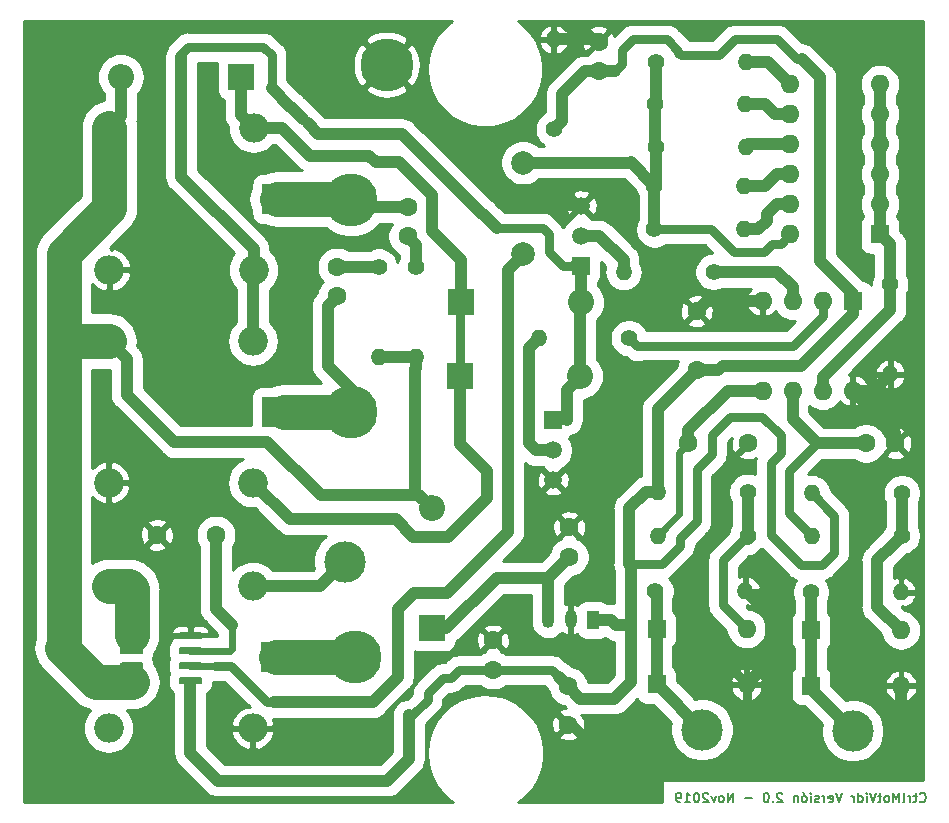
<source format=gbr>
G04 #@! TF.GenerationSoftware,KiCad,Pcbnew,5.1.4-e60b266~84~ubuntu18.04.1*
G04 #@! TF.CreationDate,2019-11-15T12:41:15-03:00*
G04 #@! TF.ProjectId,DriverConSensor,44726976-6572-4436-9f6e-53656e736f72,Ribelotta-Perren*
G04 #@! TF.SameCoordinates,Original*
G04 #@! TF.FileFunction,Copper,L2,Bot*
G04 #@! TF.FilePolarity,Positive*
%FSLAX46Y46*%
G04 Gerber Fmt 4.6, Leading zero omitted, Abs format (unit mm)*
G04 Created by KiCad (PCBNEW 5.1.4-e60b266~84~ubuntu18.04.1) date 2019-11-15 12:41:15*
%MOMM*%
%LPD*%
G04 APERTURE LIST*
%ADD10C,0.150000*%
%ADD11O,2.500000X2.500000*%
%ADD12R,2.500000X2.500000*%
%ADD13C,1.600000*%
%ADD14C,0.100000*%
%ADD15C,0.600000*%
%ADD16O,1.050000X1.500000*%
%ADD17R,1.050000X1.500000*%
%ADD18C,1.998980*%
%ADD19R,2.200000X2.200000*%
%ADD20O,2.200000X2.200000*%
%ADD21R,1.600000X1.600000*%
%ADD22O,1.600000X1.600000*%
%ADD23C,3.500120*%
%ADD24C,4.500880*%
%ADD25R,1.500000X1.500000*%
%ADD26C,1.500000*%
%ADD27C,1.400000*%
%ADD28O,1.400000X1.400000*%
%ADD29C,1.000000*%
%ADD30C,0.800000*%
%ADD31C,0.600000*%
%ADD32C,3.000000*%
%ADD33C,0.250000*%
G04 APERTURE END LIST*
D10*
X140201190Y-104960714D02*
X140239285Y-104998809D01*
X140353571Y-105036904D01*
X140429761Y-105036904D01*
X140544047Y-104998809D01*
X140620238Y-104922619D01*
X140658333Y-104846428D01*
X140696428Y-104694047D01*
X140696428Y-104579761D01*
X140658333Y-104427380D01*
X140620238Y-104351190D01*
X140544047Y-104275000D01*
X140429761Y-104236904D01*
X140353571Y-104236904D01*
X140239285Y-104275000D01*
X140201190Y-104313095D01*
X139972619Y-104503571D02*
X139667857Y-104503571D01*
X139858333Y-104236904D02*
X139858333Y-104922619D01*
X139820238Y-104998809D01*
X139744047Y-105036904D01*
X139667857Y-105036904D01*
X139401190Y-105036904D02*
X139401190Y-104503571D01*
X139401190Y-104655952D02*
X139363095Y-104579761D01*
X139325000Y-104541666D01*
X139248809Y-104503571D01*
X139172619Y-104503571D01*
X138791666Y-105036904D02*
X138867857Y-104998809D01*
X138905952Y-104922619D01*
X138905952Y-104236904D01*
X138486904Y-105036904D02*
X138486904Y-104236904D01*
X138220238Y-104808333D01*
X137953571Y-104236904D01*
X137953571Y-105036904D01*
X137458333Y-105036904D02*
X137534523Y-104998809D01*
X137572619Y-104960714D01*
X137610714Y-104884523D01*
X137610714Y-104655952D01*
X137572619Y-104579761D01*
X137534523Y-104541666D01*
X137458333Y-104503571D01*
X137344047Y-104503571D01*
X137267857Y-104541666D01*
X137229761Y-104579761D01*
X137191666Y-104655952D01*
X137191666Y-104884523D01*
X137229761Y-104960714D01*
X137267857Y-104998809D01*
X137344047Y-105036904D01*
X137458333Y-105036904D01*
X136963095Y-104503571D02*
X136658333Y-104503571D01*
X136848809Y-104236904D02*
X136848809Y-104922619D01*
X136810714Y-104998809D01*
X136734523Y-105036904D01*
X136658333Y-105036904D01*
X136505952Y-104236904D02*
X136239285Y-105036904D01*
X135972619Y-104236904D01*
X135705952Y-105036904D02*
X135705952Y-104503571D01*
X135705952Y-104236904D02*
X135744047Y-104275000D01*
X135705952Y-104313095D01*
X135667857Y-104275000D01*
X135705952Y-104236904D01*
X135705952Y-104313095D01*
X134982142Y-105036904D02*
X134982142Y-104236904D01*
X134982142Y-104998809D02*
X135058333Y-105036904D01*
X135210714Y-105036904D01*
X135286904Y-104998809D01*
X135325000Y-104960714D01*
X135363095Y-104884523D01*
X135363095Y-104655952D01*
X135325000Y-104579761D01*
X135286904Y-104541666D01*
X135210714Y-104503571D01*
X135058333Y-104503571D01*
X134982142Y-104541666D01*
X134601190Y-105036904D02*
X134601190Y-104503571D01*
X134601190Y-104655952D02*
X134563095Y-104579761D01*
X134525000Y-104541666D01*
X134448809Y-104503571D01*
X134372619Y-104503571D01*
X133610714Y-104236904D02*
X133344047Y-105036904D01*
X133077380Y-104236904D01*
X132505952Y-104998809D02*
X132582142Y-105036904D01*
X132734523Y-105036904D01*
X132810714Y-104998809D01*
X132848809Y-104922619D01*
X132848809Y-104617857D01*
X132810714Y-104541666D01*
X132734523Y-104503571D01*
X132582142Y-104503571D01*
X132505952Y-104541666D01*
X132467857Y-104617857D01*
X132467857Y-104694047D01*
X132848809Y-104770238D01*
X132125000Y-105036904D02*
X132125000Y-104503571D01*
X132125000Y-104655952D02*
X132086904Y-104579761D01*
X132048809Y-104541666D01*
X131972619Y-104503571D01*
X131896428Y-104503571D01*
X131667857Y-104998809D02*
X131591666Y-105036904D01*
X131439285Y-105036904D01*
X131363095Y-104998809D01*
X131325000Y-104922619D01*
X131325000Y-104884523D01*
X131363095Y-104808333D01*
X131439285Y-104770238D01*
X131553571Y-104770238D01*
X131629761Y-104732142D01*
X131667857Y-104655952D01*
X131667857Y-104617857D01*
X131629761Y-104541666D01*
X131553571Y-104503571D01*
X131439285Y-104503571D01*
X131363095Y-104541666D01*
X130982142Y-105036904D02*
X130982142Y-104503571D01*
X130982142Y-104236904D02*
X131020238Y-104275000D01*
X130982142Y-104313095D01*
X130944047Y-104275000D01*
X130982142Y-104236904D01*
X130982142Y-104313095D01*
X130486904Y-105036904D02*
X130563095Y-104998809D01*
X130601190Y-104960714D01*
X130639285Y-104884523D01*
X130639285Y-104655952D01*
X130601190Y-104579761D01*
X130563095Y-104541666D01*
X130486904Y-104503571D01*
X130372619Y-104503571D01*
X130296428Y-104541666D01*
X130258333Y-104579761D01*
X130220238Y-104655952D01*
X130220238Y-104884523D01*
X130258333Y-104960714D01*
X130296428Y-104998809D01*
X130372619Y-105036904D01*
X130486904Y-105036904D01*
X130334523Y-104198809D02*
X130448809Y-104313095D01*
X129877380Y-104503571D02*
X129877380Y-105036904D01*
X129877380Y-104579761D02*
X129839285Y-104541666D01*
X129763095Y-104503571D01*
X129648809Y-104503571D01*
X129572619Y-104541666D01*
X129534523Y-104617857D01*
X129534523Y-105036904D01*
X128582142Y-104313095D02*
X128544047Y-104275000D01*
X128467857Y-104236904D01*
X128277380Y-104236904D01*
X128201190Y-104275000D01*
X128163095Y-104313095D01*
X128125000Y-104389285D01*
X128125000Y-104465476D01*
X128163095Y-104579761D01*
X128620238Y-105036904D01*
X128125000Y-105036904D01*
X127782142Y-104960714D02*
X127744047Y-104998809D01*
X127782142Y-105036904D01*
X127820238Y-104998809D01*
X127782142Y-104960714D01*
X127782142Y-105036904D01*
X127248809Y-104236904D02*
X127172619Y-104236904D01*
X127096428Y-104275000D01*
X127058333Y-104313095D01*
X127020238Y-104389285D01*
X126982142Y-104541666D01*
X126982142Y-104732142D01*
X127020238Y-104884523D01*
X127058333Y-104960714D01*
X127096428Y-104998809D01*
X127172619Y-105036904D01*
X127248809Y-105036904D01*
X127325000Y-104998809D01*
X127363095Y-104960714D01*
X127401190Y-104884523D01*
X127439285Y-104732142D01*
X127439285Y-104541666D01*
X127401190Y-104389285D01*
X127363095Y-104313095D01*
X127325000Y-104275000D01*
X127248809Y-104236904D01*
X126029761Y-104732142D02*
X125420238Y-104732142D01*
X124429761Y-105036904D02*
X124429761Y-104236904D01*
X123972619Y-105036904D01*
X123972619Y-104236904D01*
X123477380Y-105036904D02*
X123553571Y-104998809D01*
X123591666Y-104960714D01*
X123629761Y-104884523D01*
X123629761Y-104655952D01*
X123591666Y-104579761D01*
X123553571Y-104541666D01*
X123477380Y-104503571D01*
X123363095Y-104503571D01*
X123286904Y-104541666D01*
X123248809Y-104579761D01*
X123210714Y-104655952D01*
X123210714Y-104884523D01*
X123248809Y-104960714D01*
X123286904Y-104998809D01*
X123363095Y-105036904D01*
X123477380Y-105036904D01*
X122944047Y-104503571D02*
X122753571Y-105036904D01*
X122563095Y-104503571D01*
X122296428Y-104313095D02*
X122258333Y-104275000D01*
X122182142Y-104236904D01*
X121991666Y-104236904D01*
X121915476Y-104275000D01*
X121877380Y-104313095D01*
X121839285Y-104389285D01*
X121839285Y-104465476D01*
X121877380Y-104579761D01*
X122334523Y-105036904D01*
X121839285Y-105036904D01*
X121344047Y-104236904D02*
X121267857Y-104236904D01*
X121191666Y-104275000D01*
X121153571Y-104313095D01*
X121115476Y-104389285D01*
X121077380Y-104541666D01*
X121077380Y-104732142D01*
X121115476Y-104884523D01*
X121153571Y-104960714D01*
X121191666Y-104998809D01*
X121267857Y-105036904D01*
X121344047Y-105036904D01*
X121420238Y-104998809D01*
X121458333Y-104960714D01*
X121496428Y-104884523D01*
X121534523Y-104732142D01*
X121534523Y-104541666D01*
X121496428Y-104389285D01*
X121458333Y-104313095D01*
X121420238Y-104275000D01*
X121344047Y-104236904D01*
X120315476Y-105036904D02*
X120772619Y-105036904D01*
X120544047Y-105036904D02*
X120544047Y-104236904D01*
X120620238Y-104351190D01*
X120696428Y-104427380D01*
X120772619Y-104465476D01*
X119934523Y-105036904D02*
X119782142Y-105036904D01*
X119705952Y-104998809D01*
X119667857Y-104960714D01*
X119591666Y-104846428D01*
X119553571Y-104694047D01*
X119553571Y-104389285D01*
X119591666Y-104313095D01*
X119629761Y-104275000D01*
X119705952Y-104236904D01*
X119858333Y-104236904D01*
X119934523Y-104275000D01*
X119972619Y-104313095D01*
X120010714Y-104389285D01*
X120010714Y-104579761D01*
X119972619Y-104655952D01*
X119934523Y-104694047D01*
X119858333Y-104732142D01*
X119705952Y-104732142D01*
X119629761Y-104694047D01*
X119591666Y-104655952D01*
X119553571Y-104579761D01*
D11*
X83750000Y-78000000D03*
X71550000Y-78000000D03*
X71550000Y-66000000D03*
X83750000Y-66000000D03*
D12*
X85750000Y-72000000D03*
D11*
X83725000Y-98775000D03*
X71525000Y-98775000D03*
X71525000Y-86775000D03*
X83725000Y-86775000D03*
D12*
X85725000Y-92775000D03*
D11*
X83800000Y-59975000D03*
X71600000Y-59975000D03*
X71600000Y-47975000D03*
X83800000Y-47975000D03*
D12*
X85800000Y-53975000D03*
D13*
X75625000Y-82425000D03*
X80625000Y-82425000D03*
X121325000Y-63475000D03*
X121325000Y-68475000D03*
X125625000Y-74675000D03*
X120625000Y-74675000D03*
X110437700Y-95232100D03*
X110437700Y-98470600D03*
D14*
G36*
X74339703Y-94480722D02*
G01*
X74354264Y-94482882D01*
X74368543Y-94486459D01*
X74382403Y-94491418D01*
X74395710Y-94497712D01*
X74408336Y-94505280D01*
X74420159Y-94514048D01*
X74431066Y-94523934D01*
X74440952Y-94534841D01*
X74449720Y-94546664D01*
X74457288Y-94559290D01*
X74463582Y-94572597D01*
X74468541Y-94586457D01*
X74472118Y-94600736D01*
X74474278Y-94615297D01*
X74475000Y-94630000D01*
X74475000Y-94930000D01*
X74474278Y-94944703D01*
X74472118Y-94959264D01*
X74468541Y-94973543D01*
X74463582Y-94987403D01*
X74457288Y-95000710D01*
X74449720Y-95013336D01*
X74440952Y-95025159D01*
X74431066Y-95036066D01*
X74420159Y-95045952D01*
X74408336Y-95054720D01*
X74395710Y-95062288D01*
X74382403Y-95068582D01*
X74368543Y-95073541D01*
X74354264Y-95077118D01*
X74339703Y-95079278D01*
X74325000Y-95080000D01*
X72675000Y-95080000D01*
X72660297Y-95079278D01*
X72645736Y-95077118D01*
X72631457Y-95073541D01*
X72617597Y-95068582D01*
X72604290Y-95062288D01*
X72591664Y-95054720D01*
X72579841Y-95045952D01*
X72568934Y-95036066D01*
X72559048Y-95025159D01*
X72550280Y-95013336D01*
X72542712Y-95000710D01*
X72536418Y-94987403D01*
X72531459Y-94973543D01*
X72527882Y-94959264D01*
X72525722Y-94944703D01*
X72525000Y-94930000D01*
X72525000Y-94630000D01*
X72525722Y-94615297D01*
X72527882Y-94600736D01*
X72531459Y-94586457D01*
X72536418Y-94572597D01*
X72542712Y-94559290D01*
X72550280Y-94546664D01*
X72559048Y-94534841D01*
X72568934Y-94523934D01*
X72579841Y-94514048D01*
X72591664Y-94505280D01*
X72604290Y-94497712D01*
X72617597Y-94491418D01*
X72631457Y-94486459D01*
X72645736Y-94482882D01*
X72660297Y-94480722D01*
X72675000Y-94480000D01*
X74325000Y-94480000D01*
X74339703Y-94480722D01*
X74339703Y-94480722D01*
G37*
D15*
X73500000Y-94780000D03*
D14*
G36*
X74339703Y-93210722D02*
G01*
X74354264Y-93212882D01*
X74368543Y-93216459D01*
X74382403Y-93221418D01*
X74395710Y-93227712D01*
X74408336Y-93235280D01*
X74420159Y-93244048D01*
X74431066Y-93253934D01*
X74440952Y-93264841D01*
X74449720Y-93276664D01*
X74457288Y-93289290D01*
X74463582Y-93302597D01*
X74468541Y-93316457D01*
X74472118Y-93330736D01*
X74474278Y-93345297D01*
X74475000Y-93360000D01*
X74475000Y-93660000D01*
X74474278Y-93674703D01*
X74472118Y-93689264D01*
X74468541Y-93703543D01*
X74463582Y-93717403D01*
X74457288Y-93730710D01*
X74449720Y-93743336D01*
X74440952Y-93755159D01*
X74431066Y-93766066D01*
X74420159Y-93775952D01*
X74408336Y-93784720D01*
X74395710Y-93792288D01*
X74382403Y-93798582D01*
X74368543Y-93803541D01*
X74354264Y-93807118D01*
X74339703Y-93809278D01*
X74325000Y-93810000D01*
X72675000Y-93810000D01*
X72660297Y-93809278D01*
X72645736Y-93807118D01*
X72631457Y-93803541D01*
X72617597Y-93798582D01*
X72604290Y-93792288D01*
X72591664Y-93784720D01*
X72579841Y-93775952D01*
X72568934Y-93766066D01*
X72559048Y-93755159D01*
X72550280Y-93743336D01*
X72542712Y-93730710D01*
X72536418Y-93717403D01*
X72531459Y-93703543D01*
X72527882Y-93689264D01*
X72525722Y-93674703D01*
X72525000Y-93660000D01*
X72525000Y-93360000D01*
X72525722Y-93345297D01*
X72527882Y-93330736D01*
X72531459Y-93316457D01*
X72536418Y-93302597D01*
X72542712Y-93289290D01*
X72550280Y-93276664D01*
X72559048Y-93264841D01*
X72568934Y-93253934D01*
X72579841Y-93244048D01*
X72591664Y-93235280D01*
X72604290Y-93227712D01*
X72617597Y-93221418D01*
X72631457Y-93216459D01*
X72645736Y-93212882D01*
X72660297Y-93210722D01*
X72675000Y-93210000D01*
X74325000Y-93210000D01*
X74339703Y-93210722D01*
X74339703Y-93210722D01*
G37*
D15*
X73500000Y-93510000D03*
D14*
G36*
X74339703Y-91940722D02*
G01*
X74354264Y-91942882D01*
X74368543Y-91946459D01*
X74382403Y-91951418D01*
X74395710Y-91957712D01*
X74408336Y-91965280D01*
X74420159Y-91974048D01*
X74431066Y-91983934D01*
X74440952Y-91994841D01*
X74449720Y-92006664D01*
X74457288Y-92019290D01*
X74463582Y-92032597D01*
X74468541Y-92046457D01*
X74472118Y-92060736D01*
X74474278Y-92075297D01*
X74475000Y-92090000D01*
X74475000Y-92390000D01*
X74474278Y-92404703D01*
X74472118Y-92419264D01*
X74468541Y-92433543D01*
X74463582Y-92447403D01*
X74457288Y-92460710D01*
X74449720Y-92473336D01*
X74440952Y-92485159D01*
X74431066Y-92496066D01*
X74420159Y-92505952D01*
X74408336Y-92514720D01*
X74395710Y-92522288D01*
X74382403Y-92528582D01*
X74368543Y-92533541D01*
X74354264Y-92537118D01*
X74339703Y-92539278D01*
X74325000Y-92540000D01*
X72675000Y-92540000D01*
X72660297Y-92539278D01*
X72645736Y-92537118D01*
X72631457Y-92533541D01*
X72617597Y-92528582D01*
X72604290Y-92522288D01*
X72591664Y-92514720D01*
X72579841Y-92505952D01*
X72568934Y-92496066D01*
X72559048Y-92485159D01*
X72550280Y-92473336D01*
X72542712Y-92460710D01*
X72536418Y-92447403D01*
X72531459Y-92433543D01*
X72527882Y-92419264D01*
X72525722Y-92404703D01*
X72525000Y-92390000D01*
X72525000Y-92090000D01*
X72525722Y-92075297D01*
X72527882Y-92060736D01*
X72531459Y-92046457D01*
X72536418Y-92032597D01*
X72542712Y-92019290D01*
X72550280Y-92006664D01*
X72559048Y-91994841D01*
X72568934Y-91983934D01*
X72579841Y-91974048D01*
X72591664Y-91965280D01*
X72604290Y-91957712D01*
X72617597Y-91951418D01*
X72631457Y-91946459D01*
X72645736Y-91942882D01*
X72660297Y-91940722D01*
X72675000Y-91940000D01*
X74325000Y-91940000D01*
X74339703Y-91940722D01*
X74339703Y-91940722D01*
G37*
D15*
X73500000Y-92240000D03*
D14*
G36*
X74339703Y-90670722D02*
G01*
X74354264Y-90672882D01*
X74368543Y-90676459D01*
X74382403Y-90681418D01*
X74395710Y-90687712D01*
X74408336Y-90695280D01*
X74420159Y-90704048D01*
X74431066Y-90713934D01*
X74440952Y-90724841D01*
X74449720Y-90736664D01*
X74457288Y-90749290D01*
X74463582Y-90762597D01*
X74468541Y-90776457D01*
X74472118Y-90790736D01*
X74474278Y-90805297D01*
X74475000Y-90820000D01*
X74475000Y-91120000D01*
X74474278Y-91134703D01*
X74472118Y-91149264D01*
X74468541Y-91163543D01*
X74463582Y-91177403D01*
X74457288Y-91190710D01*
X74449720Y-91203336D01*
X74440952Y-91215159D01*
X74431066Y-91226066D01*
X74420159Y-91235952D01*
X74408336Y-91244720D01*
X74395710Y-91252288D01*
X74382403Y-91258582D01*
X74368543Y-91263541D01*
X74354264Y-91267118D01*
X74339703Y-91269278D01*
X74325000Y-91270000D01*
X72675000Y-91270000D01*
X72660297Y-91269278D01*
X72645736Y-91267118D01*
X72631457Y-91263541D01*
X72617597Y-91258582D01*
X72604290Y-91252288D01*
X72591664Y-91244720D01*
X72579841Y-91235952D01*
X72568934Y-91226066D01*
X72559048Y-91215159D01*
X72550280Y-91203336D01*
X72542712Y-91190710D01*
X72536418Y-91177403D01*
X72531459Y-91163543D01*
X72527882Y-91149264D01*
X72525722Y-91134703D01*
X72525000Y-91120000D01*
X72525000Y-90820000D01*
X72525722Y-90805297D01*
X72527882Y-90790736D01*
X72531459Y-90776457D01*
X72536418Y-90762597D01*
X72542712Y-90749290D01*
X72550280Y-90736664D01*
X72559048Y-90724841D01*
X72568934Y-90713934D01*
X72579841Y-90704048D01*
X72591664Y-90695280D01*
X72604290Y-90687712D01*
X72617597Y-90681418D01*
X72631457Y-90676459D01*
X72645736Y-90672882D01*
X72660297Y-90670722D01*
X72675000Y-90670000D01*
X74325000Y-90670000D01*
X74339703Y-90670722D01*
X74339703Y-90670722D01*
G37*
D15*
X73500000Y-90970000D03*
D14*
G36*
X79289703Y-90670722D02*
G01*
X79304264Y-90672882D01*
X79318543Y-90676459D01*
X79332403Y-90681418D01*
X79345710Y-90687712D01*
X79358336Y-90695280D01*
X79370159Y-90704048D01*
X79381066Y-90713934D01*
X79390952Y-90724841D01*
X79399720Y-90736664D01*
X79407288Y-90749290D01*
X79413582Y-90762597D01*
X79418541Y-90776457D01*
X79422118Y-90790736D01*
X79424278Y-90805297D01*
X79425000Y-90820000D01*
X79425000Y-91120000D01*
X79424278Y-91134703D01*
X79422118Y-91149264D01*
X79418541Y-91163543D01*
X79413582Y-91177403D01*
X79407288Y-91190710D01*
X79399720Y-91203336D01*
X79390952Y-91215159D01*
X79381066Y-91226066D01*
X79370159Y-91235952D01*
X79358336Y-91244720D01*
X79345710Y-91252288D01*
X79332403Y-91258582D01*
X79318543Y-91263541D01*
X79304264Y-91267118D01*
X79289703Y-91269278D01*
X79275000Y-91270000D01*
X77625000Y-91270000D01*
X77610297Y-91269278D01*
X77595736Y-91267118D01*
X77581457Y-91263541D01*
X77567597Y-91258582D01*
X77554290Y-91252288D01*
X77541664Y-91244720D01*
X77529841Y-91235952D01*
X77518934Y-91226066D01*
X77509048Y-91215159D01*
X77500280Y-91203336D01*
X77492712Y-91190710D01*
X77486418Y-91177403D01*
X77481459Y-91163543D01*
X77477882Y-91149264D01*
X77475722Y-91134703D01*
X77475000Y-91120000D01*
X77475000Y-90820000D01*
X77475722Y-90805297D01*
X77477882Y-90790736D01*
X77481459Y-90776457D01*
X77486418Y-90762597D01*
X77492712Y-90749290D01*
X77500280Y-90736664D01*
X77509048Y-90724841D01*
X77518934Y-90713934D01*
X77529841Y-90704048D01*
X77541664Y-90695280D01*
X77554290Y-90687712D01*
X77567597Y-90681418D01*
X77581457Y-90676459D01*
X77595736Y-90672882D01*
X77610297Y-90670722D01*
X77625000Y-90670000D01*
X79275000Y-90670000D01*
X79289703Y-90670722D01*
X79289703Y-90670722D01*
G37*
D15*
X78450000Y-90970000D03*
D14*
G36*
X79289703Y-91940722D02*
G01*
X79304264Y-91942882D01*
X79318543Y-91946459D01*
X79332403Y-91951418D01*
X79345710Y-91957712D01*
X79358336Y-91965280D01*
X79370159Y-91974048D01*
X79381066Y-91983934D01*
X79390952Y-91994841D01*
X79399720Y-92006664D01*
X79407288Y-92019290D01*
X79413582Y-92032597D01*
X79418541Y-92046457D01*
X79422118Y-92060736D01*
X79424278Y-92075297D01*
X79425000Y-92090000D01*
X79425000Y-92390000D01*
X79424278Y-92404703D01*
X79422118Y-92419264D01*
X79418541Y-92433543D01*
X79413582Y-92447403D01*
X79407288Y-92460710D01*
X79399720Y-92473336D01*
X79390952Y-92485159D01*
X79381066Y-92496066D01*
X79370159Y-92505952D01*
X79358336Y-92514720D01*
X79345710Y-92522288D01*
X79332403Y-92528582D01*
X79318543Y-92533541D01*
X79304264Y-92537118D01*
X79289703Y-92539278D01*
X79275000Y-92540000D01*
X77625000Y-92540000D01*
X77610297Y-92539278D01*
X77595736Y-92537118D01*
X77581457Y-92533541D01*
X77567597Y-92528582D01*
X77554290Y-92522288D01*
X77541664Y-92514720D01*
X77529841Y-92505952D01*
X77518934Y-92496066D01*
X77509048Y-92485159D01*
X77500280Y-92473336D01*
X77492712Y-92460710D01*
X77486418Y-92447403D01*
X77481459Y-92433543D01*
X77477882Y-92419264D01*
X77475722Y-92404703D01*
X77475000Y-92390000D01*
X77475000Y-92090000D01*
X77475722Y-92075297D01*
X77477882Y-92060736D01*
X77481459Y-92046457D01*
X77486418Y-92032597D01*
X77492712Y-92019290D01*
X77500280Y-92006664D01*
X77509048Y-91994841D01*
X77518934Y-91983934D01*
X77529841Y-91974048D01*
X77541664Y-91965280D01*
X77554290Y-91957712D01*
X77567597Y-91951418D01*
X77581457Y-91946459D01*
X77595736Y-91942882D01*
X77610297Y-91940722D01*
X77625000Y-91940000D01*
X79275000Y-91940000D01*
X79289703Y-91940722D01*
X79289703Y-91940722D01*
G37*
D15*
X78450000Y-92240000D03*
D14*
G36*
X79289703Y-93210722D02*
G01*
X79304264Y-93212882D01*
X79318543Y-93216459D01*
X79332403Y-93221418D01*
X79345710Y-93227712D01*
X79358336Y-93235280D01*
X79370159Y-93244048D01*
X79381066Y-93253934D01*
X79390952Y-93264841D01*
X79399720Y-93276664D01*
X79407288Y-93289290D01*
X79413582Y-93302597D01*
X79418541Y-93316457D01*
X79422118Y-93330736D01*
X79424278Y-93345297D01*
X79425000Y-93360000D01*
X79425000Y-93660000D01*
X79424278Y-93674703D01*
X79422118Y-93689264D01*
X79418541Y-93703543D01*
X79413582Y-93717403D01*
X79407288Y-93730710D01*
X79399720Y-93743336D01*
X79390952Y-93755159D01*
X79381066Y-93766066D01*
X79370159Y-93775952D01*
X79358336Y-93784720D01*
X79345710Y-93792288D01*
X79332403Y-93798582D01*
X79318543Y-93803541D01*
X79304264Y-93807118D01*
X79289703Y-93809278D01*
X79275000Y-93810000D01*
X77625000Y-93810000D01*
X77610297Y-93809278D01*
X77595736Y-93807118D01*
X77581457Y-93803541D01*
X77567597Y-93798582D01*
X77554290Y-93792288D01*
X77541664Y-93784720D01*
X77529841Y-93775952D01*
X77518934Y-93766066D01*
X77509048Y-93755159D01*
X77500280Y-93743336D01*
X77492712Y-93730710D01*
X77486418Y-93717403D01*
X77481459Y-93703543D01*
X77477882Y-93689264D01*
X77475722Y-93674703D01*
X77475000Y-93660000D01*
X77475000Y-93360000D01*
X77475722Y-93345297D01*
X77477882Y-93330736D01*
X77481459Y-93316457D01*
X77486418Y-93302597D01*
X77492712Y-93289290D01*
X77500280Y-93276664D01*
X77509048Y-93264841D01*
X77518934Y-93253934D01*
X77529841Y-93244048D01*
X77541664Y-93235280D01*
X77554290Y-93227712D01*
X77567597Y-93221418D01*
X77581457Y-93216459D01*
X77595736Y-93212882D01*
X77610297Y-93210722D01*
X77625000Y-93210000D01*
X79275000Y-93210000D01*
X79289703Y-93210722D01*
X79289703Y-93210722D01*
G37*
D15*
X78450000Y-93510000D03*
D14*
G36*
X79289703Y-94480722D02*
G01*
X79304264Y-94482882D01*
X79318543Y-94486459D01*
X79332403Y-94491418D01*
X79345710Y-94497712D01*
X79358336Y-94505280D01*
X79370159Y-94514048D01*
X79381066Y-94523934D01*
X79390952Y-94534841D01*
X79399720Y-94546664D01*
X79407288Y-94559290D01*
X79413582Y-94572597D01*
X79418541Y-94586457D01*
X79422118Y-94600736D01*
X79424278Y-94615297D01*
X79425000Y-94630000D01*
X79425000Y-94930000D01*
X79424278Y-94944703D01*
X79422118Y-94959264D01*
X79418541Y-94973543D01*
X79413582Y-94987403D01*
X79407288Y-95000710D01*
X79399720Y-95013336D01*
X79390952Y-95025159D01*
X79381066Y-95036066D01*
X79370159Y-95045952D01*
X79358336Y-95054720D01*
X79345710Y-95062288D01*
X79332403Y-95068582D01*
X79318543Y-95073541D01*
X79304264Y-95077118D01*
X79289703Y-95079278D01*
X79275000Y-95080000D01*
X77625000Y-95080000D01*
X77610297Y-95079278D01*
X77595736Y-95077118D01*
X77581457Y-95073541D01*
X77567597Y-95068582D01*
X77554290Y-95062288D01*
X77541664Y-95054720D01*
X77529841Y-95045952D01*
X77518934Y-95036066D01*
X77509048Y-95025159D01*
X77500280Y-95013336D01*
X77492712Y-95000710D01*
X77486418Y-94987403D01*
X77481459Y-94973543D01*
X77477882Y-94959264D01*
X77475722Y-94944703D01*
X77475000Y-94930000D01*
X77475000Y-94630000D01*
X77475722Y-94615297D01*
X77477882Y-94600736D01*
X77481459Y-94586457D01*
X77486418Y-94572597D01*
X77492712Y-94559290D01*
X77500280Y-94546664D01*
X77509048Y-94534841D01*
X77518934Y-94523934D01*
X77529841Y-94514048D01*
X77541664Y-94505280D01*
X77554290Y-94497712D01*
X77567597Y-94491418D01*
X77581457Y-94486459D01*
X77595736Y-94482882D01*
X77610297Y-94480722D01*
X77625000Y-94480000D01*
X79275000Y-94480000D01*
X79289703Y-94480722D01*
X79289703Y-94480722D01*
G37*
D15*
X78450000Y-94780000D03*
D16*
X110655000Y-89575000D03*
X108750000Y-89575000D03*
D17*
X112547300Y-89625800D03*
D18*
X106625000Y-50900000D03*
X106650000Y-58625000D03*
D19*
X101375000Y-62725000D03*
D20*
X111535000Y-62725000D03*
D13*
X104075000Y-91350000D03*
X104075000Y-93850000D03*
X138145000Y-74665000D03*
X135645000Y-74665000D03*
X96850000Y-54650000D03*
X96850000Y-57150000D03*
X90875000Y-59725000D03*
X90875000Y-62225000D03*
X110525000Y-81775000D03*
X110525000Y-84275000D03*
X113025000Y-43175000D03*
X113025000Y-40675000D03*
D21*
X131000000Y-95200000D03*
D22*
X138620000Y-95200000D03*
X125545000Y-95075000D03*
D21*
X117925000Y-95075000D03*
X131000000Y-90500000D03*
D22*
X138620000Y-90500000D03*
X125545000Y-90375000D03*
D21*
X117925000Y-90375000D03*
D20*
X72565000Y-43650000D03*
D19*
X82725000Y-43650000D03*
X101300000Y-68975000D03*
D20*
X111460000Y-68975000D03*
X98925000Y-80175000D03*
D19*
X98925000Y-90335000D03*
D23*
X134525000Y-99000000D03*
X121775000Y-98900000D03*
D24*
X92075000Y-54025000D03*
X92075000Y-72000000D03*
X92425000Y-92775000D03*
D23*
X91525000Y-84675000D03*
D24*
X95075000Y-42625000D03*
D25*
X111550000Y-59625000D03*
D26*
X111550000Y-54545000D03*
X111550000Y-57085000D03*
X109175000Y-75240000D03*
X109175000Y-77780000D03*
D25*
X109175000Y-72700000D03*
D27*
X131000000Y-87275000D03*
D28*
X138620000Y-87275000D03*
X131080000Y-82475000D03*
D27*
X138700000Y-82475000D03*
X138700000Y-78900000D03*
D28*
X131080000Y-78900000D03*
D27*
X117825000Y-87175000D03*
D28*
X125445000Y-87175000D03*
X118005000Y-78775000D03*
D27*
X125625000Y-78775000D03*
D28*
X118005000Y-82475000D03*
D27*
X125625000Y-82475000D03*
D28*
X115130000Y-60150000D03*
D27*
X122750000Y-60150000D03*
D28*
X107955000Y-65750000D03*
D27*
X115575000Y-65750000D03*
X97575000Y-59700000D03*
D28*
X97575000Y-67320000D03*
D27*
X94400000Y-59700000D03*
D28*
X94400000Y-67320000D03*
D27*
X109225000Y-48075000D03*
D28*
X109225000Y-40455000D03*
X137695000Y-68805000D03*
D27*
X137695000Y-61185000D03*
X117745000Y-56555000D03*
D28*
X125365000Y-56555000D03*
X125365000Y-52855000D03*
D27*
X117745000Y-52855000D03*
X117845000Y-49555000D03*
D28*
X125465000Y-49555000D03*
X125435000Y-45955000D03*
D27*
X117815000Y-45955000D03*
X117855000Y-42355000D03*
D28*
X125475000Y-42355000D03*
D21*
X136845000Y-56955000D03*
D22*
X129225000Y-44255000D03*
X136845000Y-54415000D03*
X129225000Y-46795000D03*
X136845000Y-51875000D03*
X129225000Y-49335000D03*
X136845000Y-49335000D03*
X129225000Y-51875000D03*
X136845000Y-46795000D03*
X129225000Y-54415000D03*
X136845000Y-44255000D03*
X129225000Y-56955000D03*
D21*
X134525000Y-62575000D03*
D22*
X126905000Y-70195000D03*
X131985000Y-62575000D03*
X129445000Y-70195000D03*
X129445000Y-62575000D03*
X131985000Y-70195000D03*
X126905000Y-62575000D03*
X134525000Y-70195000D03*
D29*
X138620000Y-101905000D02*
X138620000Y-95200000D01*
X136305000Y-70195000D02*
X137695000Y-68805000D01*
X134525000Y-70195000D02*
X136305000Y-70195000D01*
X138145000Y-73815000D02*
X138145000Y-74665000D01*
X134525000Y-70195000D02*
X138145000Y-73815000D01*
X126144999Y-87874999D02*
X125445000Y-87175000D01*
X127645001Y-92974999D02*
X127645001Y-89375001D01*
X127645001Y-89375001D02*
X126144999Y-87874999D01*
X125545000Y-95075000D02*
X127645001Y-92974999D01*
D30*
X125545000Y-95075000D02*
X121744990Y-91274990D01*
D31*
X123824999Y-76504201D02*
X124841501Y-75487699D01*
X124841501Y-75487699D02*
X125641500Y-74687700D01*
X123824999Y-81175001D02*
X123824999Y-76504201D01*
X121744990Y-83255010D02*
X123824999Y-81175001D01*
X121825000Y-91150000D02*
X121825000Y-83130020D01*
D29*
X112805000Y-40455000D02*
X113025000Y-40675000D01*
X109225000Y-40455000D02*
X112805000Y-40455000D01*
D30*
X115052370Y-102702370D02*
X124297630Y-102702370D01*
X110425000Y-98075000D02*
X115052370Y-102702370D01*
X125545000Y-101455000D02*
X125545000Y-95075000D01*
X124297630Y-102702370D02*
X125545000Y-101455000D01*
D29*
X122225000Y-62575000D02*
X121325000Y-63475000D01*
X126905000Y-62575000D02*
X122225000Y-62575000D01*
X111145000Y-54495000D02*
X109125000Y-54495000D01*
X134525000Y-62006998D02*
X131763002Y-59245000D01*
X134525000Y-62575000D02*
X134525000Y-62006998D01*
X131763002Y-43685000D02*
X130233001Y-42154999D01*
X131763002Y-59245000D02*
X131763002Y-43685000D01*
D30*
X130233001Y-42154999D02*
X129815001Y-42154999D01*
D29*
X118005000Y-71795000D02*
X121325000Y-68475000D01*
X118005000Y-78775000D02*
X118005000Y-71795000D01*
X123528033Y-68094999D02*
X130141969Y-68094999D01*
X123148032Y-68475000D02*
X123528033Y-68094999D01*
X121325000Y-68475000D02*
X123148032Y-68475000D01*
X134525000Y-63711968D02*
X134525000Y-62575000D01*
X130141969Y-68094999D02*
X134525000Y-63711968D01*
X114156370Y-43175000D02*
X113025000Y-43175000D01*
X114370998Y-43175000D02*
X114156370Y-43175000D01*
X109924999Y-47375001D02*
X109924999Y-45075001D01*
X109225000Y-48075000D02*
X109924999Y-47375001D01*
X109924999Y-45075001D02*
X111825000Y-43175000D01*
X111825000Y-43175000D02*
X113025000Y-43175000D01*
X117015051Y-78775000D02*
X115625000Y-80165051D01*
X118005000Y-78775000D02*
X117015051Y-78775000D01*
X115625000Y-80165051D02*
X115625000Y-84875000D01*
X115625000Y-84875000D02*
X115725000Y-84975000D01*
X115725000Y-94874999D02*
X114324999Y-96275000D01*
X115725000Y-84975000D02*
X115725000Y-90075000D01*
X115725000Y-90075000D02*
X115725000Y-94874999D01*
X114521500Y-90075000D02*
X115725000Y-90075000D01*
X114072300Y-89625800D02*
X114521500Y-90075000D01*
X112547300Y-89625800D02*
X114072300Y-89625800D01*
D30*
X115025001Y-41374999D02*
X115025001Y-42520997D01*
X115025001Y-42520997D02*
X114370998Y-43175000D01*
X132980001Y-83931999D02*
X132980001Y-80800001D01*
X121325010Y-81276324D02*
X121325011Y-76874989D01*
X128425000Y-75492245D02*
X127579989Y-76337256D01*
X119905001Y-82696333D02*
X121325010Y-81276324D01*
X119905001Y-83387001D02*
X119905001Y-82696333D01*
X118417002Y-84875000D02*
X119905001Y-83387001D01*
X115625000Y-84875000D02*
X118417002Y-84875000D01*
X132980001Y-80800001D02*
X131080000Y-78900000D01*
X122625001Y-75574999D02*
X122625001Y-73974999D01*
X127579989Y-82467235D02*
X130112753Y-84999999D01*
X122625001Y-73974999D02*
X124175000Y-72425000D01*
X121325011Y-76874989D02*
X122625001Y-75574999D01*
X124175000Y-72425000D02*
X126870823Y-72425000D01*
X126870823Y-72425000D02*
X128425000Y-73979177D01*
X127579989Y-76337256D02*
X127579989Y-82467235D01*
X130112753Y-84999999D02*
X131912001Y-84999999D01*
X128425000Y-73979177D02*
X128425000Y-75492245D01*
X131912001Y-84999999D02*
X132980001Y-83931999D01*
X124562999Y-40454999D02*
X123200000Y-41817998D01*
X129815001Y-42154999D02*
X128115001Y-40454999D01*
X128115001Y-40454999D02*
X124562999Y-40454999D01*
X123200000Y-41817998D02*
X119957002Y-41817998D01*
X115945001Y-40454999D02*
X115025001Y-41374999D01*
X118767001Y-40454999D02*
X115945001Y-40454999D01*
X119755001Y-41442999D02*
X118767001Y-40454999D01*
X119755001Y-41615997D02*
X119755001Y-41442999D01*
X119957002Y-41817998D02*
X119755001Y-41615997D01*
D29*
X110437700Y-95232100D02*
X109637701Y-94432101D01*
X80775000Y-103225000D02*
X95125000Y-103225000D01*
X78450000Y-95110010D02*
X78450000Y-100900000D01*
X95125000Y-103225000D02*
X96950000Y-101400000D01*
X78450000Y-100900000D02*
X80775000Y-103225000D01*
D30*
X109055600Y-93850000D02*
X104075000Y-93850000D01*
X109637701Y-94432101D02*
X109055600Y-93850000D01*
D29*
X111480600Y-96275000D02*
X110437700Y-95232100D01*
X114324999Y-96275000D02*
X111480600Y-96275000D01*
D30*
X101200000Y-93850000D02*
X100525000Y-94525000D01*
X104075000Y-93850000D02*
X101200000Y-93850000D01*
X100525000Y-94525000D02*
X99825000Y-94525000D01*
X99825000Y-94525000D02*
X98550000Y-95800000D01*
X98550000Y-95800000D02*
X98550000Y-96400000D01*
X97250000Y-97700000D02*
X98550000Y-96400000D01*
X96950000Y-97700000D02*
X97250000Y-97700000D01*
D29*
X96950000Y-101400000D02*
X96950000Y-97700000D01*
X129445000Y-72595000D02*
X129445000Y-70195000D01*
X131515000Y-74665000D02*
X129445000Y-72595000D01*
X135645000Y-74665000D02*
X131515000Y-74665000D01*
D30*
X129179999Y-77000001D02*
X131515000Y-74665000D01*
X129179999Y-80574999D02*
X129179999Y-77000001D01*
X131080000Y-82475000D02*
X129179999Y-80574999D01*
D29*
X120625000Y-73543630D02*
X120625000Y-74675000D01*
X123973630Y-70195000D02*
X120625000Y-73543630D01*
X126905000Y-70195000D02*
X123973630Y-70195000D01*
D31*
X119825001Y-75474999D02*
X119825001Y-80654999D01*
X118704999Y-81775001D02*
X118005000Y-82475000D01*
X119825001Y-80654999D02*
X118704999Y-81775001D01*
X120625000Y-74675000D02*
X119825001Y-75474999D01*
D32*
X92025000Y-53975000D02*
X92075000Y-54025000D01*
X85800000Y-53975000D02*
X92025000Y-53975000D01*
D29*
X92950000Y-53150000D02*
X92075000Y-54025000D01*
X92700000Y-54650000D02*
X92075000Y-54025000D01*
X96850000Y-54650000D02*
X92700000Y-54650000D01*
X97575000Y-57875000D02*
X96850000Y-57150000D01*
X97575000Y-59700000D02*
X97575000Y-57875000D01*
X94375000Y-59725000D02*
X94400000Y-59700000D01*
X90875000Y-59725000D02*
X94375000Y-59725000D01*
D32*
X92075000Y-72000000D02*
X86383814Y-72000000D01*
D29*
X92075000Y-70100000D02*
X92075000Y-72000000D01*
X90075001Y-68100001D02*
X92075000Y-70100000D01*
X90875000Y-62225000D02*
X90075001Y-63024999D01*
X90075001Y-63024999D02*
X90075001Y-68100001D01*
D32*
X85725000Y-92775000D02*
X92425000Y-92775000D01*
D31*
X79525000Y-92240000D02*
X78450000Y-92240000D01*
X79540010Y-92224990D02*
X79525000Y-92240000D01*
X81825010Y-92224990D02*
X79540010Y-92224990D01*
X81975000Y-92075000D02*
X81825010Y-92224990D01*
X81975000Y-90025000D02*
X81975000Y-92075000D01*
D29*
X80625000Y-88675000D02*
X80625000Y-82425000D01*
X81975000Y-90025000D02*
X80625000Y-88675000D01*
X131000000Y-95200000D02*
X131000000Y-90500000D01*
X131000000Y-95200000D02*
X131175000Y-95200000D01*
X131000000Y-95475000D02*
X134525000Y-99000000D01*
X131000000Y-95200000D02*
X131000000Y-95475000D01*
X131000000Y-90500000D02*
X131000000Y-87275000D01*
X117925000Y-95075000D02*
X117925000Y-90375000D01*
X117950000Y-95075000D02*
X121775000Y-98900000D01*
X117925000Y-95075000D02*
X117950000Y-95075000D01*
X117925000Y-87275000D02*
X117825000Y-87175000D01*
X117925000Y-90375000D02*
X117925000Y-87275000D01*
X138700000Y-82475000D02*
X138700000Y-78900000D01*
X138000001Y-83174999D02*
X138700000Y-82475000D01*
X136619999Y-84555001D02*
X138000001Y-83174999D01*
X136619999Y-88499999D02*
X136619999Y-84555001D01*
X138620000Y-90500000D02*
X136619999Y-88499999D01*
X125625000Y-82775000D02*
X125625000Y-78775000D01*
D30*
X123544999Y-84555001D02*
X124925001Y-83174999D01*
X123544999Y-88374999D02*
X123544999Y-84555001D01*
X124925001Y-83174999D02*
X125625000Y-82475000D01*
X125545000Y-90375000D02*
X123544999Y-88374999D01*
D29*
X111485000Y-63475000D02*
X111585000Y-63375000D01*
X111485000Y-67675000D02*
X111485000Y-63475000D01*
X110325000Y-70110000D02*
X111460000Y-68975000D01*
X110325000Y-72675000D02*
X110325000Y-70110000D01*
X83750000Y-60025000D02*
X83800000Y-59975000D01*
X83750000Y-66000000D02*
X83750000Y-60025000D01*
D30*
X110300000Y-72700000D02*
X110325000Y-72675000D01*
X109175000Y-72700000D02*
X110300000Y-72700000D01*
D29*
X111460000Y-67700000D02*
X111485000Y-67675000D01*
X111460000Y-68975000D02*
X111460000Y-67700000D01*
X111550000Y-62710000D02*
X111535000Y-62725000D01*
X111550000Y-59625000D02*
X111550000Y-62710000D01*
X111550000Y-59625000D02*
X111053248Y-59625000D01*
D30*
X108849491Y-58474491D02*
X108849491Y-56974491D01*
X111550000Y-59625000D02*
X110000000Y-59625000D01*
X110000000Y-59625000D02*
X108849491Y-58474491D01*
X108300509Y-56425509D02*
X104375509Y-56425509D01*
X108849491Y-56974491D02*
X108300509Y-56425509D01*
D29*
X83800000Y-58207234D02*
X77675000Y-52082234D01*
X77675000Y-52082234D02*
X77675000Y-41925000D01*
X83800000Y-59975000D02*
X83800000Y-58207234D01*
D30*
X77675000Y-41925000D02*
X77675000Y-41700000D01*
X77675000Y-41700000D02*
X78250000Y-41125000D01*
X78250000Y-41125000D02*
X84625000Y-41125000D01*
X84625000Y-41125000D02*
X85325000Y-41825000D01*
D29*
X104375509Y-56425509D02*
X103225010Y-55275010D01*
X86970588Y-46174990D02*
X86924990Y-46174990D01*
X86924990Y-46174990D02*
X85325000Y-44575000D01*
X88020587Y-47224989D02*
X86970588Y-46174990D01*
D30*
X85325000Y-44575000D02*
X85325000Y-41825000D01*
D29*
X96353590Y-48499990D02*
X89295588Y-48499990D01*
X103225010Y-55275010D02*
X103128610Y-55275010D01*
X103128610Y-55275010D02*
X96353590Y-48499990D01*
X89295588Y-48499990D02*
X88372799Y-47577201D01*
X89425000Y-86775000D02*
X91525000Y-84675000D01*
X83725000Y-86775000D02*
X89425000Y-86775000D01*
X112610660Y-57085000D02*
X111550000Y-57085000D01*
X113054949Y-57085000D02*
X112610660Y-57085000D01*
X115130000Y-59160051D02*
X113054949Y-57085000D01*
X115130000Y-60150000D02*
X115130000Y-59160051D01*
X108114340Y-75240000D02*
X109175000Y-75240000D01*
X107701000Y-75240000D02*
X108114340Y-75240000D01*
X107124999Y-74663999D02*
X107701000Y-75240000D01*
X107124999Y-66580001D02*
X107124999Y-74663999D01*
X107955000Y-65750000D02*
X107124999Y-66580001D01*
X129445000Y-61443630D02*
X128156381Y-60155011D01*
X129445000Y-62575000D02*
X129445000Y-61443630D01*
X123739949Y-60150000D02*
X122750000Y-60150000D01*
X123744960Y-60155011D02*
X123739949Y-60150000D01*
X128156381Y-60155011D02*
X123744960Y-60155011D01*
D30*
X129437803Y-66394989D02*
X116505011Y-66394989D01*
X131985000Y-62575000D02*
X131985000Y-63847792D01*
X131985000Y-63847792D02*
X129437803Y-66394989D01*
X116274999Y-66449999D02*
X115575000Y-65750000D01*
X116450001Y-66449999D02*
X116274999Y-66449999D01*
X116505011Y-66394989D02*
X116450001Y-66449999D01*
D29*
X137345000Y-57455000D02*
X136845000Y-56955000D01*
X136845000Y-56955000D02*
X136845000Y-54415000D01*
X136845000Y-54415000D02*
X136845000Y-51875000D01*
X136845000Y-51875000D02*
X136845000Y-49335000D01*
X136845000Y-49335000D02*
X136845000Y-46795000D01*
X136845000Y-46795000D02*
X136845000Y-44255000D01*
X137695000Y-63353630D02*
X137695000Y-61185000D01*
X131985000Y-70195000D02*
X131985000Y-69063630D01*
X131985000Y-69063630D02*
X137695000Y-63353630D01*
X137695000Y-57805000D02*
X136845000Y-56955000D01*
X137695000Y-61185000D02*
X137695000Y-57805000D01*
X117855000Y-45915000D02*
X117815000Y-45955000D01*
X117855000Y-42355000D02*
X117855000Y-45915000D01*
X117815000Y-49525000D02*
X117845000Y-49555000D01*
X117815000Y-45955000D02*
X117815000Y-49525000D01*
X117845000Y-52755000D02*
X117745000Y-52855000D01*
X117845000Y-49555000D02*
X117845000Y-52755000D01*
X117745000Y-52855000D02*
X117745000Y-56555000D01*
D30*
X124452999Y-58455001D02*
X127021173Y-58455001D01*
X117745000Y-56555000D02*
X122552998Y-56555000D01*
X122552998Y-56555000D02*
X124452999Y-58455001D01*
X128425001Y-57754999D02*
X129225000Y-56955000D01*
X127721175Y-57754999D02*
X128425001Y-57754999D01*
X127021173Y-58455001D02*
X127721175Y-57754999D01*
D29*
X115765000Y-50875000D02*
X117745000Y-52855000D01*
D30*
X84925000Y-96575000D02*
X81875000Y-93525000D01*
X81875000Y-93525000D02*
X80575000Y-93525000D01*
X85565188Y-96575000D02*
X84925000Y-96575000D01*
D31*
X80560000Y-93510000D02*
X78450000Y-93510000D01*
X80575000Y-93525000D02*
X80560000Y-93510000D01*
D29*
X115740000Y-50900000D02*
X115765000Y-50875000D01*
X106625000Y-50900000D02*
X115740000Y-50900000D01*
X105324989Y-75409587D02*
X105324989Y-59950011D01*
X105350010Y-75434608D02*
X105324989Y-75409587D01*
X85565188Y-96575000D02*
X93879654Y-96575000D01*
X93879654Y-96575000D02*
X96025000Y-94429654D01*
X105324989Y-59950011D02*
X105650511Y-59624489D01*
X96025000Y-94429654D02*
X96025000Y-88694998D01*
X105650511Y-59624489D02*
X106650000Y-58625000D01*
X96025000Y-88694998D02*
X97394998Y-87325000D01*
X105350010Y-76229412D02*
X105350010Y-82174990D01*
X105324989Y-75409587D02*
X105324989Y-76204391D01*
X105324989Y-76204391D02*
X105350010Y-76229412D01*
X100200000Y-87325000D02*
X97394998Y-87325000D01*
X105350010Y-82174990D02*
X100200000Y-87325000D01*
X126516998Y-56555000D02*
X125365000Y-56555000D01*
X127253630Y-55818368D02*
X126516998Y-56555000D01*
X127253630Y-55255000D02*
X127253630Y-55818368D01*
X129225000Y-54415000D02*
X128093630Y-54415000D01*
X128093630Y-54415000D02*
X127253630Y-55255000D01*
X128093630Y-51875000D02*
X127113630Y-52855000D01*
X129225000Y-51875000D02*
X128093630Y-51875000D01*
X127113630Y-52855000D02*
X125365000Y-52855000D01*
X125685000Y-49335000D02*
X125465000Y-49555000D01*
X129225000Y-49335000D02*
X125685000Y-49335000D01*
X129225000Y-46795000D02*
X127985000Y-46795000D01*
X127145000Y-45955000D02*
X125435000Y-45955000D01*
X127985000Y-46795000D02*
X127145000Y-45955000D01*
X127325000Y-42355000D02*
X129225000Y-44255000D01*
X125475000Y-42355000D02*
X127325000Y-42355000D01*
D32*
X67599990Y-91999990D02*
X70315010Y-94715010D01*
X71600000Y-47975000D02*
X71600000Y-54720998D01*
X71600000Y-54720998D02*
X67724990Y-58596008D01*
X71660172Y-94840010D02*
X73500000Y-94840010D01*
X67724990Y-92124990D02*
X70440010Y-94840010D01*
X70440010Y-94840010D02*
X71660172Y-94840010D01*
X67950000Y-66000000D02*
X71550000Y-66000000D01*
X67724990Y-65774990D02*
X67950000Y-66000000D01*
X67724990Y-65774990D02*
X67724990Y-92124990D01*
X67724990Y-58596008D02*
X67724990Y-65774990D01*
D29*
X97575000Y-68309949D02*
X97500000Y-68384949D01*
X97575000Y-67320000D02*
X97575000Y-68309949D01*
X97500000Y-78750000D02*
X98925000Y-80175000D01*
X97500000Y-68384949D02*
X97500000Y-78750000D01*
X73075000Y-67525000D02*
X71550000Y-66000000D01*
X97825001Y-79075001D02*
X89499003Y-79075001D01*
X84974003Y-74550001D02*
X77075001Y-74550001D01*
X89499003Y-79075001D02*
X84974003Y-74550001D01*
X98925000Y-80175000D02*
X97825001Y-79075001D01*
X73075000Y-70550000D02*
X73075000Y-67525000D01*
X94400000Y-67320000D02*
X97575000Y-67320000D01*
X72590000Y-46985000D02*
X71600000Y-47975000D01*
X72590000Y-43325000D02*
X72590000Y-46985000D01*
X73075000Y-70550000D02*
X77075001Y-74550001D01*
X101325000Y-63475000D02*
X101425000Y-63375000D01*
X101300000Y-68975000D02*
X101300000Y-74725000D01*
X101300000Y-74725000D02*
X103550000Y-76975000D01*
X103550000Y-76975000D02*
X103550000Y-79325000D01*
X100299999Y-82575001D02*
X97325001Y-82575001D01*
X103550000Y-79325000D02*
X100299999Y-82575001D01*
X83750000Y-78000000D02*
X86850000Y-81100000D01*
X95850000Y-81100000D02*
X97325001Y-82575001D01*
X86850000Y-81100000D02*
X95850000Y-81100000D01*
X82725000Y-46900000D02*
X82725000Y-43650000D01*
X83800000Y-47975000D02*
X82725000Y-46900000D01*
X88550000Y-50300000D02*
X86225000Y-47975000D01*
X93604654Y-50300000D02*
X88550000Y-50300000D01*
X101375000Y-59129402D02*
X98950001Y-56704403D01*
X86225000Y-47975000D02*
X83800000Y-47975000D01*
X98950001Y-56704403D02*
X98950001Y-53641999D01*
X98950001Y-53641999D02*
X96158002Y-50850000D01*
X101375000Y-62725000D02*
X101375000Y-59129402D01*
X96158002Y-50850000D02*
X94154654Y-50850000D01*
X94154654Y-50850000D02*
X93604654Y-50300000D01*
D30*
X101300000Y-62800000D02*
X101375000Y-62725000D01*
X101300000Y-68975000D02*
X101300000Y-62800000D01*
D32*
X73500000Y-86982234D02*
X73500000Y-90909990D01*
X71525000Y-86775000D02*
X73292766Y-86775000D01*
X73292766Y-86775000D02*
X73500000Y-86982234D01*
D29*
X108750000Y-86050000D02*
X108750000Y-89575000D01*
X110525000Y-84275000D02*
X108750000Y-86050000D01*
X104416998Y-86050000D02*
X108750000Y-86050000D01*
X100131998Y-90335000D02*
X104416998Y-86050000D01*
X98925000Y-90335000D02*
X100131998Y-90335000D01*
D33*
G36*
X100530415Y-38949255D02*
G01*
X99820343Y-39564536D01*
X99239546Y-40303080D01*
X98809014Y-41138194D01*
X98544310Y-42039695D01*
X98454999Y-42975000D01*
X98544310Y-43910305D01*
X98809014Y-44811806D01*
X99239546Y-45646920D01*
X99820343Y-46385464D01*
X100530415Y-47000745D01*
X101344098Y-47470525D01*
X102231982Y-47777825D01*
X103161979Y-47911538D01*
X104100474Y-47866832D01*
X105013549Y-47645323D01*
X105868203Y-47255015D01*
X106633546Y-46710017D01*
X107281916Y-46030026D01*
X107789881Y-45239618D01*
X108139080Y-44367361D01*
X108316893Y-43444780D01*
X108316893Y-42505220D01*
X108139080Y-41582639D01*
X107819679Y-40784813D01*
X107941699Y-40784813D01*
X108030701Y-41028835D01*
X108165599Y-41250805D01*
X108341209Y-41442193D01*
X108550783Y-41595643D01*
X108786266Y-41705259D01*
X108895188Y-41738296D01*
X109100000Y-41617046D01*
X109100000Y-40580000D01*
X109350000Y-40580000D01*
X109350000Y-41617046D01*
X109554812Y-41738296D01*
X109663734Y-41705259D01*
X109899217Y-41595643D01*
X110108791Y-41442193D01*
X110284401Y-41250805D01*
X110419299Y-41028835D01*
X110508301Y-40784813D01*
X110484241Y-40743903D01*
X111594763Y-40743903D01*
X111635686Y-41021604D01*
X111730000Y-41285986D01*
X111797521Y-41412307D01*
X112038935Y-41484288D01*
X112848223Y-40675000D01*
X112038935Y-39865712D01*
X111797521Y-39937693D01*
X111677265Y-40191330D01*
X111608802Y-40463553D01*
X111594763Y-40743903D01*
X110484241Y-40743903D01*
X110387846Y-40580000D01*
X109350000Y-40580000D01*
X109100000Y-40580000D01*
X108062154Y-40580000D01*
X107941699Y-40784813D01*
X107819679Y-40784813D01*
X107789881Y-40710382D01*
X107413799Y-40125187D01*
X107941699Y-40125187D01*
X108062154Y-40330000D01*
X109100000Y-40330000D01*
X109100000Y-39292954D01*
X109350000Y-39292954D01*
X109350000Y-40330000D01*
X110387846Y-40330000D01*
X110508301Y-40125187D01*
X110419299Y-39881165D01*
X110302475Y-39688935D01*
X112215712Y-39688935D01*
X113025000Y-40498223D01*
X113834288Y-39688935D01*
X113762307Y-39447521D01*
X113508670Y-39327265D01*
X113236447Y-39258802D01*
X112956097Y-39244763D01*
X112678396Y-39285686D01*
X112414014Y-39380000D01*
X112287693Y-39447521D01*
X112215712Y-39688935D01*
X110302475Y-39688935D01*
X110284401Y-39659195D01*
X110108791Y-39467807D01*
X109899217Y-39314357D01*
X109663734Y-39204741D01*
X109554812Y-39171704D01*
X109350000Y-39292954D01*
X109100000Y-39292954D01*
X108895188Y-39171704D01*
X108786266Y-39204741D01*
X108550783Y-39314357D01*
X108341209Y-39467807D01*
X108165599Y-39659195D01*
X108030701Y-39881165D01*
X107941699Y-40125187D01*
X107413799Y-40125187D01*
X107281916Y-39919974D01*
X106633546Y-39239983D01*
X106191214Y-38925000D01*
X140475001Y-38925000D01*
X140475000Y-103136500D01*
X118401191Y-103136500D01*
X118401191Y-105025000D01*
X106233013Y-105025000D01*
X106725485Y-104674312D01*
X107381144Y-103986677D01*
X107894819Y-103187383D01*
X108247943Y-102305321D01*
X108427755Y-101372369D01*
X108427755Y-100422247D01*
X108247943Y-99489295D01*
X108234880Y-99456665D01*
X109628412Y-99456665D01*
X109700393Y-99698079D01*
X109954030Y-99818335D01*
X110226253Y-99886798D01*
X110506603Y-99900837D01*
X110784304Y-99859914D01*
X111048686Y-99765600D01*
X111175007Y-99698079D01*
X111246988Y-99456665D01*
X110437700Y-98647377D01*
X109628412Y-99456665D01*
X108234880Y-99456665D01*
X107894819Y-98607233D01*
X107851292Y-98539503D01*
X109007463Y-98539503D01*
X109048386Y-98817204D01*
X109142700Y-99081586D01*
X109210221Y-99207907D01*
X109451635Y-99279888D01*
X110260923Y-98470600D01*
X109451635Y-97661312D01*
X109210221Y-97733293D01*
X109089965Y-97986930D01*
X109021502Y-98259153D01*
X109007463Y-98539503D01*
X107851292Y-98539503D01*
X107381144Y-97807939D01*
X106725485Y-97120304D01*
X105951539Y-96569179D01*
X105087277Y-96174484D01*
X104163938Y-95950484D01*
X103214892Y-95905276D01*
X102274441Y-96040492D01*
X101376575Y-96351247D01*
X100553746Y-96826307D01*
X99835691Y-97448505D01*
X99248365Y-98195351D01*
X98812994Y-99039853D01*
X98545314Y-99951488D01*
X98454999Y-100897308D01*
X98545314Y-101843128D01*
X98812994Y-102754763D01*
X99248365Y-103599265D01*
X99835691Y-104346111D01*
X100553746Y-104968309D01*
X100651938Y-105025000D01*
X64375000Y-105025000D01*
X64375000Y-91999990D01*
X65163258Y-91999990D01*
X65210079Y-92475372D01*
X65348743Y-92932487D01*
X65573921Y-93353766D01*
X65801020Y-93630487D01*
X65926026Y-93755493D01*
X66001961Y-93848020D01*
X66094487Y-93923954D01*
X67370532Y-95200000D01*
X68641045Y-96470513D01*
X68716980Y-96563040D01*
X68809507Y-96638975D01*
X68809512Y-96638980D01*
X69086233Y-96866079D01*
X69273653Y-96966257D01*
X69507513Y-97091258D01*
X69964627Y-97229922D01*
X69978239Y-97231263D01*
X69707804Y-97560788D01*
X69505840Y-97938637D01*
X69381471Y-98348626D01*
X69339477Y-98775000D01*
X69381471Y-99201374D01*
X69505840Y-99611363D01*
X69707804Y-99989212D01*
X69979602Y-100320398D01*
X70310788Y-100592196D01*
X70688637Y-100794160D01*
X71098626Y-100918529D01*
X71418158Y-100950000D01*
X71631842Y-100950000D01*
X71951374Y-100918529D01*
X72361363Y-100794160D01*
X72739212Y-100592196D01*
X73070398Y-100320398D01*
X73342196Y-99989212D01*
X73544160Y-99611363D01*
X73668529Y-99201374D01*
X73710523Y-98775000D01*
X73668529Y-98348626D01*
X73544160Y-97938637D01*
X73342196Y-97560788D01*
X73099457Y-97265010D01*
X73619128Y-97265010D01*
X73975383Y-97229922D01*
X74432497Y-97091258D01*
X74853776Y-96866079D01*
X75223030Y-96563040D01*
X75526069Y-96193786D01*
X75751248Y-95772507D01*
X75889912Y-95315393D01*
X75936733Y-94840010D01*
X75889912Y-94364627D01*
X75751248Y-93907513D01*
X75526069Y-93486234D01*
X75402021Y-93335081D01*
X75383733Y-93149405D01*
X75322305Y-92946903D01*
X75283872Y-92875000D01*
X75322305Y-92803097D01*
X75383733Y-92600595D01*
X75402021Y-92414919D01*
X75526069Y-92263766D01*
X75751248Y-91842487D01*
X75889912Y-91385373D01*
X75925000Y-91029118D01*
X75925000Y-90670000D01*
X76846976Y-90670000D01*
X76850000Y-90688750D01*
X77006250Y-90845000D01*
X78325000Y-90845000D01*
X78325000Y-90201250D01*
X78575000Y-90201250D01*
X78575000Y-90845000D01*
X79893750Y-90845000D01*
X80050000Y-90688750D01*
X80053024Y-90670000D01*
X80040957Y-90547479D01*
X80005219Y-90429666D01*
X79947183Y-90321089D01*
X79869080Y-90225920D01*
X79773911Y-90147817D01*
X79665334Y-90089781D01*
X79547521Y-90054043D01*
X79425000Y-90041976D01*
X78731250Y-90045000D01*
X78575000Y-90201250D01*
X78325000Y-90201250D01*
X78168750Y-90045000D01*
X77475000Y-90041976D01*
X77352479Y-90054043D01*
X77234666Y-90089781D01*
X77126089Y-90147817D01*
X77030920Y-90225920D01*
X76952817Y-90321089D01*
X76894781Y-90429666D01*
X76859043Y-90547479D01*
X76846976Y-90670000D01*
X75925000Y-90670000D01*
X75925000Y-87101350D01*
X75936732Y-86982233D01*
X75925000Y-86863116D01*
X75925000Y-86863106D01*
X75889912Y-86506851D01*
X75751248Y-86049737D01*
X75526069Y-85628458D01*
X75223030Y-85259204D01*
X75130499Y-85183266D01*
X75091735Y-85144502D01*
X75015796Y-85051970D01*
X74901055Y-84957804D01*
X74646542Y-84748931D01*
X74225263Y-84523752D01*
X73768149Y-84385088D01*
X73411894Y-84350000D01*
X73411883Y-84350000D01*
X73292766Y-84338268D01*
X73173649Y-84350000D01*
X71405872Y-84350000D01*
X71049617Y-84385088D01*
X70592503Y-84523752D01*
X70171224Y-84748931D01*
X70149990Y-84766357D01*
X70149990Y-83411065D01*
X74815712Y-83411065D01*
X74887693Y-83652479D01*
X75141330Y-83772735D01*
X75413553Y-83841198D01*
X75693903Y-83855237D01*
X75971604Y-83814314D01*
X76235986Y-83720000D01*
X76362307Y-83652479D01*
X76434288Y-83411065D01*
X75625000Y-82601777D01*
X74815712Y-83411065D01*
X70149990Y-83411065D01*
X70149990Y-82493903D01*
X74194763Y-82493903D01*
X74235686Y-82771604D01*
X74330000Y-83035986D01*
X74397521Y-83162307D01*
X74638935Y-83234288D01*
X75448223Y-82425000D01*
X75801777Y-82425000D01*
X76611065Y-83234288D01*
X76852479Y-83162307D01*
X76972735Y-82908670D01*
X77041198Y-82636447D01*
X77055237Y-82356097D01*
X77014314Y-82078396D01*
X76920000Y-81814014D01*
X76852479Y-81687693D01*
X76611065Y-81615712D01*
X75801777Y-82425000D01*
X75448223Y-82425000D01*
X74638935Y-81615712D01*
X74397521Y-81687693D01*
X74277265Y-81941330D01*
X74208802Y-82213553D01*
X74194763Y-82493903D01*
X70149990Y-82493903D01*
X70149990Y-81438935D01*
X74815712Y-81438935D01*
X75625000Y-82248223D01*
X76434288Y-81438935D01*
X76362307Y-81197521D01*
X76108670Y-81077265D01*
X75836447Y-81008802D01*
X75556097Y-80994763D01*
X75278396Y-81035686D01*
X75014014Y-81130000D01*
X74887693Y-81197521D01*
X74815712Y-81438935D01*
X70149990Y-81438935D01*
X70149990Y-79233709D01*
X70261056Y-79361712D01*
X70551480Y-79587008D01*
X70880276Y-79751316D01*
X71133877Y-79828242D01*
X71425000Y-79714199D01*
X71425000Y-78125000D01*
X71675000Y-78125000D01*
X71675000Y-79714199D01*
X71966123Y-79828242D01*
X72219724Y-79751316D01*
X72548520Y-79587008D01*
X72838944Y-79361712D01*
X73079834Y-79084087D01*
X73261934Y-78764801D01*
X73378245Y-78416124D01*
X73264582Y-78125000D01*
X71675000Y-78125000D01*
X71425000Y-78125000D01*
X71405000Y-78125000D01*
X71405000Y-77875000D01*
X71425000Y-77875000D01*
X71425000Y-76285801D01*
X71675000Y-76285801D01*
X71675000Y-77875000D01*
X73264582Y-77875000D01*
X73378245Y-77583876D01*
X73261934Y-77235199D01*
X73079834Y-76915913D01*
X72838944Y-76638288D01*
X72548520Y-76412992D01*
X72219724Y-76248684D01*
X71966123Y-76171758D01*
X71675000Y-76285801D01*
X71425000Y-76285801D01*
X71133877Y-76171758D01*
X70880276Y-76248684D01*
X70551480Y-76412992D01*
X70261056Y-76638288D01*
X70149990Y-76766291D01*
X70149990Y-68425000D01*
X71650001Y-68425000D01*
X71650000Y-70480005D01*
X71643106Y-70550000D01*
X71650000Y-70619994D01*
X71650000Y-70619996D01*
X71670619Y-70829348D01*
X71752102Y-71097961D01*
X71884424Y-71345517D01*
X72062498Y-71562501D01*
X72116871Y-71607124D01*
X76017877Y-75508131D01*
X76062499Y-75562503D01*
X76116869Y-75607123D01*
X76279483Y-75740578D01*
X76527038Y-75872899D01*
X76577753Y-75888283D01*
X76795652Y-75954382D01*
X77005004Y-75975001D01*
X77005007Y-75975001D01*
X77075001Y-75981895D01*
X77144995Y-75975001D01*
X82932886Y-75975001D01*
X82913637Y-75980840D01*
X82535788Y-76182804D01*
X82204602Y-76454602D01*
X81932804Y-76785788D01*
X81730840Y-77163637D01*
X81606471Y-77573626D01*
X81564477Y-78000000D01*
X81606471Y-78426374D01*
X81730840Y-78836363D01*
X81932804Y-79214212D01*
X82204602Y-79545398D01*
X82535788Y-79817196D01*
X82913637Y-80019160D01*
X83323626Y-80143529D01*
X83643158Y-80175000D01*
X83856842Y-80175000D01*
X83905003Y-80170257D01*
X85792876Y-82058130D01*
X85837498Y-82112502D01*
X86054482Y-82290576D01*
X86302038Y-82422898D01*
X86570651Y-82504381D01*
X86780003Y-82525000D01*
X86780005Y-82525000D01*
X86849999Y-82531894D01*
X86919994Y-82525000D01*
X89927723Y-82525000D01*
X89819749Y-82597146D01*
X89447146Y-82969749D01*
X89154393Y-83407884D01*
X88952742Y-83894714D01*
X88849940Y-84411530D01*
X88849940Y-84938470D01*
X88915697Y-85269050D01*
X88834747Y-85350000D01*
X85369206Y-85350000D01*
X85270398Y-85229602D01*
X84939212Y-84957804D01*
X84561363Y-84755840D01*
X84151374Y-84631471D01*
X83831842Y-84600000D01*
X83618158Y-84600000D01*
X83298626Y-84631471D01*
X82888637Y-84755840D01*
X82510788Y-84957804D01*
X82179602Y-85229602D01*
X82050000Y-85387522D01*
X82050000Y-83397256D01*
X82153676Y-83242094D01*
X82283710Y-82928164D01*
X82350000Y-82594898D01*
X82350000Y-82255102D01*
X82283710Y-81921836D01*
X82153676Y-81607906D01*
X81964895Y-81325376D01*
X81724624Y-81085105D01*
X81442094Y-80896324D01*
X81128164Y-80766290D01*
X80794898Y-80700000D01*
X80455102Y-80700000D01*
X80121836Y-80766290D01*
X79807906Y-80896324D01*
X79525376Y-81085105D01*
X79285105Y-81325376D01*
X79096324Y-81607906D01*
X78966290Y-81921836D01*
X78900000Y-82255102D01*
X78900000Y-82594898D01*
X78966290Y-82928164D01*
X79096324Y-83242094D01*
X79200001Y-83397257D01*
X79200000Y-88605005D01*
X79193106Y-88675000D01*
X79200000Y-88744994D01*
X79200000Y-88744996D01*
X79220619Y-88954348D01*
X79302102Y-89222961D01*
X79434424Y-89470517D01*
X79612498Y-89687501D01*
X79666870Y-89732123D01*
X80750000Y-90815255D01*
X80750000Y-90999990D01*
X79600176Y-90999990D01*
X79540009Y-90994064D01*
X79479842Y-90999990D01*
X79479832Y-90999990D01*
X79327434Y-91015000D01*
X79320435Y-91015000D01*
X79275000Y-91010525D01*
X77625000Y-91010525D01*
X77414405Y-91031267D01*
X77211903Y-91092695D01*
X77207591Y-91095000D01*
X77006250Y-91095000D01*
X76850000Y-91251250D01*
X76846976Y-91270000D01*
X76853539Y-91336635D01*
X76727449Y-91490276D01*
X76627695Y-91676903D01*
X76566267Y-91879405D01*
X76545525Y-92090000D01*
X76545525Y-92390000D01*
X76566267Y-92600595D01*
X76627695Y-92803097D01*
X76666128Y-92875000D01*
X76627695Y-92946903D01*
X76566267Y-93149405D01*
X76545525Y-93360000D01*
X76545525Y-93660000D01*
X76566267Y-93870595D01*
X76627695Y-94073097D01*
X76666128Y-94145000D01*
X76627695Y-94216903D01*
X76566267Y-94419405D01*
X76545525Y-94630000D01*
X76545525Y-94930000D01*
X76566267Y-95140595D01*
X76627695Y-95343097D01*
X76727449Y-95529724D01*
X76861696Y-95693304D01*
X77025000Y-95827325D01*
X77025001Y-100829996D01*
X77018106Y-100900000D01*
X77045620Y-101179348D01*
X77127103Y-101447962D01*
X77250782Y-101679348D01*
X77259425Y-101695518D01*
X77437499Y-101912502D01*
X77491870Y-101957123D01*
X79717876Y-104183130D01*
X79762498Y-104237502D01*
X79816868Y-104282122D01*
X79979482Y-104415577D01*
X80227037Y-104547898D01*
X80277752Y-104563282D01*
X80495651Y-104629381D01*
X80705003Y-104650000D01*
X80705006Y-104650000D01*
X80775000Y-104656894D01*
X80844994Y-104650000D01*
X95055006Y-104650000D01*
X95125000Y-104656894D01*
X95194994Y-104650000D01*
X95194997Y-104650000D01*
X95404349Y-104629381D01*
X95672962Y-104547898D01*
X95920518Y-104415576D01*
X96137502Y-104237502D01*
X96182128Y-104183125D01*
X97908135Y-102457119D01*
X97962501Y-102412502D01*
X98050463Y-102305321D01*
X98140577Y-102195518D01*
X98272897Y-101947963D01*
X98272898Y-101947962D01*
X98354381Y-101679349D01*
X98375000Y-101469997D01*
X98375000Y-101469995D01*
X98381894Y-101400000D01*
X98375000Y-101330006D01*
X98375000Y-98448832D01*
X99440887Y-97382945D01*
X99491450Y-97341450D01*
X99657028Y-97139692D01*
X99780063Y-96909509D01*
X99813920Y-96797898D01*
X99855828Y-96659746D01*
X99881411Y-96400000D01*
X99876248Y-96347584D01*
X100373833Y-95850000D01*
X100459909Y-95850000D01*
X100525000Y-95856411D01*
X100590091Y-95850000D01*
X100784745Y-95830828D01*
X101034509Y-95755063D01*
X101264692Y-95632028D01*
X101466450Y-95466450D01*
X101507950Y-95415882D01*
X101748832Y-95175000D01*
X102960481Y-95175000D01*
X102975376Y-95189895D01*
X103257906Y-95378676D01*
X103571836Y-95508710D01*
X103905102Y-95575000D01*
X104244898Y-95575000D01*
X104578164Y-95508710D01*
X104892094Y-95378676D01*
X105174624Y-95189895D01*
X105189519Y-95175000D01*
X108419000Y-95175000D01*
X108447125Y-95227618D01*
X108580579Y-95390232D01*
X108742584Y-95552237D01*
X108778990Y-95735264D01*
X108909024Y-96049194D01*
X109097805Y-96331724D01*
X109338076Y-96571995D01*
X109620606Y-96760776D01*
X109934536Y-96890810D01*
X110117561Y-96927216D01*
X110248444Y-97058099D01*
X110091096Y-97081286D01*
X109826714Y-97175600D01*
X109700393Y-97243121D01*
X109628412Y-97484535D01*
X110437700Y-98293823D01*
X110451842Y-98279681D01*
X110628619Y-98456458D01*
X110614477Y-98470600D01*
X111423765Y-99279888D01*
X111665179Y-99207907D01*
X111785435Y-98954270D01*
X111853898Y-98682047D01*
X111867937Y-98401697D01*
X111827014Y-98123996D01*
X111732700Y-97859614D01*
X111665179Y-97733293D01*
X111553519Y-97700000D01*
X114255005Y-97700000D01*
X114324999Y-97706894D01*
X114394993Y-97700000D01*
X114394996Y-97700000D01*
X114604348Y-97679381D01*
X114872961Y-97597898D01*
X115120517Y-97465576D01*
X115337501Y-97287502D01*
X115382126Y-97233126D01*
X116307478Y-96307776D01*
X116352170Y-96391389D01*
X116467762Y-96532238D01*
X116608611Y-96647830D01*
X116769305Y-96733723D01*
X116943668Y-96786615D01*
X117125000Y-96804475D01*
X117664222Y-96804475D01*
X119165697Y-98305951D01*
X119099940Y-98636530D01*
X119099940Y-99163470D01*
X119202742Y-99680286D01*
X119404393Y-100167116D01*
X119697146Y-100605251D01*
X120069749Y-100977854D01*
X120507884Y-101270607D01*
X120994714Y-101472258D01*
X121511530Y-101575060D01*
X122038470Y-101575060D01*
X122555286Y-101472258D01*
X123042116Y-101270607D01*
X123480251Y-100977854D01*
X123852854Y-100605251D01*
X124145607Y-100167116D01*
X124347258Y-99680286D01*
X124450060Y-99163470D01*
X124450060Y-98636530D01*
X124347258Y-98119714D01*
X124145607Y-97632884D01*
X123852854Y-97194749D01*
X123480251Y-96822146D01*
X123042116Y-96529393D01*
X122555286Y-96327742D01*
X122038470Y-96224940D01*
X121511530Y-96224940D01*
X121180951Y-96290697D01*
X120310775Y-95420521D01*
X124162524Y-95420521D01*
X124203547Y-95555773D01*
X124323117Y-95808240D01*
X124489643Y-96032529D01*
X124696726Y-96220020D01*
X124936408Y-96363509D01*
X125199478Y-96457481D01*
X125420000Y-96338262D01*
X125420000Y-95200000D01*
X125670000Y-95200000D01*
X125670000Y-96338262D01*
X125890522Y-96457481D01*
X126153592Y-96363509D01*
X126393274Y-96220020D01*
X126600357Y-96032529D01*
X126766883Y-95808240D01*
X126886453Y-95555773D01*
X126927476Y-95420521D01*
X126807577Y-95200000D01*
X125670000Y-95200000D01*
X125420000Y-95200000D01*
X124282423Y-95200000D01*
X124162524Y-95420521D01*
X120310775Y-95420521D01*
X119654475Y-94764222D01*
X119654475Y-94729479D01*
X124162524Y-94729479D01*
X124282423Y-94950000D01*
X125420000Y-94950000D01*
X125420000Y-93811738D01*
X125670000Y-93811738D01*
X125670000Y-94950000D01*
X126807577Y-94950000D01*
X126927476Y-94729479D01*
X126886453Y-94594227D01*
X126766883Y-94341760D01*
X126600357Y-94117471D01*
X126393274Y-93929980D01*
X126153592Y-93786491D01*
X125890522Y-93692519D01*
X125670000Y-93811738D01*
X125420000Y-93811738D01*
X125199478Y-93692519D01*
X124936408Y-93786491D01*
X124696726Y-93929980D01*
X124489643Y-94117471D01*
X124323117Y-94341760D01*
X124203547Y-94594227D01*
X124162524Y-94729479D01*
X119654475Y-94729479D01*
X119654475Y-94275000D01*
X119636615Y-94093668D01*
X119583723Y-93919305D01*
X119497830Y-93758611D01*
X119382238Y-93617762D01*
X119350000Y-93591305D01*
X119350000Y-91858695D01*
X119382238Y-91832238D01*
X119497830Y-91691389D01*
X119583723Y-91530695D01*
X119636615Y-91356332D01*
X119654475Y-91175000D01*
X119654475Y-89575000D01*
X119636615Y-89393668D01*
X119583723Y-89219305D01*
X119497830Y-89058611D01*
X119382238Y-88917762D01*
X119350000Y-88891305D01*
X119350000Y-87739654D01*
X119387552Y-87648995D01*
X119450000Y-87335049D01*
X119450000Y-87014951D01*
X119387552Y-86701005D01*
X119265057Y-86405274D01*
X119087220Y-86139123D01*
X119009045Y-86060948D01*
X119156694Y-85982028D01*
X119358452Y-85816450D01*
X119399951Y-85765883D01*
X120795890Y-84369945D01*
X120846451Y-84328451D01*
X121012029Y-84126693D01*
X121135064Y-83896510D01*
X121210829Y-83646746D01*
X121230001Y-83452092D01*
X121230001Y-83452091D01*
X121236412Y-83387002D01*
X121230001Y-83321913D01*
X121230001Y-83245165D01*
X122215902Y-82259265D01*
X122266459Y-82217774D01*
X122316385Y-82156939D01*
X122432037Y-82016017D01*
X122555073Y-81785833D01*
X122630838Y-81536070D01*
X122656421Y-81276324D01*
X122650009Y-81211223D01*
X122650011Y-77423822D01*
X123515890Y-76557943D01*
X123566451Y-76516449D01*
X123732029Y-76314691D01*
X123855064Y-76084508D01*
X123930829Y-75834744D01*
X123950001Y-75640090D01*
X123950001Y-75640089D01*
X123956412Y-75575000D01*
X123950001Y-75509911D01*
X123950001Y-74523831D01*
X124275505Y-74198327D01*
X124208802Y-74463553D01*
X124194763Y-74743903D01*
X124235686Y-75021604D01*
X124330000Y-75285986D01*
X124397521Y-75412307D01*
X124638935Y-75484288D01*
X125448223Y-74675000D01*
X125434081Y-74660858D01*
X125610858Y-74484081D01*
X125625000Y-74498223D01*
X125639142Y-74484081D01*
X125815919Y-74660858D01*
X125801777Y-74675000D01*
X125815919Y-74689142D01*
X125639142Y-74865919D01*
X125625000Y-74851777D01*
X124815712Y-75661065D01*
X124887693Y-75902479D01*
X125141330Y-76022735D01*
X125413553Y-76091198D01*
X125693903Y-76105237D01*
X125971604Y-76064314D01*
X126235986Y-75970000D01*
X126320473Y-75924840D01*
X126274161Y-76077511D01*
X126248578Y-76337256D01*
X126254989Y-76402347D01*
X126254989Y-77277062D01*
X126098995Y-77212448D01*
X125785049Y-77150000D01*
X125464951Y-77150000D01*
X125151005Y-77212448D01*
X124855274Y-77334943D01*
X124589123Y-77512780D01*
X124362780Y-77739123D01*
X124184943Y-78005274D01*
X124062448Y-78301005D01*
X124000000Y-78614951D01*
X124000000Y-78935049D01*
X124062448Y-79248995D01*
X124184943Y-79544726D01*
X124200001Y-79567262D01*
X124200000Y-81682739D01*
X124184943Y-81705274D01*
X124062448Y-82001005D01*
X124022045Y-82204122D01*
X122654112Y-83572056D01*
X122603550Y-83613551D01*
X122472642Y-83773063D01*
X122437972Y-83815309D01*
X122314936Y-84045493D01*
X122239171Y-84295256D01*
X122213588Y-84555001D01*
X122220000Y-84620102D01*
X122219999Y-88309908D01*
X122213588Y-88374999D01*
X122239171Y-88634744D01*
X122289289Y-88799960D01*
X122314936Y-88884507D01*
X122437971Y-89114690D01*
X122603549Y-89316449D01*
X122654117Y-89357949D01*
X123827003Y-90530835D01*
X123844960Y-90713159D01*
X123943597Y-91038323D01*
X124103775Y-91337995D01*
X124319339Y-91600661D01*
X124582005Y-91816225D01*
X124881677Y-91976403D01*
X125206841Y-92075040D01*
X125460262Y-92100000D01*
X125629738Y-92100000D01*
X125883159Y-92075040D01*
X126208323Y-91976403D01*
X126507995Y-91816225D01*
X126770661Y-91600661D01*
X126986225Y-91337995D01*
X127146403Y-91038323D01*
X127245040Y-90713159D01*
X127278346Y-90375000D01*
X127245040Y-90036841D01*
X127146403Y-89711677D01*
X126986225Y-89412005D01*
X126770661Y-89149339D01*
X126507995Y-88933775D01*
X126208323Y-88773597D01*
X125883159Y-88674960D01*
X125700835Y-88657003D01*
X125543832Y-88500000D01*
X125570002Y-88500000D01*
X125570002Y-88337847D01*
X125774813Y-88458301D01*
X126018835Y-88369299D01*
X126240805Y-88234401D01*
X126432193Y-88058791D01*
X126585643Y-87849217D01*
X126695259Y-87613734D01*
X126728296Y-87504812D01*
X126607046Y-87300000D01*
X125570000Y-87300000D01*
X125570000Y-87320000D01*
X125320000Y-87320000D01*
X125320000Y-87300000D01*
X125300000Y-87300000D01*
X125300000Y-87050000D01*
X125320000Y-87050000D01*
X125320000Y-86012154D01*
X125570000Y-86012154D01*
X125570000Y-87050000D01*
X126607046Y-87050000D01*
X126728296Y-86845188D01*
X126695259Y-86736266D01*
X126585643Y-86500783D01*
X126432193Y-86291209D01*
X126240805Y-86115599D01*
X126018835Y-85980701D01*
X125774813Y-85891699D01*
X125570000Y-86012154D01*
X125320000Y-86012154D01*
X125115187Y-85891699D01*
X124871165Y-85980701D01*
X124869999Y-85981410D01*
X124869999Y-85103833D01*
X125782446Y-84191387D01*
X125904348Y-84179381D01*
X126172961Y-84097898D01*
X126420517Y-83965576D01*
X126637501Y-83787502D01*
X126760642Y-83637455D01*
X126818509Y-83579588D01*
X129129808Y-85890887D01*
X129171303Y-85941449D01*
X129373061Y-86107027D01*
X129543069Y-86197898D01*
X129603244Y-86230062D01*
X129720141Y-86265522D01*
X129559943Y-86505274D01*
X129437448Y-86801005D01*
X129375000Y-87114951D01*
X129375000Y-87435049D01*
X129437448Y-87748995D01*
X129559943Y-88044726D01*
X129575001Y-88067261D01*
X129575000Y-89016305D01*
X129542762Y-89042762D01*
X129427170Y-89183611D01*
X129341277Y-89344305D01*
X129288385Y-89518668D01*
X129270525Y-89700000D01*
X129270525Y-91300000D01*
X129288385Y-91481332D01*
X129341277Y-91655695D01*
X129427170Y-91816389D01*
X129542762Y-91957238D01*
X129575001Y-91983696D01*
X129575000Y-93716305D01*
X129542762Y-93742762D01*
X129427170Y-93883611D01*
X129341277Y-94044305D01*
X129288385Y-94218668D01*
X129270525Y-94400000D01*
X129270525Y-96000000D01*
X129288385Y-96181332D01*
X129341277Y-96355695D01*
X129427170Y-96516389D01*
X129542762Y-96657238D01*
X129683611Y-96772830D01*
X129844305Y-96858723D01*
X130018668Y-96911615D01*
X130200000Y-96929475D01*
X130439222Y-96929475D01*
X131915697Y-98405950D01*
X131849940Y-98736530D01*
X131849940Y-99263470D01*
X131952742Y-99780286D01*
X132154393Y-100267116D01*
X132447146Y-100705251D01*
X132819749Y-101077854D01*
X133257884Y-101370607D01*
X133744714Y-101572258D01*
X134261530Y-101675060D01*
X134788470Y-101675060D01*
X135305286Y-101572258D01*
X135792116Y-101370607D01*
X136230251Y-101077854D01*
X136602854Y-100705251D01*
X136895607Y-100267116D01*
X137097258Y-99780286D01*
X137200060Y-99263470D01*
X137200060Y-98736530D01*
X137097258Y-98219714D01*
X136895607Y-97732884D01*
X136602854Y-97294749D01*
X136230251Y-96922146D01*
X135792116Y-96629393D01*
X135305286Y-96427742D01*
X134788470Y-96324940D01*
X134261530Y-96324940D01*
X133930950Y-96390697D01*
X133085774Y-95545521D01*
X137237524Y-95545521D01*
X137278547Y-95680773D01*
X137398117Y-95933240D01*
X137564643Y-96157529D01*
X137771726Y-96345020D01*
X138011408Y-96488509D01*
X138274478Y-96582481D01*
X138495000Y-96463262D01*
X138495000Y-95325000D01*
X138745000Y-95325000D01*
X138745000Y-96463262D01*
X138965522Y-96582481D01*
X139228592Y-96488509D01*
X139468274Y-96345020D01*
X139675357Y-96157529D01*
X139841883Y-95933240D01*
X139961453Y-95680773D01*
X140002476Y-95545521D01*
X139882577Y-95325000D01*
X138745000Y-95325000D01*
X138495000Y-95325000D01*
X137357423Y-95325000D01*
X137237524Y-95545521D01*
X133085774Y-95545521D01*
X132729475Y-95189222D01*
X132729475Y-94854479D01*
X137237524Y-94854479D01*
X137357423Y-95075000D01*
X138495000Y-95075000D01*
X138495000Y-93936738D01*
X138745000Y-93936738D01*
X138745000Y-95075000D01*
X139882577Y-95075000D01*
X140002476Y-94854479D01*
X139961453Y-94719227D01*
X139841883Y-94466760D01*
X139675357Y-94242471D01*
X139468274Y-94054980D01*
X139228592Y-93911491D01*
X138965522Y-93817519D01*
X138745000Y-93936738D01*
X138495000Y-93936738D01*
X138274478Y-93817519D01*
X138011408Y-93911491D01*
X137771726Y-94054980D01*
X137564643Y-94242471D01*
X137398117Y-94466760D01*
X137278547Y-94719227D01*
X137237524Y-94854479D01*
X132729475Y-94854479D01*
X132729475Y-94400000D01*
X132711615Y-94218668D01*
X132658723Y-94044305D01*
X132572830Y-93883611D01*
X132457238Y-93742762D01*
X132425000Y-93716305D01*
X132425000Y-91983695D01*
X132457238Y-91957238D01*
X132572830Y-91816389D01*
X132658723Y-91655695D01*
X132711615Y-91481332D01*
X132729475Y-91300000D01*
X132729475Y-89700000D01*
X132711615Y-89518668D01*
X132658723Y-89344305D01*
X132572830Y-89183611D01*
X132457238Y-89042762D01*
X132425000Y-89016305D01*
X132425000Y-88067260D01*
X132440057Y-88044726D01*
X132562552Y-87748995D01*
X132625000Y-87435049D01*
X132625000Y-87114951D01*
X132562552Y-86801005D01*
X132440057Y-86505274D01*
X132284031Y-86271766D01*
X132421510Y-86230062D01*
X132651693Y-86107027D01*
X132853451Y-85941449D01*
X132894950Y-85890882D01*
X133870890Y-84914943D01*
X133921451Y-84873449D01*
X134087029Y-84671691D01*
X134149400Y-84555001D01*
X135188105Y-84555001D01*
X135195000Y-84625005D01*
X135194999Y-88430004D01*
X135188105Y-88499999D01*
X135194999Y-88569993D01*
X135194999Y-88569995D01*
X135215618Y-88779347D01*
X135297101Y-89047960D01*
X135429423Y-89295516D01*
X135607497Y-89512500D01*
X135661870Y-89557123D01*
X136917453Y-90812707D01*
X136919960Y-90838159D01*
X137018597Y-91163323D01*
X137178775Y-91462995D01*
X137394339Y-91725661D01*
X137657005Y-91941225D01*
X137956677Y-92101403D01*
X138281841Y-92200040D01*
X138535262Y-92225000D01*
X138704738Y-92225000D01*
X138958159Y-92200040D01*
X139283323Y-92101403D01*
X139582995Y-91941225D01*
X139845661Y-91725661D01*
X140061225Y-91462995D01*
X140221403Y-91163323D01*
X140320040Y-90838159D01*
X140353346Y-90500000D01*
X140320040Y-90161841D01*
X140221403Y-89836677D01*
X140061225Y-89537005D01*
X139845661Y-89274339D01*
X139582995Y-89058775D01*
X139283323Y-88898597D01*
X138958159Y-88799960D01*
X138932707Y-88797453D01*
X138735254Y-88600000D01*
X138745002Y-88600000D01*
X138745002Y-88437847D01*
X138949813Y-88558301D01*
X139193835Y-88469299D01*
X139415805Y-88334401D01*
X139607193Y-88158791D01*
X139760643Y-87949217D01*
X139870259Y-87713734D01*
X139903296Y-87604812D01*
X139782046Y-87400000D01*
X138745000Y-87400000D01*
X138745000Y-87420000D01*
X138495000Y-87420000D01*
X138495000Y-87400000D01*
X138475000Y-87400000D01*
X138475000Y-87150000D01*
X138495000Y-87150000D01*
X138495000Y-86112154D01*
X138745000Y-86112154D01*
X138745000Y-87150000D01*
X139782046Y-87150000D01*
X139903296Y-86945188D01*
X139870259Y-86836266D01*
X139760643Y-86600783D01*
X139607193Y-86391209D01*
X139415805Y-86215599D01*
X139193835Y-86080701D01*
X138949813Y-85991699D01*
X138745000Y-86112154D01*
X138495000Y-86112154D01*
X138290187Y-85991699D01*
X138046165Y-86080701D01*
X138044999Y-86081410D01*
X138044999Y-85145254D01*
X139057123Y-84133131D01*
X139057128Y-84133125D01*
X139147414Y-84042839D01*
X139173995Y-84037552D01*
X139469726Y-83915057D01*
X139735877Y-83737220D01*
X139962220Y-83510877D01*
X140140057Y-83244726D01*
X140262552Y-82948995D01*
X140325000Y-82635049D01*
X140325000Y-82314951D01*
X140262552Y-82001005D01*
X140140057Y-81705274D01*
X140125000Y-81682740D01*
X140125000Y-79692260D01*
X140140057Y-79669726D01*
X140262552Y-79373995D01*
X140325000Y-79060049D01*
X140325000Y-78739951D01*
X140262552Y-78426005D01*
X140140057Y-78130274D01*
X139962220Y-77864123D01*
X139735877Y-77637780D01*
X139469726Y-77459943D01*
X139173995Y-77337448D01*
X138860049Y-77275000D01*
X138539951Y-77275000D01*
X138226005Y-77337448D01*
X137930274Y-77459943D01*
X137664123Y-77637780D01*
X137437780Y-77864123D01*
X137259943Y-78130274D01*
X137137448Y-78426005D01*
X137075000Y-78739951D01*
X137075000Y-79060049D01*
X137137448Y-79373995D01*
X137259943Y-79669726D01*
X137275001Y-79692261D01*
X137275000Y-81682739D01*
X137259943Y-81705274D01*
X137137448Y-82001005D01*
X137132161Y-82027586D01*
X137041875Y-82117872D01*
X137041869Y-82117877D01*
X135661869Y-83497878D01*
X135607498Y-83542499D01*
X135562877Y-83596870D01*
X135429423Y-83759484D01*
X135302420Y-83997089D01*
X135297102Y-84007039D01*
X135215817Y-84275001D01*
X135215619Y-84275653D01*
X135188105Y-84555001D01*
X134149400Y-84555001D01*
X134210064Y-84441508D01*
X134223974Y-84395653D01*
X134285829Y-84191745D01*
X134311412Y-83932000D01*
X134305001Y-83866909D01*
X134305001Y-80865091D01*
X134311412Y-80800000D01*
X134285829Y-80540255D01*
X134210064Y-80290492D01*
X134145284Y-80169297D01*
X134087029Y-80060309D01*
X133921451Y-79858551D01*
X133870889Y-79817056D01*
X132686536Y-78632703D01*
X132681487Y-78581444D01*
X132588568Y-78275131D01*
X132437675Y-77992830D01*
X132234608Y-77745392D01*
X131987170Y-77542325D01*
X131704869Y-77391432D01*
X131398556Y-77298513D01*
X131159824Y-77275000D01*
X131000176Y-77275000D01*
X130761444Y-77298513D01*
X130752652Y-77301180D01*
X131963833Y-76090000D01*
X134672744Y-76090000D01*
X134827906Y-76193676D01*
X135141836Y-76323710D01*
X135475102Y-76390000D01*
X135814898Y-76390000D01*
X136148164Y-76323710D01*
X136462094Y-76193676D01*
X136744624Y-76004895D01*
X136984895Y-75764624D01*
X137060772Y-75651065D01*
X137335712Y-75651065D01*
X137407693Y-75892479D01*
X137661330Y-76012735D01*
X137933553Y-76081198D01*
X138213903Y-76095237D01*
X138491604Y-76054314D01*
X138755986Y-75960000D01*
X138882307Y-75892479D01*
X138954288Y-75651065D01*
X138145000Y-74841777D01*
X137335712Y-75651065D01*
X137060772Y-75651065D01*
X137173676Y-75482094D01*
X137189619Y-75443604D01*
X137968223Y-74665000D01*
X138321777Y-74665000D01*
X139131065Y-75474288D01*
X139372479Y-75402307D01*
X139492735Y-75148670D01*
X139561198Y-74876447D01*
X139575237Y-74596097D01*
X139534314Y-74318396D01*
X139440000Y-74054014D01*
X139372479Y-73927693D01*
X139131065Y-73855712D01*
X138321777Y-74665000D01*
X137968223Y-74665000D01*
X137189619Y-73886396D01*
X137173676Y-73847906D01*
X137060773Y-73678935D01*
X137335712Y-73678935D01*
X138145000Y-74488223D01*
X138954288Y-73678935D01*
X138882307Y-73437521D01*
X138628670Y-73317265D01*
X138356447Y-73248802D01*
X138076097Y-73234763D01*
X137798396Y-73275686D01*
X137534014Y-73370000D01*
X137407693Y-73437521D01*
X137335712Y-73678935D01*
X137060773Y-73678935D01*
X136984895Y-73565376D01*
X136744624Y-73325105D01*
X136462094Y-73136324D01*
X136148164Y-73006290D01*
X135814898Y-72940000D01*
X135475102Y-72940000D01*
X135141836Y-73006290D01*
X134827906Y-73136324D01*
X134672744Y-73240000D01*
X132105254Y-73240000D01*
X130870000Y-72004747D01*
X130870000Y-71511478D01*
X131022005Y-71636225D01*
X131321677Y-71796403D01*
X131646841Y-71895040D01*
X131900262Y-71920000D01*
X132069738Y-71920000D01*
X132323159Y-71895040D01*
X132648323Y-71796403D01*
X132947995Y-71636225D01*
X133210661Y-71420661D01*
X133426225Y-71157995D01*
X133447615Y-71117977D01*
X133567471Y-71250357D01*
X133791760Y-71416883D01*
X134044227Y-71536453D01*
X134179479Y-71577476D01*
X134400000Y-71457577D01*
X134400000Y-70320000D01*
X134650000Y-70320000D01*
X134650000Y-71457577D01*
X134870521Y-71577476D01*
X135005773Y-71536453D01*
X135258240Y-71416883D01*
X135482529Y-71250357D01*
X135670020Y-71043274D01*
X135813509Y-70803592D01*
X135907481Y-70540522D01*
X135788262Y-70320000D01*
X134650000Y-70320000D01*
X134400000Y-70320000D01*
X134380000Y-70320000D01*
X134380000Y-70070000D01*
X134400000Y-70070000D01*
X134400000Y-68932423D01*
X134650000Y-68932423D01*
X134650000Y-70070000D01*
X135788262Y-70070000D01*
X135907481Y-69849478D01*
X135813509Y-69586408D01*
X135670020Y-69346726D01*
X135482529Y-69139643D01*
X135476024Y-69134813D01*
X136411699Y-69134813D01*
X136500701Y-69378835D01*
X136635599Y-69600805D01*
X136811209Y-69792193D01*
X137020783Y-69945643D01*
X137256266Y-70055259D01*
X137365188Y-70088296D01*
X137570000Y-69967046D01*
X137570000Y-68930000D01*
X137820000Y-68930000D01*
X137820000Y-69967046D01*
X138024812Y-70088296D01*
X138133734Y-70055259D01*
X138369217Y-69945643D01*
X138578791Y-69792193D01*
X138754401Y-69600805D01*
X138889299Y-69378835D01*
X138978301Y-69134813D01*
X138857846Y-68930000D01*
X137820000Y-68930000D01*
X137570000Y-68930000D01*
X136532154Y-68930000D01*
X136411699Y-69134813D01*
X135476024Y-69134813D01*
X135258240Y-68973117D01*
X135005773Y-68853547D01*
X134870521Y-68812524D01*
X134650000Y-68932423D01*
X134400000Y-68932423D01*
X134226043Y-68837841D01*
X134588697Y-68475187D01*
X136411699Y-68475187D01*
X136532154Y-68680000D01*
X137570000Y-68680000D01*
X137570000Y-67642954D01*
X137820000Y-67642954D01*
X137820000Y-68680000D01*
X138857846Y-68680000D01*
X138978301Y-68475187D01*
X138889299Y-68231165D01*
X138754401Y-68009195D01*
X138578791Y-67817807D01*
X138369217Y-67664357D01*
X138133734Y-67554741D01*
X138024812Y-67521704D01*
X137820000Y-67642954D01*
X137570000Y-67642954D01*
X137365188Y-67521704D01*
X137256266Y-67554741D01*
X137020783Y-67664357D01*
X136811209Y-67817807D01*
X136635599Y-68009195D01*
X136500701Y-68231165D01*
X136411699Y-68475187D01*
X134588697Y-68475187D01*
X138653140Y-64410744D01*
X138707501Y-64366132D01*
X138752115Y-64311770D01*
X138752122Y-64311763D01*
X138885576Y-64149149D01*
X139006475Y-63922962D01*
X139017898Y-63901592D01*
X139099381Y-63632979D01*
X139120000Y-63423627D01*
X139120000Y-63423618D01*
X139126893Y-63353631D01*
X139120000Y-63283644D01*
X139120000Y-61977260D01*
X139135057Y-61954726D01*
X139257552Y-61658995D01*
X139320000Y-61345049D01*
X139320000Y-61024951D01*
X139257552Y-60711005D01*
X139135057Y-60415274D01*
X139120000Y-60392740D01*
X139120000Y-57874994D01*
X139126894Y-57805000D01*
X139119639Y-57731337D01*
X139099381Y-57525651D01*
X139017898Y-57257038D01*
X139017898Y-57257037D01*
X138885577Y-57009482D01*
X138811762Y-56919539D01*
X138707502Y-56792498D01*
X138653125Y-56747872D01*
X138574475Y-56669222D01*
X138574475Y-56155000D01*
X138556615Y-55973668D01*
X138503723Y-55799305D01*
X138417830Y-55638611D01*
X138302238Y-55497762D01*
X138270000Y-55471305D01*
X138270000Y-55397765D01*
X138286225Y-55377995D01*
X138446403Y-55078323D01*
X138545040Y-54753159D01*
X138578346Y-54415000D01*
X138545040Y-54076841D01*
X138446403Y-53751677D01*
X138286225Y-53452005D01*
X138270000Y-53432235D01*
X138270000Y-52857765D01*
X138286225Y-52837995D01*
X138446403Y-52538323D01*
X138545040Y-52213159D01*
X138578346Y-51875000D01*
X138545040Y-51536841D01*
X138446403Y-51211677D01*
X138286225Y-50912005D01*
X138270000Y-50892235D01*
X138270000Y-50317765D01*
X138286225Y-50297995D01*
X138446403Y-49998323D01*
X138545040Y-49673159D01*
X138578346Y-49335000D01*
X138545040Y-48996841D01*
X138446403Y-48671677D01*
X138286225Y-48372005D01*
X138270000Y-48352235D01*
X138270000Y-47777765D01*
X138286225Y-47757995D01*
X138446403Y-47458323D01*
X138545040Y-47133159D01*
X138578346Y-46795000D01*
X138545040Y-46456841D01*
X138446403Y-46131677D01*
X138286225Y-45832005D01*
X138270000Y-45812235D01*
X138270000Y-45237765D01*
X138286225Y-45217995D01*
X138446403Y-44918323D01*
X138545040Y-44593159D01*
X138578346Y-44255000D01*
X138545040Y-43916841D01*
X138446403Y-43591677D01*
X138286225Y-43292005D01*
X138070661Y-43029339D01*
X137807995Y-42813775D01*
X137508323Y-42653597D01*
X137183159Y-42554960D01*
X136929738Y-42530000D01*
X136760262Y-42530000D01*
X136506841Y-42554960D01*
X136181677Y-42653597D01*
X135882005Y-42813775D01*
X135619339Y-43029339D01*
X135403775Y-43292005D01*
X135243597Y-43591677D01*
X135144960Y-43916841D01*
X135111654Y-44255000D01*
X135144960Y-44593159D01*
X135243597Y-44918323D01*
X135403775Y-45217995D01*
X135420001Y-45237766D01*
X135420000Y-45812234D01*
X135403775Y-45832005D01*
X135243597Y-46131677D01*
X135144960Y-46456841D01*
X135111654Y-46795000D01*
X135144960Y-47133159D01*
X135243597Y-47458323D01*
X135403775Y-47757995D01*
X135420001Y-47777766D01*
X135420000Y-48352234D01*
X135403775Y-48372005D01*
X135243597Y-48671677D01*
X135144960Y-48996841D01*
X135111654Y-49335000D01*
X135144960Y-49673159D01*
X135243597Y-49998323D01*
X135403775Y-50297995D01*
X135420001Y-50317766D01*
X135420000Y-50892234D01*
X135403775Y-50912005D01*
X135243597Y-51211677D01*
X135144960Y-51536841D01*
X135111654Y-51875000D01*
X135144960Y-52213159D01*
X135243597Y-52538323D01*
X135403775Y-52837995D01*
X135420001Y-52857766D01*
X135420000Y-53432234D01*
X135403775Y-53452005D01*
X135243597Y-53751677D01*
X135144960Y-54076841D01*
X135111654Y-54415000D01*
X135144960Y-54753159D01*
X135243597Y-55078323D01*
X135403775Y-55377995D01*
X135420001Y-55397766D01*
X135420001Y-55471304D01*
X135387762Y-55497762D01*
X135272170Y-55638611D01*
X135186277Y-55799305D01*
X135133385Y-55973668D01*
X135115525Y-56155000D01*
X135115525Y-57755000D01*
X135133385Y-57936332D01*
X135186277Y-58110695D01*
X135272170Y-58271389D01*
X135387762Y-58412238D01*
X135528611Y-58527830D01*
X135689305Y-58613723D01*
X135863668Y-58666615D01*
X136045000Y-58684475D01*
X136270001Y-58684475D01*
X136270000Y-60392739D01*
X136254943Y-60415274D01*
X136132448Y-60711005D01*
X136070000Y-61024951D01*
X136070000Y-61224700D01*
X135982238Y-61117762D01*
X135841389Y-61002170D01*
X135680695Y-60916277D01*
X135506332Y-60863385D01*
X135384657Y-60851401D01*
X133188002Y-58654747D01*
X133188002Y-43754986D01*
X133194895Y-43684999D01*
X133188002Y-43615012D01*
X133188002Y-43615003D01*
X133167383Y-43405651D01*
X133085900Y-43137038D01*
X132953578Y-42889482D01*
X132775504Y-42672498D01*
X132721132Y-42627876D01*
X131191132Y-41097877D01*
X131028518Y-40964423D01*
X130780963Y-40832102D01*
X130512349Y-40750619D01*
X130259555Y-40725720D01*
X129097951Y-39564116D01*
X129056451Y-39513549D01*
X128854693Y-39347971D01*
X128624510Y-39224936D01*
X128374746Y-39149171D01*
X128180092Y-39129999D01*
X128115001Y-39123588D01*
X128049910Y-39129999D01*
X124628090Y-39129999D01*
X124562999Y-39123588D01*
X124303253Y-39149171D01*
X124120064Y-39204741D01*
X124053490Y-39224936D01*
X123823307Y-39347971D01*
X123621549Y-39513549D01*
X123580054Y-39564112D01*
X122651168Y-40492998D01*
X120686032Y-40492998D01*
X120645888Y-40460053D01*
X119749950Y-39564116D01*
X119708451Y-39513549D01*
X119506693Y-39347971D01*
X119276510Y-39224936D01*
X119026746Y-39149171D01*
X118832092Y-39129999D01*
X118767001Y-39123588D01*
X118701910Y-39129999D01*
X116010089Y-39129999D01*
X115945000Y-39123588D01*
X115879911Y-39129999D01*
X115879910Y-39129999D01*
X115685256Y-39149171D01*
X115435492Y-39224936D01*
X115205309Y-39347971D01*
X115003551Y-39513549D01*
X114962055Y-39564112D01*
X114357377Y-40168790D01*
X114320000Y-40064014D01*
X114252479Y-39937693D01*
X114011065Y-39865712D01*
X113201777Y-40675000D01*
X113215919Y-40689142D01*
X113039142Y-40865919D01*
X113025000Y-40851777D01*
X112246396Y-41630381D01*
X112207906Y-41646324D01*
X112052744Y-41750000D01*
X111894986Y-41750000D01*
X111824999Y-41743107D01*
X111755012Y-41750000D01*
X111755003Y-41750000D01*
X111545651Y-41770619D01*
X111277038Y-41852102D01*
X111029482Y-41984424D01*
X110812498Y-42162498D01*
X110767876Y-42216870D01*
X108966869Y-44017878D01*
X108912498Y-44062499D01*
X108867877Y-44116870D01*
X108734423Y-44279484D01*
X108634095Y-44467185D01*
X108602102Y-44527039D01*
X108528216Y-44770610D01*
X108520619Y-44795653D01*
X108493105Y-45075001D01*
X108500000Y-45145005D01*
X108499999Y-46616417D01*
X108455274Y-46634943D01*
X108189123Y-46812780D01*
X107962780Y-47039123D01*
X107784943Y-47305274D01*
X107662448Y-47601005D01*
X107600000Y-47914951D01*
X107600000Y-48235049D01*
X107662448Y-48548995D01*
X107784943Y-48844726D01*
X107962780Y-49110877D01*
X108189123Y-49337220D01*
X108395325Y-49475000D01*
X107921640Y-49475000D01*
X107851791Y-49405151D01*
X107536588Y-49194539D01*
X107186353Y-49049467D01*
X106814546Y-48975510D01*
X106435454Y-48975510D01*
X106063647Y-49049467D01*
X105713412Y-49194539D01*
X105398209Y-49405151D01*
X105130151Y-49673209D01*
X104919539Y-49988412D01*
X104774467Y-50338647D01*
X104700510Y-50710454D01*
X104700510Y-51089546D01*
X104774467Y-51461353D01*
X104919539Y-51811588D01*
X105130151Y-52126791D01*
X105398209Y-52394849D01*
X105713412Y-52605461D01*
X106063647Y-52750533D01*
X106435454Y-52824490D01*
X106814546Y-52824490D01*
X107186353Y-52750533D01*
X107536588Y-52605461D01*
X107851791Y-52394849D01*
X107921640Y-52325000D01*
X115199747Y-52325000D01*
X116177161Y-53302414D01*
X116182448Y-53328995D01*
X116304943Y-53624726D01*
X116320000Y-53647261D01*
X116320001Y-55762739D01*
X116304943Y-55785274D01*
X116182448Y-56081005D01*
X116120000Y-56394951D01*
X116120000Y-56715049D01*
X116182448Y-57028995D01*
X116304943Y-57324726D01*
X116482780Y-57590877D01*
X116709123Y-57817220D01*
X116975274Y-57995057D01*
X117271005Y-58117552D01*
X117584951Y-58180000D01*
X117905049Y-58180000D01*
X118218995Y-58117552D01*
X118514726Y-57995057D01*
X118686920Y-57880000D01*
X122004166Y-57880000D01*
X122649165Y-58525000D01*
X122589951Y-58525000D01*
X122276005Y-58587448D01*
X121980274Y-58709943D01*
X121714123Y-58887780D01*
X121487780Y-59114123D01*
X121309943Y-59380274D01*
X121187448Y-59676005D01*
X121125000Y-59989951D01*
X121125000Y-60310049D01*
X121187448Y-60623995D01*
X121309943Y-60919726D01*
X121487780Y-61185877D01*
X121714123Y-61412220D01*
X121980274Y-61590057D01*
X122276005Y-61712552D01*
X122589951Y-61775000D01*
X122910049Y-61775000D01*
X123223995Y-61712552D01*
X123519726Y-61590057D01*
X123542260Y-61575000D01*
X123624085Y-61575000D01*
X123674963Y-61580011D01*
X123674966Y-61580011D01*
X123744960Y-61586905D01*
X123814954Y-61580011D01*
X125892814Y-61580011D01*
X125759980Y-61726726D01*
X125616491Y-61966408D01*
X125522519Y-62229478D01*
X125641738Y-62450000D01*
X126780000Y-62450000D01*
X126780000Y-62430000D01*
X127030000Y-62430000D01*
X127030000Y-62450000D01*
X127050000Y-62450000D01*
X127050000Y-62700000D01*
X127030000Y-62700000D01*
X127030000Y-63837577D01*
X127250521Y-63957476D01*
X127385773Y-63916453D01*
X127638240Y-63796883D01*
X127862529Y-63630357D01*
X127982385Y-63497977D01*
X128003775Y-63537995D01*
X128219339Y-63800661D01*
X128482005Y-64016225D01*
X128781677Y-64176403D01*
X129106841Y-64275040D01*
X129360262Y-64300000D01*
X129529738Y-64300000D01*
X129673077Y-64285882D01*
X128888971Y-65069989D01*
X117052218Y-65069989D01*
X117015057Y-64980274D01*
X116837220Y-64714123D01*
X116610877Y-64487780D01*
X116570896Y-64461065D01*
X120515712Y-64461065D01*
X120587693Y-64702479D01*
X120841330Y-64822735D01*
X121113553Y-64891198D01*
X121393903Y-64905237D01*
X121671604Y-64864314D01*
X121935986Y-64770000D01*
X122062307Y-64702479D01*
X122134288Y-64461065D01*
X121325000Y-63651777D01*
X120515712Y-64461065D01*
X116570896Y-64461065D01*
X116344726Y-64309943D01*
X116048995Y-64187448D01*
X115735049Y-64125000D01*
X115414951Y-64125000D01*
X115101005Y-64187448D01*
X114805274Y-64309943D01*
X114539123Y-64487780D01*
X114312780Y-64714123D01*
X114134943Y-64980274D01*
X114012448Y-65276005D01*
X113950000Y-65589951D01*
X113950000Y-65910049D01*
X114012448Y-66223995D01*
X114134943Y-66519726D01*
X114312780Y-66785877D01*
X114539123Y-67012220D01*
X114805274Y-67190057D01*
X115101005Y-67312552D01*
X115301535Y-67352440D01*
X115333549Y-67391449D01*
X115535307Y-67557027D01*
X115736108Y-67664357D01*
X115765490Y-67680062D01*
X116015253Y-67755827D01*
X116274998Y-67781410D01*
X116340089Y-67774999D01*
X116384910Y-67774999D01*
X116450001Y-67781410D01*
X116515092Y-67774999D01*
X116709746Y-67755827D01*
X116827888Y-67719989D01*
X119770608Y-67719989D01*
X119666290Y-67971836D01*
X119629884Y-68154862D01*
X117046870Y-70737877D01*
X116992499Y-70782498D01*
X116933074Y-70854908D01*
X116814424Y-70999483D01*
X116682103Y-71247038D01*
X116610358Y-71483551D01*
X116600620Y-71515652D01*
X116573106Y-71795000D01*
X116580001Y-71865004D01*
X116580000Y-77417851D01*
X116467089Y-77452102D01*
X116219533Y-77584424D01*
X116002549Y-77762498D01*
X115957927Y-77816870D01*
X114666870Y-79107927D01*
X114612498Y-79152550D01*
X114434424Y-79369534D01*
X114302102Y-79617090D01*
X114220619Y-79885703D01*
X114203422Y-80060309D01*
X114193106Y-80165051D01*
X114200000Y-80235046D01*
X114200001Y-84804996D01*
X114193106Y-84875000D01*
X114215559Y-85102963D01*
X114220620Y-85154349D01*
X114263193Y-85294693D01*
X114300000Y-85416030D01*
X114300001Y-88216332D01*
X114142297Y-88200800D01*
X114142294Y-88200800D01*
X114072300Y-88193906D01*
X114002306Y-88200800D01*
X113707895Y-88200800D01*
X113588689Y-88102970D01*
X113427995Y-88017077D01*
X113253632Y-87964185D01*
X113072300Y-87946325D01*
X112022300Y-87946325D01*
X111840968Y-87964185D01*
X111666605Y-88017077D01*
X111505911Y-88102970D01*
X111365062Y-88218562D01*
X111250875Y-88357699D01*
X111229541Y-88342582D01*
X111021964Y-88249852D01*
X110957295Y-88240443D01*
X110780000Y-88364143D01*
X110780000Y-89450000D01*
X110800000Y-89450000D01*
X110800000Y-89700000D01*
X110780000Y-89700000D01*
X110780000Y-90785857D01*
X110957295Y-90909557D01*
X111021964Y-90900148D01*
X111209051Y-90816571D01*
X111249470Y-90892189D01*
X111365062Y-91033038D01*
X111505911Y-91148630D01*
X111666605Y-91234523D01*
X111840968Y-91287415D01*
X112022300Y-91305275D01*
X113072300Y-91305275D01*
X113253632Y-91287415D01*
X113427995Y-91234523D01*
X113585536Y-91150315D01*
X113681437Y-91229019D01*
X113725983Y-91265577D01*
X113800253Y-91305275D01*
X113973538Y-91397898D01*
X114242151Y-91479381D01*
X114300000Y-91485079D01*
X114300001Y-94284744D01*
X113734745Y-94850000D01*
X112120491Y-94850000D01*
X112096410Y-94728936D01*
X111966376Y-94415006D01*
X111777595Y-94132476D01*
X111537324Y-93892205D01*
X111254794Y-93703424D01*
X110940864Y-93573390D01*
X110757837Y-93536984D01*
X110595832Y-93374979D01*
X110433218Y-93241525D01*
X110192050Y-93112618D01*
X110038550Y-92959118D01*
X109997050Y-92908550D01*
X109795292Y-92742972D01*
X109565109Y-92619937D01*
X109315345Y-92544172D01*
X109120691Y-92525000D01*
X109055600Y-92518589D01*
X108990509Y-92525000D01*
X105189519Y-92525000D01*
X105174624Y-92510105D01*
X104892094Y-92321324D01*
X104853604Y-92305381D01*
X104075000Y-91526777D01*
X103296396Y-92305381D01*
X103257906Y-92321324D01*
X102975376Y-92510105D01*
X102960481Y-92525000D01*
X101265090Y-92525000D01*
X101199999Y-92518589D01*
X100940254Y-92544172D01*
X100793261Y-92588762D01*
X100690491Y-92619937D01*
X100460308Y-92742972D01*
X100258550Y-92908550D01*
X100217050Y-92959118D01*
X99976168Y-93200000D01*
X99890090Y-93200000D01*
X99824999Y-93193589D01*
X99565254Y-93219172D01*
X99507123Y-93236806D01*
X99315491Y-93294937D01*
X99085308Y-93417972D01*
X98883550Y-93583550D01*
X98842057Y-93634110D01*
X97659117Y-94817051D01*
X97608550Y-94858550D01*
X97442972Y-95060309D01*
X97370630Y-95195652D01*
X97319937Y-95290492D01*
X97244172Y-95540255D01*
X97218589Y-95800000D01*
X97223752Y-95852416D01*
X96792555Y-96283613D01*
X96670652Y-96295619D01*
X96402039Y-96377102D01*
X96154483Y-96509424D01*
X95937499Y-96687498D01*
X95759425Y-96904482D01*
X95627103Y-97152038D01*
X95545620Y-97420651D01*
X95525001Y-97630003D01*
X95525000Y-100809746D01*
X94534747Y-101800000D01*
X81365254Y-101800000D01*
X79875000Y-100309747D01*
X79875000Y-99191124D01*
X81896755Y-99191124D01*
X82013066Y-99539801D01*
X82195166Y-99859087D01*
X82436056Y-100136712D01*
X82726480Y-100362008D01*
X83055276Y-100526316D01*
X83308877Y-100603242D01*
X83600000Y-100489199D01*
X83600000Y-98900000D01*
X83850000Y-98900000D01*
X83850000Y-100489199D01*
X84141123Y-100603242D01*
X84394724Y-100526316D01*
X84723520Y-100362008D01*
X85013944Y-100136712D01*
X85254834Y-99859087D01*
X85436934Y-99539801D01*
X85553245Y-99191124D01*
X85439582Y-98900000D01*
X83850000Y-98900000D01*
X83600000Y-98900000D01*
X82010418Y-98900000D01*
X81896755Y-99191124D01*
X79875000Y-99191124D01*
X79875000Y-95827324D01*
X80038304Y-95693304D01*
X80172551Y-95529724D01*
X80272305Y-95343097D01*
X80333733Y-95140595D01*
X80354475Y-94930000D01*
X80354475Y-94834691D01*
X80509909Y-94850000D01*
X81326168Y-94850000D01*
X83496374Y-97020207D01*
X83308877Y-96946758D01*
X83055276Y-97023684D01*
X82726480Y-97187992D01*
X82436056Y-97413288D01*
X82195166Y-97690913D01*
X82013066Y-98010199D01*
X81896755Y-98358876D01*
X82010418Y-98650000D01*
X83600000Y-98650000D01*
X83600000Y-98630000D01*
X83850000Y-98630000D01*
X83850000Y-98650000D01*
X85439582Y-98650000D01*
X85553245Y-98358876D01*
X85436934Y-98010199D01*
X85427304Y-97993314D01*
X85495191Y-98000000D01*
X93809660Y-98000000D01*
X93879654Y-98006894D01*
X93949648Y-98000000D01*
X93949651Y-98000000D01*
X94159003Y-97979381D01*
X94427616Y-97897898D01*
X94675172Y-97765576D01*
X94892156Y-97587502D01*
X94936782Y-97533125D01*
X96983140Y-95486769D01*
X97037501Y-95442156D01*
X97082115Y-95387794D01*
X97082122Y-95387787D01*
X97215576Y-95225173D01*
X97317488Y-95034508D01*
X97347898Y-94977616D01*
X97429381Y-94709003D01*
X97450000Y-94499651D01*
X97450000Y-94499642D01*
X97456893Y-94429655D01*
X97450000Y-94359668D01*
X97450000Y-92283404D01*
X97469305Y-92293723D01*
X97643668Y-92346615D01*
X97825000Y-92364475D01*
X100025000Y-92364475D01*
X100206332Y-92346615D01*
X100380695Y-92293723D01*
X100541389Y-92207830D01*
X100682238Y-92092238D01*
X100797830Y-91951389D01*
X100883723Y-91790695D01*
X100936615Y-91616332D01*
X100947140Y-91509471D01*
X101057497Y-91418903D01*
X102644763Y-91418903D01*
X102685686Y-91696604D01*
X102780000Y-91960986D01*
X102847521Y-92087307D01*
X103088935Y-92159288D01*
X103898223Y-91350000D01*
X104251777Y-91350000D01*
X105061065Y-92159288D01*
X105302479Y-92087307D01*
X105422735Y-91833670D01*
X105491198Y-91561447D01*
X105505237Y-91281097D01*
X105464314Y-91003396D01*
X105370000Y-90739014D01*
X105302479Y-90612693D01*
X105061065Y-90540712D01*
X104251777Y-91350000D01*
X103898223Y-91350000D01*
X103088935Y-90540712D01*
X102847521Y-90612693D01*
X102727265Y-90866330D01*
X102658802Y-91138553D01*
X102644763Y-91418903D01*
X101057497Y-91418903D01*
X101144500Y-91347502D01*
X101189126Y-91293125D01*
X102118316Y-90363935D01*
X103265712Y-90363935D01*
X104075000Y-91173223D01*
X104884288Y-90363935D01*
X104812307Y-90122521D01*
X104558670Y-90002265D01*
X104286447Y-89933802D01*
X104006097Y-89919763D01*
X103728396Y-89960686D01*
X103464014Y-90055000D01*
X103337693Y-90122521D01*
X103265712Y-90363935D01*
X102118316Y-90363935D01*
X105007252Y-87475000D01*
X107325000Y-87475000D01*
X107325001Y-89052498D01*
X107320981Y-89065750D01*
X107300000Y-89278775D01*
X107300000Y-89871224D01*
X107320981Y-90084249D01*
X107403894Y-90357575D01*
X107538536Y-90609473D01*
X107719735Y-90830264D01*
X107940526Y-91011464D01*
X108192424Y-91146106D01*
X108465750Y-91229019D01*
X108750000Y-91257015D01*
X109034249Y-91229019D01*
X109307575Y-91146106D01*
X109559473Y-91011464D01*
X109780264Y-90830265D01*
X109902503Y-90681317D01*
X110080459Y-90807418D01*
X110288036Y-90900148D01*
X110352705Y-90909557D01*
X110530000Y-90785857D01*
X110530000Y-89700000D01*
X110510000Y-89700000D01*
X110510000Y-89450000D01*
X110530000Y-89450000D01*
X110530000Y-88364143D01*
X110352705Y-88240443D01*
X110288036Y-88249852D01*
X110175000Y-88300348D01*
X110175000Y-86640253D01*
X110845138Y-85970116D01*
X111028164Y-85933710D01*
X111342094Y-85803676D01*
X111624624Y-85614895D01*
X111864895Y-85374624D01*
X112053676Y-85092094D01*
X112183710Y-84778164D01*
X112250000Y-84444898D01*
X112250000Y-84105102D01*
X112183710Y-83771836D01*
X112053676Y-83457906D01*
X111864895Y-83175376D01*
X111624624Y-82935105D01*
X111342094Y-82746324D01*
X111303604Y-82730381D01*
X110525000Y-81951777D01*
X109746396Y-82730381D01*
X109707906Y-82746324D01*
X109425376Y-82935105D01*
X109185105Y-83175376D01*
X108996324Y-83457906D01*
X108866290Y-83771836D01*
X108829884Y-83954862D01*
X108159747Y-84625000D01*
X104915254Y-84625000D01*
X106308140Y-83232114D01*
X106362512Y-83187492D01*
X106540586Y-82970508D01*
X106672908Y-82722952D01*
X106754391Y-82454339D01*
X106775010Y-82244987D01*
X106775010Y-82244985D01*
X106781904Y-82174990D01*
X106775010Y-82104996D01*
X106775010Y-81843903D01*
X109094763Y-81843903D01*
X109135686Y-82121604D01*
X109230000Y-82385986D01*
X109297521Y-82512307D01*
X109538935Y-82584288D01*
X110348223Y-81775000D01*
X110701777Y-81775000D01*
X111511065Y-82584288D01*
X111752479Y-82512307D01*
X111872735Y-82258670D01*
X111941198Y-81986447D01*
X111955237Y-81706097D01*
X111914314Y-81428396D01*
X111820000Y-81164014D01*
X111752479Y-81037693D01*
X111511065Y-80965712D01*
X110701777Y-81775000D01*
X110348223Y-81775000D01*
X109538935Y-80965712D01*
X109297521Y-81037693D01*
X109177265Y-81291330D01*
X109108802Y-81563553D01*
X109094763Y-81843903D01*
X106775010Y-81843903D01*
X106775010Y-80788935D01*
X109715712Y-80788935D01*
X110525000Y-81598223D01*
X111334288Y-80788935D01*
X111262307Y-80547521D01*
X111008670Y-80427265D01*
X110736447Y-80358802D01*
X110456097Y-80344763D01*
X110178396Y-80385686D01*
X109914014Y-80480000D01*
X109787693Y-80547521D01*
X109715712Y-80788935D01*
X106775010Y-80788935D01*
X106775010Y-78730359D01*
X108401417Y-78730359D01*
X108467342Y-78966670D01*
X108712448Y-79081926D01*
X108975329Y-79147149D01*
X109245883Y-79159834D01*
X109513714Y-79119492D01*
X109768527Y-79027674D01*
X109882658Y-78966670D01*
X109948583Y-78730359D01*
X109175000Y-77956777D01*
X108401417Y-78730359D01*
X106775010Y-78730359D01*
X106775010Y-77850883D01*
X107795166Y-77850883D01*
X107835508Y-78118714D01*
X107927326Y-78373527D01*
X107988330Y-78487658D01*
X108224641Y-78553583D01*
X108998223Y-77780000D01*
X109351777Y-77780000D01*
X110125359Y-78553583D01*
X110361670Y-78487658D01*
X110476926Y-78242552D01*
X110542149Y-77979671D01*
X110554834Y-77709117D01*
X110514492Y-77441286D01*
X110422674Y-77186473D01*
X110361670Y-77072342D01*
X110125359Y-77006417D01*
X109351777Y-77780000D01*
X108998223Y-77780000D01*
X108224641Y-77006417D01*
X107988330Y-77072342D01*
X107873074Y-77317448D01*
X107807851Y-77580329D01*
X107795166Y-77850883D01*
X106775010Y-77850883D01*
X106775010Y-76323500D01*
X106905482Y-76430576D01*
X107153038Y-76562898D01*
X107421651Y-76644381D01*
X107631003Y-76665000D01*
X107631012Y-76665000D01*
X107700999Y-76671893D01*
X107770986Y-76665000D01*
X108292742Y-76665000D01*
X108381590Y-76724366D01*
X108425690Y-76742633D01*
X108401417Y-76829641D01*
X109175000Y-77603223D01*
X109948583Y-76829641D01*
X109924310Y-76742633D01*
X109968410Y-76724366D01*
X110242751Y-76541058D01*
X110476058Y-76307751D01*
X110659366Y-76033410D01*
X110785631Y-75728580D01*
X110850000Y-75404973D01*
X110850000Y-75075027D01*
X110785631Y-74751420D01*
X110659366Y-74446590D01*
X110485607Y-74186541D01*
X110582238Y-74107238D01*
X110605349Y-74079077D01*
X110872961Y-73997898D01*
X111120517Y-73865576D01*
X111337501Y-73687502D01*
X111515576Y-73470518D01*
X111647898Y-73222962D01*
X111729381Y-72954349D01*
X111750000Y-72744997D01*
X111750000Y-70981236D01*
X111856969Y-70970700D01*
X112238683Y-70854908D01*
X112590473Y-70666873D01*
X112898819Y-70413819D01*
X113151873Y-70105473D01*
X113339908Y-69753683D01*
X113455700Y-69371969D01*
X113494798Y-68975000D01*
X113455700Y-68578031D01*
X113339908Y-68196317D01*
X113151873Y-67844527D01*
X112910000Y-67549805D01*
X112910000Y-64216194D01*
X112973819Y-64163819D01*
X113226873Y-63855473D01*
X113393410Y-63543903D01*
X119894763Y-63543903D01*
X119935686Y-63821604D01*
X120030000Y-64085986D01*
X120097521Y-64212307D01*
X120338935Y-64284288D01*
X121148223Y-63475000D01*
X121501777Y-63475000D01*
X122311065Y-64284288D01*
X122552479Y-64212307D01*
X122672735Y-63958670D01*
X122741198Y-63686447D01*
X122755237Y-63406097D01*
X122714314Y-63128396D01*
X122640159Y-62920522D01*
X125522519Y-62920522D01*
X125616491Y-63183592D01*
X125759980Y-63423274D01*
X125947471Y-63630357D01*
X126171760Y-63796883D01*
X126424227Y-63916453D01*
X126559479Y-63957476D01*
X126780000Y-63837577D01*
X126780000Y-62700000D01*
X125641738Y-62700000D01*
X125522519Y-62920522D01*
X122640159Y-62920522D01*
X122620000Y-62864014D01*
X122552479Y-62737693D01*
X122311065Y-62665712D01*
X121501777Y-63475000D01*
X121148223Y-63475000D01*
X120338935Y-62665712D01*
X120097521Y-62737693D01*
X119977265Y-62991330D01*
X119908802Y-63263553D01*
X119894763Y-63543903D01*
X113393410Y-63543903D01*
X113414908Y-63503683D01*
X113530700Y-63121969D01*
X113569798Y-62725000D01*
X113546548Y-62488935D01*
X120515712Y-62488935D01*
X121325000Y-63298223D01*
X122134288Y-62488935D01*
X122062307Y-62247521D01*
X121808670Y-62127265D01*
X121536447Y-62058802D01*
X121256097Y-62044763D01*
X120978396Y-62085686D01*
X120714014Y-62180000D01*
X120587693Y-62247521D01*
X120515712Y-62488935D01*
X113546548Y-62488935D01*
X113530700Y-62328031D01*
X113414908Y-61946317D01*
X113226873Y-61594527D01*
X112975000Y-61287620D01*
X112975000Y-61010595D01*
X113072830Y-60891389D01*
X113158723Y-60730695D01*
X113211615Y-60556332D01*
X113229475Y-60375000D01*
X113229475Y-59274780D01*
X113588474Y-59633779D01*
X113528513Y-59831444D01*
X113497138Y-60150000D01*
X113528513Y-60468556D01*
X113621432Y-60774869D01*
X113772325Y-61057170D01*
X113975392Y-61304608D01*
X114222830Y-61507675D01*
X114505131Y-61658568D01*
X114811444Y-61751487D01*
X115050176Y-61775000D01*
X115209824Y-61775000D01*
X115448556Y-61751487D01*
X115754869Y-61658568D01*
X116037170Y-61507675D01*
X116284608Y-61304608D01*
X116487675Y-61057170D01*
X116638568Y-60774869D01*
X116731487Y-60468556D01*
X116762862Y-60150000D01*
X116731487Y-59831444D01*
X116638568Y-59525131D01*
X116555000Y-59368786D01*
X116555000Y-59230037D01*
X116561893Y-59160050D01*
X116555000Y-59090063D01*
X116555000Y-59090054D01*
X116534381Y-58880702D01*
X116452898Y-58612089D01*
X116320576Y-58364533D01*
X116142502Y-58147549D01*
X116088130Y-58102927D01*
X114112077Y-56126875D01*
X114067451Y-56072498D01*
X113850467Y-55894424D01*
X113602911Y-55762102D01*
X113334298Y-55680619D01*
X113124946Y-55660000D01*
X113124943Y-55660000D01*
X113054949Y-55653106D01*
X112984955Y-55660000D01*
X112432258Y-55660000D01*
X112343410Y-55600634D01*
X112299310Y-55582367D01*
X112323583Y-55495359D01*
X111550000Y-54721777D01*
X110776417Y-55495359D01*
X110800690Y-55582367D01*
X110756590Y-55600634D01*
X110482249Y-55783942D01*
X110248942Y-56017249D01*
X110065634Y-56291590D01*
X110031247Y-56374606D01*
X109956519Y-56234799D01*
X109790941Y-56033041D01*
X109740373Y-55991541D01*
X109283459Y-55534627D01*
X109241959Y-55484059D01*
X109040201Y-55318481D01*
X108810018Y-55195446D01*
X108560254Y-55119681D01*
X108365600Y-55100509D01*
X108300509Y-55094098D01*
X108235418Y-55100509D01*
X105065763Y-55100509D01*
X104581137Y-54615883D01*
X110170166Y-54615883D01*
X110210508Y-54883714D01*
X110302326Y-55138527D01*
X110363330Y-55252658D01*
X110599641Y-55318583D01*
X111373223Y-54545000D01*
X111726777Y-54545000D01*
X112500359Y-55318583D01*
X112736670Y-55252658D01*
X112851926Y-55007552D01*
X112917149Y-54744671D01*
X112929834Y-54474117D01*
X112889492Y-54206286D01*
X112797674Y-53951473D01*
X112736670Y-53837342D01*
X112500359Y-53771417D01*
X111726777Y-54545000D01*
X111373223Y-54545000D01*
X110599641Y-53771417D01*
X110363330Y-53837342D01*
X110248074Y-54082448D01*
X110182851Y-54345329D01*
X110170166Y-54615883D01*
X104581137Y-54615883D01*
X104282137Y-54316884D01*
X104237512Y-54262508D01*
X104020528Y-54084434D01*
X103876077Y-54007223D01*
X103463495Y-53594641D01*
X110776417Y-53594641D01*
X111550000Y-54368223D01*
X112323583Y-53594641D01*
X112257658Y-53358330D01*
X112012552Y-53243074D01*
X111749671Y-53177851D01*
X111479117Y-53165166D01*
X111211286Y-53205508D01*
X110956473Y-53297326D01*
X110842342Y-53358330D01*
X110776417Y-53594641D01*
X103463495Y-53594641D01*
X97410718Y-47541865D01*
X97366092Y-47487488D01*
X97149108Y-47309414D01*
X96901552Y-47177092D01*
X96632939Y-47095609D01*
X96423587Y-47074990D01*
X96423584Y-47074990D01*
X96353590Y-47068096D01*
X96283596Y-47074990D01*
X89885841Y-47074990D01*
X89330930Y-46520079D01*
X89191855Y-46405943D01*
X89077709Y-46266857D01*
X88027716Y-45216865D01*
X87983090Y-45162488D01*
X87766106Y-44984414D01*
X87730792Y-44965538D01*
X87409216Y-44643962D01*
X93232815Y-44643962D01*
X93479398Y-45033820D01*
X93979995Y-45298822D01*
X94522672Y-45461070D01*
X95086575Y-45514330D01*
X95650032Y-45456554D01*
X96191392Y-45289963D01*
X96670602Y-45033820D01*
X96917185Y-44643962D01*
X95075000Y-42801777D01*
X93232815Y-44643962D01*
X87409216Y-44643962D01*
X86650000Y-43884747D01*
X86650000Y-42636575D01*
X92185670Y-42636575D01*
X92243446Y-43200032D01*
X92410037Y-43741392D01*
X92666180Y-44220602D01*
X93056038Y-44467185D01*
X94898223Y-42625000D01*
X95251777Y-42625000D01*
X97093962Y-44467185D01*
X97483820Y-44220602D01*
X97748822Y-43720005D01*
X97911070Y-43177328D01*
X97964330Y-42613425D01*
X97906554Y-42049968D01*
X97739963Y-41508608D01*
X97483820Y-41029398D01*
X97093962Y-40782815D01*
X95251777Y-42625000D01*
X94898223Y-42625000D01*
X93056038Y-40782815D01*
X92666180Y-41029398D01*
X92401178Y-41529995D01*
X92238930Y-42072672D01*
X92185670Y-42636575D01*
X86650000Y-42636575D01*
X86650000Y-41890088D01*
X86656411Y-41824999D01*
X86644617Y-41705259D01*
X86630828Y-41565255D01*
X86555063Y-41315491D01*
X86432028Y-41085308D01*
X86266450Y-40883550D01*
X86215882Y-40842050D01*
X85979870Y-40606038D01*
X93232815Y-40606038D01*
X95075000Y-42448223D01*
X96917185Y-40606038D01*
X96670602Y-40216180D01*
X96170005Y-39951178D01*
X95627328Y-39788930D01*
X95063425Y-39735670D01*
X94499968Y-39793446D01*
X93958608Y-39960037D01*
X93479398Y-40216180D01*
X93232815Y-40606038D01*
X85979870Y-40606038D01*
X85607950Y-40234118D01*
X85566450Y-40183550D01*
X85364692Y-40017972D01*
X85134509Y-39894937D01*
X84884745Y-39819172D01*
X84690091Y-39800000D01*
X84625000Y-39793589D01*
X84559909Y-39800000D01*
X78315091Y-39800000D01*
X78250000Y-39793589D01*
X77990254Y-39819172D01*
X77836833Y-39865712D01*
X77740491Y-39894937D01*
X77510308Y-40017972D01*
X77308550Y-40183550D01*
X77267050Y-40234118D01*
X76784113Y-40717055D01*
X76733551Y-40758550D01*
X76567972Y-40960308D01*
X76444937Y-41190491D01*
X76435912Y-41220244D01*
X76352103Y-41377038D01*
X76270620Y-41645651D01*
X76250001Y-41855003D01*
X76250000Y-52012239D01*
X76243106Y-52082234D01*
X76250000Y-52152228D01*
X76250000Y-52152230D01*
X76270619Y-52361582D01*
X76352102Y-52630195D01*
X76484424Y-52877751D01*
X76662498Y-53094735D01*
X76716871Y-53139358D01*
X82143046Y-58565534D01*
X81982804Y-58760788D01*
X81780840Y-59138637D01*
X81656471Y-59548626D01*
X81614477Y-59975000D01*
X81656471Y-60401374D01*
X81780840Y-60811363D01*
X81982804Y-61189212D01*
X82254602Y-61520398D01*
X82325001Y-61578173D01*
X82325000Y-64355793D01*
X82204602Y-64454602D01*
X81932804Y-64785788D01*
X81730840Y-65163637D01*
X81606471Y-65573626D01*
X81564477Y-66000000D01*
X81606471Y-66426374D01*
X81730840Y-66836363D01*
X81932804Y-67214212D01*
X82204602Y-67545398D01*
X82535788Y-67817196D01*
X82913637Y-68019160D01*
X83323626Y-68143529D01*
X83643158Y-68175000D01*
X83856842Y-68175000D01*
X84176374Y-68143529D01*
X84586363Y-68019160D01*
X84964212Y-67817196D01*
X85295398Y-67545398D01*
X85567196Y-67214212D01*
X85769160Y-66836363D01*
X85893529Y-66426374D01*
X85935523Y-66000000D01*
X85893529Y-65573626D01*
X85769160Y-65163637D01*
X85567196Y-64785788D01*
X85295398Y-64454602D01*
X85175000Y-64355794D01*
X85175000Y-61660240D01*
X85345398Y-61520398D01*
X85617196Y-61189212D01*
X85819160Y-60811363D01*
X85943529Y-60401374D01*
X85985523Y-59975000D01*
X85943529Y-59548626D01*
X85819160Y-59138637D01*
X85617196Y-58760788D01*
X85345398Y-58429602D01*
X85225000Y-58330794D01*
X85225000Y-58277228D01*
X85231894Y-58207233D01*
X85222386Y-58110695D01*
X85204381Y-57927885D01*
X85122898Y-57659272D01*
X84990576Y-57411716D01*
X84812502Y-57194732D01*
X84758130Y-57150110D01*
X79100000Y-51491981D01*
X79100000Y-42450000D01*
X80705374Y-42450000D01*
X80695525Y-42550000D01*
X80695525Y-44750000D01*
X80713385Y-44931332D01*
X80766277Y-45105695D01*
X80852170Y-45266389D01*
X80967762Y-45407238D01*
X81108611Y-45522830D01*
X81269305Y-45608723D01*
X81300000Y-45618034D01*
X81300000Y-46830005D01*
X81293106Y-46900000D01*
X81300000Y-46969994D01*
X81300000Y-46969996D01*
X81320619Y-47179348D01*
X81402102Y-47447961D01*
X81534424Y-47695517D01*
X81630476Y-47812557D01*
X81614477Y-47975000D01*
X81656471Y-48401374D01*
X81780840Y-48811363D01*
X81982804Y-49189212D01*
X82254602Y-49520398D01*
X82585788Y-49792196D01*
X82963637Y-49994160D01*
X83373626Y-50118529D01*
X83693158Y-50150000D01*
X83906842Y-50150000D01*
X84226374Y-50118529D01*
X84636363Y-49994160D01*
X85014212Y-49792196D01*
X85345398Y-49520398D01*
X85444206Y-49400000D01*
X85634747Y-49400000D01*
X87492876Y-51258130D01*
X87537498Y-51312502D01*
X87591868Y-51357122D01*
X87754482Y-51490577D01*
X87865655Y-51550000D01*
X85680872Y-51550000D01*
X85324617Y-51585088D01*
X84867503Y-51723752D01*
X84733226Y-51795525D01*
X84550000Y-51795525D01*
X84368668Y-51813385D01*
X84194305Y-51866277D01*
X84033611Y-51952170D01*
X83892762Y-52067762D01*
X83777170Y-52208611D01*
X83691277Y-52369305D01*
X83638385Y-52543668D01*
X83620525Y-52725000D01*
X83620525Y-52908226D01*
X83548752Y-53042503D01*
X83410088Y-53499617D01*
X83363267Y-53975000D01*
X83410088Y-54450383D01*
X83548752Y-54907497D01*
X83620525Y-55041774D01*
X83620525Y-55225000D01*
X83638385Y-55406332D01*
X83691277Y-55580695D01*
X83777170Y-55741389D01*
X83892762Y-55882238D01*
X84033611Y-55997830D01*
X84194305Y-56083723D01*
X84368668Y-56136615D01*
X84550000Y-56154475D01*
X84733226Y-56154475D01*
X84867503Y-56226248D01*
X85324617Y-56364912D01*
X85680872Y-56400000D01*
X89959249Y-56400000D01*
X90050775Y-56491526D01*
X90570865Y-56839039D01*
X91148758Y-57078410D01*
X91762246Y-57200440D01*
X92387754Y-57200440D01*
X93001242Y-57078410D01*
X93579135Y-56839039D01*
X94099225Y-56491526D01*
X94515751Y-56075000D01*
X95493652Y-56075000D01*
X95321324Y-56332906D01*
X95191290Y-56646836D01*
X95125000Y-56980102D01*
X95125000Y-57319898D01*
X95191290Y-57653164D01*
X95321324Y-57967094D01*
X95510105Y-58249624D01*
X95750376Y-58489895D01*
X96032906Y-58678676D01*
X96150000Y-58727178D01*
X96150000Y-58907740D01*
X96134943Y-58930274D01*
X96012448Y-59226005D01*
X95987500Y-59351427D01*
X95962552Y-59226005D01*
X95840057Y-58930274D01*
X95662220Y-58664123D01*
X95435877Y-58437780D01*
X95169726Y-58259943D01*
X94873995Y-58137448D01*
X94560049Y-58075000D01*
X94239951Y-58075000D01*
X93926005Y-58137448D01*
X93630274Y-58259943D01*
X93570325Y-58300000D01*
X91847256Y-58300000D01*
X91692094Y-58196324D01*
X91378164Y-58066290D01*
X91044898Y-58000000D01*
X90705102Y-58000000D01*
X90371836Y-58066290D01*
X90057906Y-58196324D01*
X89775376Y-58385105D01*
X89535105Y-58625376D01*
X89346324Y-58907906D01*
X89216290Y-59221836D01*
X89150000Y-59555102D01*
X89150000Y-59894898D01*
X89216290Y-60228164D01*
X89346324Y-60542094D01*
X89535105Y-60824624D01*
X89685481Y-60975000D01*
X89535105Y-61125376D01*
X89346324Y-61407906D01*
X89216290Y-61721836D01*
X89179884Y-61904863D01*
X89116871Y-61967876D01*
X89062499Y-62012498D01*
X88884425Y-62229482D01*
X88752103Y-62477038D01*
X88670620Y-62745651D01*
X88650001Y-62955002D01*
X88643107Y-63024999D01*
X88650001Y-63094994D01*
X88650002Y-68029997D01*
X88643107Y-68100001D01*
X88666007Y-68332502D01*
X88670621Y-68379350D01*
X88699693Y-68475187D01*
X88752104Y-68647963D01*
X88884425Y-68895518D01*
X88904044Y-68919424D01*
X89062500Y-69112503D01*
X89116871Y-69157124D01*
X89534747Y-69575000D01*
X86264686Y-69575000D01*
X85908431Y-69610088D01*
X85451317Y-69748752D01*
X85317040Y-69820525D01*
X84500000Y-69820525D01*
X84318668Y-69838385D01*
X84144305Y-69891277D01*
X83983611Y-69977170D01*
X83842762Y-70092762D01*
X83727170Y-70233611D01*
X83641277Y-70394305D01*
X83588385Y-70568668D01*
X83570525Y-70750000D01*
X83570525Y-73125001D01*
X77665255Y-73125001D01*
X74500000Y-69959747D01*
X74500000Y-67594994D01*
X74506894Y-67525000D01*
X74497224Y-67426818D01*
X74479381Y-67245651D01*
X74408570Y-67012220D01*
X74397898Y-66977037D01*
X74265577Y-66729482D01*
X74132122Y-66566868D01*
X74087502Y-66512498D01*
X74033130Y-66467876D01*
X73948943Y-66383689D01*
X73986733Y-66000000D01*
X73939912Y-65524617D01*
X73801248Y-65067503D01*
X73576069Y-64646224D01*
X73273030Y-64276970D01*
X72903776Y-63973931D01*
X72482497Y-63748752D01*
X72025383Y-63610088D01*
X71669128Y-63575000D01*
X70149990Y-63575000D01*
X70149990Y-61151084D01*
X70311056Y-61336712D01*
X70601480Y-61562008D01*
X70930276Y-61726316D01*
X71183877Y-61803242D01*
X71475000Y-61689199D01*
X71475000Y-60100000D01*
X71725000Y-60100000D01*
X71725000Y-61689199D01*
X72016123Y-61803242D01*
X72269724Y-61726316D01*
X72598520Y-61562008D01*
X72888944Y-61336712D01*
X73129834Y-61059087D01*
X73311934Y-60739801D01*
X73428245Y-60391124D01*
X73314582Y-60100000D01*
X71725000Y-60100000D01*
X71475000Y-60100000D01*
X71455000Y-60100000D01*
X71455000Y-59850000D01*
X71475000Y-59850000D01*
X71475000Y-59830000D01*
X71725000Y-59830000D01*
X71725000Y-59850000D01*
X73314582Y-59850000D01*
X73428245Y-59558876D01*
X73311934Y-59210199D01*
X73129834Y-58890913D01*
X72888944Y-58613288D01*
X72598520Y-58387992D01*
X72269724Y-58223684D01*
X72016123Y-58146758D01*
X71725002Y-58260800D01*
X71725002Y-58100000D01*
X71650466Y-58100000D01*
X73230503Y-56519963D01*
X73323030Y-56444028D01*
X73398965Y-56351501D01*
X73398970Y-56351496D01*
X73626069Y-56074775D01*
X73791955Y-55764424D01*
X73851248Y-55653495D01*
X73989912Y-55196381D01*
X74025000Y-54840126D01*
X74025000Y-54840115D01*
X74036732Y-54720998D01*
X74025000Y-54601881D01*
X74025000Y-47855872D01*
X73989912Y-47499617D01*
X73956463Y-47389349D01*
X73994381Y-47264349D01*
X74015000Y-47054997D01*
X74015000Y-47054988D01*
X74021893Y-46985001D01*
X74015000Y-46915014D01*
X74015000Y-45075195D01*
X74256873Y-44780473D01*
X74444908Y-44428683D01*
X74560700Y-44046969D01*
X74599798Y-43650000D01*
X74560700Y-43253031D01*
X74444908Y-42871317D01*
X74256873Y-42519527D01*
X74003819Y-42211181D01*
X73695473Y-41958127D01*
X73343683Y-41770092D01*
X72961969Y-41654300D01*
X72664481Y-41625000D01*
X72465519Y-41625000D01*
X72168031Y-41654300D01*
X71786317Y-41770092D01*
X71434527Y-41958127D01*
X71126181Y-42211181D01*
X70873127Y-42519527D01*
X70685092Y-42871317D01*
X70569300Y-43253031D01*
X70530202Y-43650000D01*
X70569300Y-44046969D01*
X70685092Y-44428683D01*
X70873127Y-44780473D01*
X71126181Y-45088819D01*
X71165000Y-45120677D01*
X71165001Y-45581111D01*
X71124617Y-45585088D01*
X70667503Y-45723752D01*
X70246224Y-45948931D01*
X69876970Y-46251970D01*
X69573931Y-46621225D01*
X69348752Y-47042504D01*
X69210088Y-47499618D01*
X69175000Y-47855873D01*
X69175001Y-53716529D01*
X66094492Y-56797039D01*
X66001960Y-56872978D01*
X65926022Y-56965509D01*
X65926020Y-56965511D01*
X65698921Y-57242232D01*
X65641042Y-57350517D01*
X65473742Y-57663512D01*
X65335078Y-58120626D01*
X65299990Y-58476881D01*
X65299990Y-58476891D01*
X65288258Y-58596008D01*
X65299990Y-58715125D01*
X65299991Y-65655853D01*
X65299990Y-65655863D01*
X65299990Y-65655873D01*
X65288258Y-65774990D01*
X65299990Y-65894107D01*
X65299991Y-91228207D01*
X65210079Y-91524608D01*
X65163258Y-91999990D01*
X64375000Y-91999990D01*
X64375000Y-38925000D01*
X100572426Y-38925000D01*
X100530415Y-38949255D01*
X100530415Y-38949255D01*
G37*
X100530415Y-38949255D02*
X99820343Y-39564536D01*
X99239546Y-40303080D01*
X98809014Y-41138194D01*
X98544310Y-42039695D01*
X98454999Y-42975000D01*
X98544310Y-43910305D01*
X98809014Y-44811806D01*
X99239546Y-45646920D01*
X99820343Y-46385464D01*
X100530415Y-47000745D01*
X101344098Y-47470525D01*
X102231982Y-47777825D01*
X103161979Y-47911538D01*
X104100474Y-47866832D01*
X105013549Y-47645323D01*
X105868203Y-47255015D01*
X106633546Y-46710017D01*
X107281916Y-46030026D01*
X107789881Y-45239618D01*
X108139080Y-44367361D01*
X108316893Y-43444780D01*
X108316893Y-42505220D01*
X108139080Y-41582639D01*
X107819679Y-40784813D01*
X107941699Y-40784813D01*
X108030701Y-41028835D01*
X108165599Y-41250805D01*
X108341209Y-41442193D01*
X108550783Y-41595643D01*
X108786266Y-41705259D01*
X108895188Y-41738296D01*
X109100000Y-41617046D01*
X109100000Y-40580000D01*
X109350000Y-40580000D01*
X109350000Y-41617046D01*
X109554812Y-41738296D01*
X109663734Y-41705259D01*
X109899217Y-41595643D01*
X110108791Y-41442193D01*
X110284401Y-41250805D01*
X110419299Y-41028835D01*
X110508301Y-40784813D01*
X110484241Y-40743903D01*
X111594763Y-40743903D01*
X111635686Y-41021604D01*
X111730000Y-41285986D01*
X111797521Y-41412307D01*
X112038935Y-41484288D01*
X112848223Y-40675000D01*
X112038935Y-39865712D01*
X111797521Y-39937693D01*
X111677265Y-40191330D01*
X111608802Y-40463553D01*
X111594763Y-40743903D01*
X110484241Y-40743903D01*
X110387846Y-40580000D01*
X109350000Y-40580000D01*
X109100000Y-40580000D01*
X108062154Y-40580000D01*
X107941699Y-40784813D01*
X107819679Y-40784813D01*
X107789881Y-40710382D01*
X107413799Y-40125187D01*
X107941699Y-40125187D01*
X108062154Y-40330000D01*
X109100000Y-40330000D01*
X109100000Y-39292954D01*
X109350000Y-39292954D01*
X109350000Y-40330000D01*
X110387846Y-40330000D01*
X110508301Y-40125187D01*
X110419299Y-39881165D01*
X110302475Y-39688935D01*
X112215712Y-39688935D01*
X113025000Y-40498223D01*
X113834288Y-39688935D01*
X113762307Y-39447521D01*
X113508670Y-39327265D01*
X113236447Y-39258802D01*
X112956097Y-39244763D01*
X112678396Y-39285686D01*
X112414014Y-39380000D01*
X112287693Y-39447521D01*
X112215712Y-39688935D01*
X110302475Y-39688935D01*
X110284401Y-39659195D01*
X110108791Y-39467807D01*
X109899217Y-39314357D01*
X109663734Y-39204741D01*
X109554812Y-39171704D01*
X109350000Y-39292954D01*
X109100000Y-39292954D01*
X108895188Y-39171704D01*
X108786266Y-39204741D01*
X108550783Y-39314357D01*
X108341209Y-39467807D01*
X108165599Y-39659195D01*
X108030701Y-39881165D01*
X107941699Y-40125187D01*
X107413799Y-40125187D01*
X107281916Y-39919974D01*
X106633546Y-39239983D01*
X106191214Y-38925000D01*
X140475001Y-38925000D01*
X140475000Y-103136500D01*
X118401191Y-103136500D01*
X118401191Y-105025000D01*
X106233013Y-105025000D01*
X106725485Y-104674312D01*
X107381144Y-103986677D01*
X107894819Y-103187383D01*
X108247943Y-102305321D01*
X108427755Y-101372369D01*
X108427755Y-100422247D01*
X108247943Y-99489295D01*
X108234880Y-99456665D01*
X109628412Y-99456665D01*
X109700393Y-99698079D01*
X109954030Y-99818335D01*
X110226253Y-99886798D01*
X110506603Y-99900837D01*
X110784304Y-99859914D01*
X111048686Y-99765600D01*
X111175007Y-99698079D01*
X111246988Y-99456665D01*
X110437700Y-98647377D01*
X109628412Y-99456665D01*
X108234880Y-99456665D01*
X107894819Y-98607233D01*
X107851292Y-98539503D01*
X109007463Y-98539503D01*
X109048386Y-98817204D01*
X109142700Y-99081586D01*
X109210221Y-99207907D01*
X109451635Y-99279888D01*
X110260923Y-98470600D01*
X109451635Y-97661312D01*
X109210221Y-97733293D01*
X109089965Y-97986930D01*
X109021502Y-98259153D01*
X109007463Y-98539503D01*
X107851292Y-98539503D01*
X107381144Y-97807939D01*
X106725485Y-97120304D01*
X105951539Y-96569179D01*
X105087277Y-96174484D01*
X104163938Y-95950484D01*
X103214892Y-95905276D01*
X102274441Y-96040492D01*
X101376575Y-96351247D01*
X100553746Y-96826307D01*
X99835691Y-97448505D01*
X99248365Y-98195351D01*
X98812994Y-99039853D01*
X98545314Y-99951488D01*
X98454999Y-100897308D01*
X98545314Y-101843128D01*
X98812994Y-102754763D01*
X99248365Y-103599265D01*
X99835691Y-104346111D01*
X100553746Y-104968309D01*
X100651938Y-105025000D01*
X64375000Y-105025000D01*
X64375000Y-91999990D01*
X65163258Y-91999990D01*
X65210079Y-92475372D01*
X65348743Y-92932487D01*
X65573921Y-93353766D01*
X65801020Y-93630487D01*
X65926026Y-93755493D01*
X66001961Y-93848020D01*
X66094487Y-93923954D01*
X67370532Y-95200000D01*
X68641045Y-96470513D01*
X68716980Y-96563040D01*
X68809507Y-96638975D01*
X68809512Y-96638980D01*
X69086233Y-96866079D01*
X69273653Y-96966257D01*
X69507513Y-97091258D01*
X69964627Y-97229922D01*
X69978239Y-97231263D01*
X69707804Y-97560788D01*
X69505840Y-97938637D01*
X69381471Y-98348626D01*
X69339477Y-98775000D01*
X69381471Y-99201374D01*
X69505840Y-99611363D01*
X69707804Y-99989212D01*
X69979602Y-100320398D01*
X70310788Y-100592196D01*
X70688637Y-100794160D01*
X71098626Y-100918529D01*
X71418158Y-100950000D01*
X71631842Y-100950000D01*
X71951374Y-100918529D01*
X72361363Y-100794160D01*
X72739212Y-100592196D01*
X73070398Y-100320398D01*
X73342196Y-99989212D01*
X73544160Y-99611363D01*
X73668529Y-99201374D01*
X73710523Y-98775000D01*
X73668529Y-98348626D01*
X73544160Y-97938637D01*
X73342196Y-97560788D01*
X73099457Y-97265010D01*
X73619128Y-97265010D01*
X73975383Y-97229922D01*
X74432497Y-97091258D01*
X74853776Y-96866079D01*
X75223030Y-96563040D01*
X75526069Y-96193786D01*
X75751248Y-95772507D01*
X75889912Y-95315393D01*
X75936733Y-94840010D01*
X75889912Y-94364627D01*
X75751248Y-93907513D01*
X75526069Y-93486234D01*
X75402021Y-93335081D01*
X75383733Y-93149405D01*
X75322305Y-92946903D01*
X75283872Y-92875000D01*
X75322305Y-92803097D01*
X75383733Y-92600595D01*
X75402021Y-92414919D01*
X75526069Y-92263766D01*
X75751248Y-91842487D01*
X75889912Y-91385373D01*
X75925000Y-91029118D01*
X75925000Y-90670000D01*
X76846976Y-90670000D01*
X76850000Y-90688750D01*
X77006250Y-90845000D01*
X78325000Y-90845000D01*
X78325000Y-90201250D01*
X78575000Y-90201250D01*
X78575000Y-90845000D01*
X79893750Y-90845000D01*
X80050000Y-90688750D01*
X80053024Y-90670000D01*
X80040957Y-90547479D01*
X80005219Y-90429666D01*
X79947183Y-90321089D01*
X79869080Y-90225920D01*
X79773911Y-90147817D01*
X79665334Y-90089781D01*
X79547521Y-90054043D01*
X79425000Y-90041976D01*
X78731250Y-90045000D01*
X78575000Y-90201250D01*
X78325000Y-90201250D01*
X78168750Y-90045000D01*
X77475000Y-90041976D01*
X77352479Y-90054043D01*
X77234666Y-90089781D01*
X77126089Y-90147817D01*
X77030920Y-90225920D01*
X76952817Y-90321089D01*
X76894781Y-90429666D01*
X76859043Y-90547479D01*
X76846976Y-90670000D01*
X75925000Y-90670000D01*
X75925000Y-87101350D01*
X75936732Y-86982233D01*
X75925000Y-86863116D01*
X75925000Y-86863106D01*
X75889912Y-86506851D01*
X75751248Y-86049737D01*
X75526069Y-85628458D01*
X75223030Y-85259204D01*
X75130499Y-85183266D01*
X75091735Y-85144502D01*
X75015796Y-85051970D01*
X74901055Y-84957804D01*
X74646542Y-84748931D01*
X74225263Y-84523752D01*
X73768149Y-84385088D01*
X73411894Y-84350000D01*
X73411883Y-84350000D01*
X73292766Y-84338268D01*
X73173649Y-84350000D01*
X71405872Y-84350000D01*
X71049617Y-84385088D01*
X70592503Y-84523752D01*
X70171224Y-84748931D01*
X70149990Y-84766357D01*
X70149990Y-83411065D01*
X74815712Y-83411065D01*
X74887693Y-83652479D01*
X75141330Y-83772735D01*
X75413553Y-83841198D01*
X75693903Y-83855237D01*
X75971604Y-83814314D01*
X76235986Y-83720000D01*
X76362307Y-83652479D01*
X76434288Y-83411065D01*
X75625000Y-82601777D01*
X74815712Y-83411065D01*
X70149990Y-83411065D01*
X70149990Y-82493903D01*
X74194763Y-82493903D01*
X74235686Y-82771604D01*
X74330000Y-83035986D01*
X74397521Y-83162307D01*
X74638935Y-83234288D01*
X75448223Y-82425000D01*
X75801777Y-82425000D01*
X76611065Y-83234288D01*
X76852479Y-83162307D01*
X76972735Y-82908670D01*
X77041198Y-82636447D01*
X77055237Y-82356097D01*
X77014314Y-82078396D01*
X76920000Y-81814014D01*
X76852479Y-81687693D01*
X76611065Y-81615712D01*
X75801777Y-82425000D01*
X75448223Y-82425000D01*
X74638935Y-81615712D01*
X74397521Y-81687693D01*
X74277265Y-81941330D01*
X74208802Y-82213553D01*
X74194763Y-82493903D01*
X70149990Y-82493903D01*
X70149990Y-81438935D01*
X74815712Y-81438935D01*
X75625000Y-82248223D01*
X76434288Y-81438935D01*
X76362307Y-81197521D01*
X76108670Y-81077265D01*
X75836447Y-81008802D01*
X75556097Y-80994763D01*
X75278396Y-81035686D01*
X75014014Y-81130000D01*
X74887693Y-81197521D01*
X74815712Y-81438935D01*
X70149990Y-81438935D01*
X70149990Y-79233709D01*
X70261056Y-79361712D01*
X70551480Y-79587008D01*
X70880276Y-79751316D01*
X71133877Y-79828242D01*
X71425000Y-79714199D01*
X71425000Y-78125000D01*
X71675000Y-78125000D01*
X71675000Y-79714199D01*
X71966123Y-79828242D01*
X72219724Y-79751316D01*
X72548520Y-79587008D01*
X72838944Y-79361712D01*
X73079834Y-79084087D01*
X73261934Y-78764801D01*
X73378245Y-78416124D01*
X73264582Y-78125000D01*
X71675000Y-78125000D01*
X71425000Y-78125000D01*
X71405000Y-78125000D01*
X71405000Y-77875000D01*
X71425000Y-77875000D01*
X71425000Y-76285801D01*
X71675000Y-76285801D01*
X71675000Y-77875000D01*
X73264582Y-77875000D01*
X73378245Y-77583876D01*
X73261934Y-77235199D01*
X73079834Y-76915913D01*
X72838944Y-76638288D01*
X72548520Y-76412992D01*
X72219724Y-76248684D01*
X71966123Y-76171758D01*
X71675000Y-76285801D01*
X71425000Y-76285801D01*
X71133877Y-76171758D01*
X70880276Y-76248684D01*
X70551480Y-76412992D01*
X70261056Y-76638288D01*
X70149990Y-76766291D01*
X70149990Y-68425000D01*
X71650001Y-68425000D01*
X71650000Y-70480005D01*
X71643106Y-70550000D01*
X71650000Y-70619994D01*
X71650000Y-70619996D01*
X71670619Y-70829348D01*
X71752102Y-71097961D01*
X71884424Y-71345517D01*
X72062498Y-71562501D01*
X72116871Y-71607124D01*
X76017877Y-75508131D01*
X76062499Y-75562503D01*
X76116869Y-75607123D01*
X76279483Y-75740578D01*
X76527038Y-75872899D01*
X76577753Y-75888283D01*
X76795652Y-75954382D01*
X77005004Y-75975001D01*
X77005007Y-75975001D01*
X77075001Y-75981895D01*
X77144995Y-75975001D01*
X82932886Y-75975001D01*
X82913637Y-75980840D01*
X82535788Y-76182804D01*
X82204602Y-76454602D01*
X81932804Y-76785788D01*
X81730840Y-77163637D01*
X81606471Y-77573626D01*
X81564477Y-78000000D01*
X81606471Y-78426374D01*
X81730840Y-78836363D01*
X81932804Y-79214212D01*
X82204602Y-79545398D01*
X82535788Y-79817196D01*
X82913637Y-80019160D01*
X83323626Y-80143529D01*
X83643158Y-80175000D01*
X83856842Y-80175000D01*
X83905003Y-80170257D01*
X85792876Y-82058130D01*
X85837498Y-82112502D01*
X86054482Y-82290576D01*
X86302038Y-82422898D01*
X86570651Y-82504381D01*
X86780003Y-82525000D01*
X86780005Y-82525000D01*
X86849999Y-82531894D01*
X86919994Y-82525000D01*
X89927723Y-82525000D01*
X89819749Y-82597146D01*
X89447146Y-82969749D01*
X89154393Y-83407884D01*
X88952742Y-83894714D01*
X88849940Y-84411530D01*
X88849940Y-84938470D01*
X88915697Y-85269050D01*
X88834747Y-85350000D01*
X85369206Y-85350000D01*
X85270398Y-85229602D01*
X84939212Y-84957804D01*
X84561363Y-84755840D01*
X84151374Y-84631471D01*
X83831842Y-84600000D01*
X83618158Y-84600000D01*
X83298626Y-84631471D01*
X82888637Y-84755840D01*
X82510788Y-84957804D01*
X82179602Y-85229602D01*
X82050000Y-85387522D01*
X82050000Y-83397256D01*
X82153676Y-83242094D01*
X82283710Y-82928164D01*
X82350000Y-82594898D01*
X82350000Y-82255102D01*
X82283710Y-81921836D01*
X82153676Y-81607906D01*
X81964895Y-81325376D01*
X81724624Y-81085105D01*
X81442094Y-80896324D01*
X81128164Y-80766290D01*
X80794898Y-80700000D01*
X80455102Y-80700000D01*
X80121836Y-80766290D01*
X79807906Y-80896324D01*
X79525376Y-81085105D01*
X79285105Y-81325376D01*
X79096324Y-81607906D01*
X78966290Y-81921836D01*
X78900000Y-82255102D01*
X78900000Y-82594898D01*
X78966290Y-82928164D01*
X79096324Y-83242094D01*
X79200001Y-83397257D01*
X79200000Y-88605005D01*
X79193106Y-88675000D01*
X79200000Y-88744994D01*
X79200000Y-88744996D01*
X79220619Y-88954348D01*
X79302102Y-89222961D01*
X79434424Y-89470517D01*
X79612498Y-89687501D01*
X79666870Y-89732123D01*
X80750000Y-90815255D01*
X80750000Y-90999990D01*
X79600176Y-90999990D01*
X79540009Y-90994064D01*
X79479842Y-90999990D01*
X79479832Y-90999990D01*
X79327434Y-91015000D01*
X79320435Y-91015000D01*
X79275000Y-91010525D01*
X77625000Y-91010525D01*
X77414405Y-91031267D01*
X77211903Y-91092695D01*
X77207591Y-91095000D01*
X77006250Y-91095000D01*
X76850000Y-91251250D01*
X76846976Y-91270000D01*
X76853539Y-91336635D01*
X76727449Y-91490276D01*
X76627695Y-91676903D01*
X76566267Y-91879405D01*
X76545525Y-92090000D01*
X76545525Y-92390000D01*
X76566267Y-92600595D01*
X76627695Y-92803097D01*
X76666128Y-92875000D01*
X76627695Y-92946903D01*
X76566267Y-93149405D01*
X76545525Y-93360000D01*
X76545525Y-93660000D01*
X76566267Y-93870595D01*
X76627695Y-94073097D01*
X76666128Y-94145000D01*
X76627695Y-94216903D01*
X76566267Y-94419405D01*
X76545525Y-94630000D01*
X76545525Y-94930000D01*
X76566267Y-95140595D01*
X76627695Y-95343097D01*
X76727449Y-95529724D01*
X76861696Y-95693304D01*
X77025000Y-95827325D01*
X77025001Y-100829996D01*
X77018106Y-100900000D01*
X77045620Y-101179348D01*
X77127103Y-101447962D01*
X77250782Y-101679348D01*
X77259425Y-101695518D01*
X77437499Y-101912502D01*
X77491870Y-101957123D01*
X79717876Y-104183130D01*
X79762498Y-104237502D01*
X79816868Y-104282122D01*
X79979482Y-104415577D01*
X80227037Y-104547898D01*
X80277752Y-104563282D01*
X80495651Y-104629381D01*
X80705003Y-104650000D01*
X80705006Y-104650000D01*
X80775000Y-104656894D01*
X80844994Y-104650000D01*
X95055006Y-104650000D01*
X95125000Y-104656894D01*
X95194994Y-104650000D01*
X95194997Y-104650000D01*
X95404349Y-104629381D01*
X95672962Y-104547898D01*
X95920518Y-104415576D01*
X96137502Y-104237502D01*
X96182128Y-104183125D01*
X97908135Y-102457119D01*
X97962501Y-102412502D01*
X98050463Y-102305321D01*
X98140577Y-102195518D01*
X98272897Y-101947963D01*
X98272898Y-101947962D01*
X98354381Y-101679349D01*
X98375000Y-101469997D01*
X98375000Y-101469995D01*
X98381894Y-101400000D01*
X98375000Y-101330006D01*
X98375000Y-98448832D01*
X99440887Y-97382945D01*
X99491450Y-97341450D01*
X99657028Y-97139692D01*
X99780063Y-96909509D01*
X99813920Y-96797898D01*
X99855828Y-96659746D01*
X99881411Y-96400000D01*
X99876248Y-96347584D01*
X100373833Y-95850000D01*
X100459909Y-95850000D01*
X100525000Y-95856411D01*
X100590091Y-95850000D01*
X100784745Y-95830828D01*
X101034509Y-95755063D01*
X101264692Y-95632028D01*
X101466450Y-95466450D01*
X101507950Y-95415882D01*
X101748832Y-95175000D01*
X102960481Y-95175000D01*
X102975376Y-95189895D01*
X103257906Y-95378676D01*
X103571836Y-95508710D01*
X103905102Y-95575000D01*
X104244898Y-95575000D01*
X104578164Y-95508710D01*
X104892094Y-95378676D01*
X105174624Y-95189895D01*
X105189519Y-95175000D01*
X108419000Y-95175000D01*
X108447125Y-95227618D01*
X108580579Y-95390232D01*
X108742584Y-95552237D01*
X108778990Y-95735264D01*
X108909024Y-96049194D01*
X109097805Y-96331724D01*
X109338076Y-96571995D01*
X109620606Y-96760776D01*
X109934536Y-96890810D01*
X110117561Y-96927216D01*
X110248444Y-97058099D01*
X110091096Y-97081286D01*
X109826714Y-97175600D01*
X109700393Y-97243121D01*
X109628412Y-97484535D01*
X110437700Y-98293823D01*
X110451842Y-98279681D01*
X110628619Y-98456458D01*
X110614477Y-98470600D01*
X111423765Y-99279888D01*
X111665179Y-99207907D01*
X111785435Y-98954270D01*
X111853898Y-98682047D01*
X111867937Y-98401697D01*
X111827014Y-98123996D01*
X111732700Y-97859614D01*
X111665179Y-97733293D01*
X111553519Y-97700000D01*
X114255005Y-97700000D01*
X114324999Y-97706894D01*
X114394993Y-97700000D01*
X114394996Y-97700000D01*
X114604348Y-97679381D01*
X114872961Y-97597898D01*
X115120517Y-97465576D01*
X115337501Y-97287502D01*
X115382126Y-97233126D01*
X116307478Y-96307776D01*
X116352170Y-96391389D01*
X116467762Y-96532238D01*
X116608611Y-96647830D01*
X116769305Y-96733723D01*
X116943668Y-96786615D01*
X117125000Y-96804475D01*
X117664222Y-96804475D01*
X119165697Y-98305951D01*
X119099940Y-98636530D01*
X119099940Y-99163470D01*
X119202742Y-99680286D01*
X119404393Y-100167116D01*
X119697146Y-100605251D01*
X120069749Y-100977854D01*
X120507884Y-101270607D01*
X120994714Y-101472258D01*
X121511530Y-101575060D01*
X122038470Y-101575060D01*
X122555286Y-101472258D01*
X123042116Y-101270607D01*
X123480251Y-100977854D01*
X123852854Y-100605251D01*
X124145607Y-100167116D01*
X124347258Y-99680286D01*
X124450060Y-99163470D01*
X124450060Y-98636530D01*
X124347258Y-98119714D01*
X124145607Y-97632884D01*
X123852854Y-97194749D01*
X123480251Y-96822146D01*
X123042116Y-96529393D01*
X122555286Y-96327742D01*
X122038470Y-96224940D01*
X121511530Y-96224940D01*
X121180951Y-96290697D01*
X120310775Y-95420521D01*
X124162524Y-95420521D01*
X124203547Y-95555773D01*
X124323117Y-95808240D01*
X124489643Y-96032529D01*
X124696726Y-96220020D01*
X124936408Y-96363509D01*
X125199478Y-96457481D01*
X125420000Y-96338262D01*
X125420000Y-95200000D01*
X125670000Y-95200000D01*
X125670000Y-96338262D01*
X125890522Y-96457481D01*
X126153592Y-96363509D01*
X126393274Y-96220020D01*
X126600357Y-96032529D01*
X126766883Y-95808240D01*
X126886453Y-95555773D01*
X126927476Y-95420521D01*
X126807577Y-95200000D01*
X125670000Y-95200000D01*
X125420000Y-95200000D01*
X124282423Y-95200000D01*
X124162524Y-95420521D01*
X120310775Y-95420521D01*
X119654475Y-94764222D01*
X119654475Y-94729479D01*
X124162524Y-94729479D01*
X124282423Y-94950000D01*
X125420000Y-94950000D01*
X125420000Y-93811738D01*
X125670000Y-93811738D01*
X125670000Y-94950000D01*
X126807577Y-94950000D01*
X126927476Y-94729479D01*
X126886453Y-94594227D01*
X126766883Y-94341760D01*
X126600357Y-94117471D01*
X126393274Y-93929980D01*
X126153592Y-93786491D01*
X125890522Y-93692519D01*
X125670000Y-93811738D01*
X125420000Y-93811738D01*
X125199478Y-93692519D01*
X124936408Y-93786491D01*
X124696726Y-93929980D01*
X124489643Y-94117471D01*
X124323117Y-94341760D01*
X124203547Y-94594227D01*
X124162524Y-94729479D01*
X119654475Y-94729479D01*
X119654475Y-94275000D01*
X119636615Y-94093668D01*
X119583723Y-93919305D01*
X119497830Y-93758611D01*
X119382238Y-93617762D01*
X119350000Y-93591305D01*
X119350000Y-91858695D01*
X119382238Y-91832238D01*
X119497830Y-91691389D01*
X119583723Y-91530695D01*
X119636615Y-91356332D01*
X119654475Y-91175000D01*
X119654475Y-89575000D01*
X119636615Y-89393668D01*
X119583723Y-89219305D01*
X119497830Y-89058611D01*
X119382238Y-88917762D01*
X119350000Y-88891305D01*
X119350000Y-87739654D01*
X119387552Y-87648995D01*
X119450000Y-87335049D01*
X119450000Y-87014951D01*
X119387552Y-86701005D01*
X119265057Y-86405274D01*
X119087220Y-86139123D01*
X119009045Y-86060948D01*
X119156694Y-85982028D01*
X119358452Y-85816450D01*
X119399951Y-85765883D01*
X120795890Y-84369945D01*
X120846451Y-84328451D01*
X121012029Y-84126693D01*
X121135064Y-83896510D01*
X121210829Y-83646746D01*
X121230001Y-83452092D01*
X121230001Y-83452091D01*
X121236412Y-83387002D01*
X121230001Y-83321913D01*
X121230001Y-83245165D01*
X122215902Y-82259265D01*
X122266459Y-82217774D01*
X122316385Y-82156939D01*
X122432037Y-82016017D01*
X122555073Y-81785833D01*
X122630838Y-81536070D01*
X122656421Y-81276324D01*
X122650009Y-81211223D01*
X122650011Y-77423822D01*
X123515890Y-76557943D01*
X123566451Y-76516449D01*
X123732029Y-76314691D01*
X123855064Y-76084508D01*
X123930829Y-75834744D01*
X123950001Y-75640090D01*
X123950001Y-75640089D01*
X123956412Y-75575000D01*
X123950001Y-75509911D01*
X123950001Y-74523831D01*
X124275505Y-74198327D01*
X124208802Y-74463553D01*
X124194763Y-74743903D01*
X124235686Y-75021604D01*
X124330000Y-75285986D01*
X124397521Y-75412307D01*
X124638935Y-75484288D01*
X125448223Y-74675000D01*
X125434081Y-74660858D01*
X125610858Y-74484081D01*
X125625000Y-74498223D01*
X125639142Y-74484081D01*
X125815919Y-74660858D01*
X125801777Y-74675000D01*
X125815919Y-74689142D01*
X125639142Y-74865919D01*
X125625000Y-74851777D01*
X124815712Y-75661065D01*
X124887693Y-75902479D01*
X125141330Y-76022735D01*
X125413553Y-76091198D01*
X125693903Y-76105237D01*
X125971604Y-76064314D01*
X126235986Y-75970000D01*
X126320473Y-75924840D01*
X126274161Y-76077511D01*
X126248578Y-76337256D01*
X126254989Y-76402347D01*
X126254989Y-77277062D01*
X126098995Y-77212448D01*
X125785049Y-77150000D01*
X125464951Y-77150000D01*
X125151005Y-77212448D01*
X124855274Y-77334943D01*
X124589123Y-77512780D01*
X124362780Y-77739123D01*
X124184943Y-78005274D01*
X124062448Y-78301005D01*
X124000000Y-78614951D01*
X124000000Y-78935049D01*
X124062448Y-79248995D01*
X124184943Y-79544726D01*
X124200001Y-79567262D01*
X124200000Y-81682739D01*
X124184943Y-81705274D01*
X124062448Y-82001005D01*
X124022045Y-82204122D01*
X122654112Y-83572056D01*
X122603550Y-83613551D01*
X122472642Y-83773063D01*
X122437972Y-83815309D01*
X122314936Y-84045493D01*
X122239171Y-84295256D01*
X122213588Y-84555001D01*
X122220000Y-84620102D01*
X122219999Y-88309908D01*
X122213588Y-88374999D01*
X122239171Y-88634744D01*
X122289289Y-88799960D01*
X122314936Y-88884507D01*
X122437971Y-89114690D01*
X122603549Y-89316449D01*
X122654117Y-89357949D01*
X123827003Y-90530835D01*
X123844960Y-90713159D01*
X123943597Y-91038323D01*
X124103775Y-91337995D01*
X124319339Y-91600661D01*
X124582005Y-91816225D01*
X124881677Y-91976403D01*
X125206841Y-92075040D01*
X125460262Y-92100000D01*
X125629738Y-92100000D01*
X125883159Y-92075040D01*
X126208323Y-91976403D01*
X126507995Y-91816225D01*
X126770661Y-91600661D01*
X126986225Y-91337995D01*
X127146403Y-91038323D01*
X127245040Y-90713159D01*
X127278346Y-90375000D01*
X127245040Y-90036841D01*
X127146403Y-89711677D01*
X126986225Y-89412005D01*
X126770661Y-89149339D01*
X126507995Y-88933775D01*
X126208323Y-88773597D01*
X125883159Y-88674960D01*
X125700835Y-88657003D01*
X125543832Y-88500000D01*
X125570002Y-88500000D01*
X125570002Y-88337847D01*
X125774813Y-88458301D01*
X126018835Y-88369299D01*
X126240805Y-88234401D01*
X126432193Y-88058791D01*
X126585643Y-87849217D01*
X126695259Y-87613734D01*
X126728296Y-87504812D01*
X126607046Y-87300000D01*
X125570000Y-87300000D01*
X125570000Y-87320000D01*
X125320000Y-87320000D01*
X125320000Y-87300000D01*
X125300000Y-87300000D01*
X125300000Y-87050000D01*
X125320000Y-87050000D01*
X125320000Y-86012154D01*
X125570000Y-86012154D01*
X125570000Y-87050000D01*
X126607046Y-87050000D01*
X126728296Y-86845188D01*
X126695259Y-86736266D01*
X126585643Y-86500783D01*
X126432193Y-86291209D01*
X126240805Y-86115599D01*
X126018835Y-85980701D01*
X125774813Y-85891699D01*
X125570000Y-86012154D01*
X125320000Y-86012154D01*
X125115187Y-85891699D01*
X124871165Y-85980701D01*
X124869999Y-85981410D01*
X124869999Y-85103833D01*
X125782446Y-84191387D01*
X125904348Y-84179381D01*
X126172961Y-84097898D01*
X126420517Y-83965576D01*
X126637501Y-83787502D01*
X126760642Y-83637455D01*
X126818509Y-83579588D01*
X129129808Y-85890887D01*
X129171303Y-85941449D01*
X129373061Y-86107027D01*
X129543069Y-86197898D01*
X129603244Y-86230062D01*
X129720141Y-86265522D01*
X129559943Y-86505274D01*
X129437448Y-86801005D01*
X129375000Y-87114951D01*
X129375000Y-87435049D01*
X129437448Y-87748995D01*
X129559943Y-88044726D01*
X129575001Y-88067261D01*
X129575000Y-89016305D01*
X129542762Y-89042762D01*
X129427170Y-89183611D01*
X129341277Y-89344305D01*
X129288385Y-89518668D01*
X129270525Y-89700000D01*
X129270525Y-91300000D01*
X129288385Y-91481332D01*
X129341277Y-91655695D01*
X129427170Y-91816389D01*
X129542762Y-91957238D01*
X129575001Y-91983696D01*
X129575000Y-93716305D01*
X129542762Y-93742762D01*
X129427170Y-93883611D01*
X129341277Y-94044305D01*
X129288385Y-94218668D01*
X129270525Y-94400000D01*
X129270525Y-96000000D01*
X129288385Y-96181332D01*
X129341277Y-96355695D01*
X129427170Y-96516389D01*
X129542762Y-96657238D01*
X129683611Y-96772830D01*
X129844305Y-96858723D01*
X130018668Y-96911615D01*
X130200000Y-96929475D01*
X130439222Y-96929475D01*
X131915697Y-98405950D01*
X131849940Y-98736530D01*
X131849940Y-99263470D01*
X131952742Y-99780286D01*
X132154393Y-100267116D01*
X132447146Y-100705251D01*
X132819749Y-101077854D01*
X133257884Y-101370607D01*
X133744714Y-101572258D01*
X134261530Y-101675060D01*
X134788470Y-101675060D01*
X135305286Y-101572258D01*
X135792116Y-101370607D01*
X136230251Y-101077854D01*
X136602854Y-100705251D01*
X136895607Y-100267116D01*
X137097258Y-99780286D01*
X137200060Y-99263470D01*
X137200060Y-98736530D01*
X137097258Y-98219714D01*
X136895607Y-97732884D01*
X136602854Y-97294749D01*
X136230251Y-96922146D01*
X135792116Y-96629393D01*
X135305286Y-96427742D01*
X134788470Y-96324940D01*
X134261530Y-96324940D01*
X133930950Y-96390697D01*
X133085774Y-95545521D01*
X137237524Y-95545521D01*
X137278547Y-95680773D01*
X137398117Y-95933240D01*
X137564643Y-96157529D01*
X137771726Y-96345020D01*
X138011408Y-96488509D01*
X138274478Y-96582481D01*
X138495000Y-96463262D01*
X138495000Y-95325000D01*
X138745000Y-95325000D01*
X138745000Y-96463262D01*
X138965522Y-96582481D01*
X139228592Y-96488509D01*
X139468274Y-96345020D01*
X139675357Y-96157529D01*
X139841883Y-95933240D01*
X139961453Y-95680773D01*
X140002476Y-95545521D01*
X139882577Y-95325000D01*
X138745000Y-95325000D01*
X138495000Y-95325000D01*
X137357423Y-95325000D01*
X137237524Y-95545521D01*
X133085774Y-95545521D01*
X132729475Y-95189222D01*
X132729475Y-94854479D01*
X137237524Y-94854479D01*
X137357423Y-95075000D01*
X138495000Y-95075000D01*
X138495000Y-93936738D01*
X138745000Y-93936738D01*
X138745000Y-95075000D01*
X139882577Y-95075000D01*
X140002476Y-94854479D01*
X139961453Y-94719227D01*
X139841883Y-94466760D01*
X139675357Y-94242471D01*
X139468274Y-94054980D01*
X139228592Y-93911491D01*
X138965522Y-93817519D01*
X138745000Y-93936738D01*
X138495000Y-93936738D01*
X138274478Y-93817519D01*
X138011408Y-93911491D01*
X137771726Y-94054980D01*
X137564643Y-94242471D01*
X137398117Y-94466760D01*
X137278547Y-94719227D01*
X137237524Y-94854479D01*
X132729475Y-94854479D01*
X132729475Y-94400000D01*
X132711615Y-94218668D01*
X132658723Y-94044305D01*
X132572830Y-93883611D01*
X132457238Y-93742762D01*
X132425000Y-93716305D01*
X132425000Y-91983695D01*
X132457238Y-91957238D01*
X132572830Y-91816389D01*
X132658723Y-91655695D01*
X132711615Y-91481332D01*
X132729475Y-91300000D01*
X132729475Y-89700000D01*
X132711615Y-89518668D01*
X132658723Y-89344305D01*
X132572830Y-89183611D01*
X132457238Y-89042762D01*
X132425000Y-89016305D01*
X132425000Y-88067260D01*
X132440057Y-88044726D01*
X132562552Y-87748995D01*
X132625000Y-87435049D01*
X132625000Y-87114951D01*
X132562552Y-86801005D01*
X132440057Y-86505274D01*
X132284031Y-86271766D01*
X132421510Y-86230062D01*
X132651693Y-86107027D01*
X132853451Y-85941449D01*
X132894950Y-85890882D01*
X133870890Y-84914943D01*
X133921451Y-84873449D01*
X134087029Y-84671691D01*
X134149400Y-84555001D01*
X135188105Y-84555001D01*
X135195000Y-84625005D01*
X135194999Y-88430004D01*
X135188105Y-88499999D01*
X135194999Y-88569993D01*
X135194999Y-88569995D01*
X135215618Y-88779347D01*
X135297101Y-89047960D01*
X135429423Y-89295516D01*
X135607497Y-89512500D01*
X135661870Y-89557123D01*
X136917453Y-90812707D01*
X136919960Y-90838159D01*
X137018597Y-91163323D01*
X137178775Y-91462995D01*
X137394339Y-91725661D01*
X137657005Y-91941225D01*
X137956677Y-92101403D01*
X138281841Y-92200040D01*
X138535262Y-92225000D01*
X138704738Y-92225000D01*
X138958159Y-92200040D01*
X139283323Y-92101403D01*
X139582995Y-91941225D01*
X139845661Y-91725661D01*
X140061225Y-91462995D01*
X140221403Y-91163323D01*
X140320040Y-90838159D01*
X140353346Y-90500000D01*
X140320040Y-90161841D01*
X140221403Y-89836677D01*
X140061225Y-89537005D01*
X139845661Y-89274339D01*
X139582995Y-89058775D01*
X139283323Y-88898597D01*
X138958159Y-88799960D01*
X138932707Y-88797453D01*
X138735254Y-88600000D01*
X138745002Y-88600000D01*
X138745002Y-88437847D01*
X138949813Y-88558301D01*
X139193835Y-88469299D01*
X139415805Y-88334401D01*
X139607193Y-88158791D01*
X139760643Y-87949217D01*
X139870259Y-87713734D01*
X139903296Y-87604812D01*
X139782046Y-87400000D01*
X138745000Y-87400000D01*
X138745000Y-87420000D01*
X138495000Y-87420000D01*
X138495000Y-87400000D01*
X138475000Y-87400000D01*
X138475000Y-87150000D01*
X138495000Y-87150000D01*
X138495000Y-86112154D01*
X138745000Y-86112154D01*
X138745000Y-87150000D01*
X139782046Y-87150000D01*
X139903296Y-86945188D01*
X139870259Y-86836266D01*
X139760643Y-86600783D01*
X139607193Y-86391209D01*
X139415805Y-86215599D01*
X139193835Y-86080701D01*
X138949813Y-85991699D01*
X138745000Y-86112154D01*
X138495000Y-86112154D01*
X138290187Y-85991699D01*
X138046165Y-86080701D01*
X138044999Y-86081410D01*
X138044999Y-85145254D01*
X139057123Y-84133131D01*
X139057128Y-84133125D01*
X139147414Y-84042839D01*
X139173995Y-84037552D01*
X139469726Y-83915057D01*
X139735877Y-83737220D01*
X139962220Y-83510877D01*
X140140057Y-83244726D01*
X140262552Y-82948995D01*
X140325000Y-82635049D01*
X140325000Y-82314951D01*
X140262552Y-82001005D01*
X140140057Y-81705274D01*
X140125000Y-81682740D01*
X140125000Y-79692260D01*
X140140057Y-79669726D01*
X140262552Y-79373995D01*
X140325000Y-79060049D01*
X140325000Y-78739951D01*
X140262552Y-78426005D01*
X140140057Y-78130274D01*
X139962220Y-77864123D01*
X139735877Y-77637780D01*
X139469726Y-77459943D01*
X139173995Y-77337448D01*
X138860049Y-77275000D01*
X138539951Y-77275000D01*
X138226005Y-77337448D01*
X137930274Y-77459943D01*
X137664123Y-77637780D01*
X137437780Y-77864123D01*
X137259943Y-78130274D01*
X137137448Y-78426005D01*
X137075000Y-78739951D01*
X137075000Y-79060049D01*
X137137448Y-79373995D01*
X137259943Y-79669726D01*
X137275001Y-79692261D01*
X137275000Y-81682739D01*
X137259943Y-81705274D01*
X137137448Y-82001005D01*
X137132161Y-82027586D01*
X137041875Y-82117872D01*
X137041869Y-82117877D01*
X135661869Y-83497878D01*
X135607498Y-83542499D01*
X135562877Y-83596870D01*
X135429423Y-83759484D01*
X135302420Y-83997089D01*
X135297102Y-84007039D01*
X135215817Y-84275001D01*
X135215619Y-84275653D01*
X135188105Y-84555001D01*
X134149400Y-84555001D01*
X134210064Y-84441508D01*
X134223974Y-84395653D01*
X134285829Y-84191745D01*
X134311412Y-83932000D01*
X134305001Y-83866909D01*
X134305001Y-80865091D01*
X134311412Y-80800000D01*
X134285829Y-80540255D01*
X134210064Y-80290492D01*
X134145284Y-80169297D01*
X134087029Y-80060309D01*
X133921451Y-79858551D01*
X133870889Y-79817056D01*
X132686536Y-78632703D01*
X132681487Y-78581444D01*
X132588568Y-78275131D01*
X132437675Y-77992830D01*
X132234608Y-77745392D01*
X131987170Y-77542325D01*
X131704869Y-77391432D01*
X131398556Y-77298513D01*
X131159824Y-77275000D01*
X131000176Y-77275000D01*
X130761444Y-77298513D01*
X130752652Y-77301180D01*
X131963833Y-76090000D01*
X134672744Y-76090000D01*
X134827906Y-76193676D01*
X135141836Y-76323710D01*
X135475102Y-76390000D01*
X135814898Y-76390000D01*
X136148164Y-76323710D01*
X136462094Y-76193676D01*
X136744624Y-76004895D01*
X136984895Y-75764624D01*
X137060772Y-75651065D01*
X137335712Y-75651065D01*
X137407693Y-75892479D01*
X137661330Y-76012735D01*
X137933553Y-76081198D01*
X138213903Y-76095237D01*
X138491604Y-76054314D01*
X138755986Y-75960000D01*
X138882307Y-75892479D01*
X138954288Y-75651065D01*
X138145000Y-74841777D01*
X137335712Y-75651065D01*
X137060772Y-75651065D01*
X137173676Y-75482094D01*
X137189619Y-75443604D01*
X137968223Y-74665000D01*
X138321777Y-74665000D01*
X139131065Y-75474288D01*
X139372479Y-75402307D01*
X139492735Y-75148670D01*
X139561198Y-74876447D01*
X139575237Y-74596097D01*
X139534314Y-74318396D01*
X139440000Y-74054014D01*
X139372479Y-73927693D01*
X139131065Y-73855712D01*
X138321777Y-74665000D01*
X137968223Y-74665000D01*
X137189619Y-73886396D01*
X137173676Y-73847906D01*
X137060773Y-73678935D01*
X137335712Y-73678935D01*
X138145000Y-74488223D01*
X138954288Y-73678935D01*
X138882307Y-73437521D01*
X138628670Y-73317265D01*
X138356447Y-73248802D01*
X138076097Y-73234763D01*
X137798396Y-73275686D01*
X137534014Y-73370000D01*
X137407693Y-73437521D01*
X137335712Y-73678935D01*
X137060773Y-73678935D01*
X136984895Y-73565376D01*
X136744624Y-73325105D01*
X136462094Y-73136324D01*
X136148164Y-73006290D01*
X135814898Y-72940000D01*
X135475102Y-72940000D01*
X135141836Y-73006290D01*
X134827906Y-73136324D01*
X134672744Y-73240000D01*
X132105254Y-73240000D01*
X130870000Y-72004747D01*
X130870000Y-71511478D01*
X131022005Y-71636225D01*
X131321677Y-71796403D01*
X131646841Y-71895040D01*
X131900262Y-71920000D01*
X132069738Y-71920000D01*
X132323159Y-71895040D01*
X132648323Y-71796403D01*
X132947995Y-71636225D01*
X133210661Y-71420661D01*
X133426225Y-71157995D01*
X133447615Y-71117977D01*
X133567471Y-71250357D01*
X133791760Y-71416883D01*
X134044227Y-71536453D01*
X134179479Y-71577476D01*
X134400000Y-71457577D01*
X134400000Y-70320000D01*
X134650000Y-70320000D01*
X134650000Y-71457577D01*
X134870521Y-71577476D01*
X135005773Y-71536453D01*
X135258240Y-71416883D01*
X135482529Y-71250357D01*
X135670020Y-71043274D01*
X135813509Y-70803592D01*
X135907481Y-70540522D01*
X135788262Y-70320000D01*
X134650000Y-70320000D01*
X134400000Y-70320000D01*
X134380000Y-70320000D01*
X134380000Y-70070000D01*
X134400000Y-70070000D01*
X134400000Y-68932423D01*
X134650000Y-68932423D01*
X134650000Y-70070000D01*
X135788262Y-70070000D01*
X135907481Y-69849478D01*
X135813509Y-69586408D01*
X135670020Y-69346726D01*
X135482529Y-69139643D01*
X135476024Y-69134813D01*
X136411699Y-69134813D01*
X136500701Y-69378835D01*
X136635599Y-69600805D01*
X136811209Y-69792193D01*
X137020783Y-69945643D01*
X137256266Y-70055259D01*
X137365188Y-70088296D01*
X137570000Y-69967046D01*
X137570000Y-68930000D01*
X137820000Y-68930000D01*
X137820000Y-69967046D01*
X138024812Y-70088296D01*
X138133734Y-70055259D01*
X138369217Y-69945643D01*
X138578791Y-69792193D01*
X138754401Y-69600805D01*
X138889299Y-69378835D01*
X138978301Y-69134813D01*
X138857846Y-68930000D01*
X137820000Y-68930000D01*
X137570000Y-68930000D01*
X136532154Y-68930000D01*
X136411699Y-69134813D01*
X135476024Y-69134813D01*
X135258240Y-68973117D01*
X135005773Y-68853547D01*
X134870521Y-68812524D01*
X134650000Y-68932423D01*
X134400000Y-68932423D01*
X134226043Y-68837841D01*
X134588697Y-68475187D01*
X136411699Y-68475187D01*
X136532154Y-68680000D01*
X137570000Y-68680000D01*
X137570000Y-67642954D01*
X137820000Y-67642954D01*
X137820000Y-68680000D01*
X138857846Y-68680000D01*
X138978301Y-68475187D01*
X138889299Y-68231165D01*
X138754401Y-68009195D01*
X138578791Y-67817807D01*
X138369217Y-67664357D01*
X138133734Y-67554741D01*
X138024812Y-67521704D01*
X137820000Y-67642954D01*
X137570000Y-67642954D01*
X137365188Y-67521704D01*
X137256266Y-67554741D01*
X137020783Y-67664357D01*
X136811209Y-67817807D01*
X136635599Y-68009195D01*
X136500701Y-68231165D01*
X136411699Y-68475187D01*
X134588697Y-68475187D01*
X138653140Y-64410744D01*
X138707501Y-64366132D01*
X138752115Y-64311770D01*
X138752122Y-64311763D01*
X138885576Y-64149149D01*
X139006475Y-63922962D01*
X139017898Y-63901592D01*
X139099381Y-63632979D01*
X139120000Y-63423627D01*
X139120000Y-63423618D01*
X139126893Y-63353631D01*
X139120000Y-63283644D01*
X139120000Y-61977260D01*
X139135057Y-61954726D01*
X139257552Y-61658995D01*
X139320000Y-61345049D01*
X139320000Y-61024951D01*
X139257552Y-60711005D01*
X139135057Y-60415274D01*
X139120000Y-60392740D01*
X139120000Y-57874994D01*
X139126894Y-57805000D01*
X139119639Y-57731337D01*
X139099381Y-57525651D01*
X139017898Y-57257038D01*
X139017898Y-57257037D01*
X138885577Y-57009482D01*
X138811762Y-56919539D01*
X138707502Y-56792498D01*
X138653125Y-56747872D01*
X138574475Y-56669222D01*
X138574475Y-56155000D01*
X138556615Y-55973668D01*
X138503723Y-55799305D01*
X138417830Y-55638611D01*
X138302238Y-55497762D01*
X138270000Y-55471305D01*
X138270000Y-55397765D01*
X138286225Y-55377995D01*
X138446403Y-55078323D01*
X138545040Y-54753159D01*
X138578346Y-54415000D01*
X138545040Y-54076841D01*
X138446403Y-53751677D01*
X138286225Y-53452005D01*
X138270000Y-53432235D01*
X138270000Y-52857765D01*
X138286225Y-52837995D01*
X138446403Y-52538323D01*
X138545040Y-52213159D01*
X138578346Y-51875000D01*
X138545040Y-51536841D01*
X138446403Y-51211677D01*
X138286225Y-50912005D01*
X138270000Y-50892235D01*
X138270000Y-50317765D01*
X138286225Y-50297995D01*
X138446403Y-49998323D01*
X138545040Y-49673159D01*
X138578346Y-49335000D01*
X138545040Y-48996841D01*
X138446403Y-48671677D01*
X138286225Y-48372005D01*
X138270000Y-48352235D01*
X138270000Y-47777765D01*
X138286225Y-47757995D01*
X138446403Y-47458323D01*
X138545040Y-47133159D01*
X138578346Y-46795000D01*
X138545040Y-46456841D01*
X138446403Y-46131677D01*
X138286225Y-45832005D01*
X138270000Y-45812235D01*
X138270000Y-45237765D01*
X138286225Y-45217995D01*
X138446403Y-44918323D01*
X138545040Y-44593159D01*
X138578346Y-44255000D01*
X138545040Y-43916841D01*
X138446403Y-43591677D01*
X138286225Y-43292005D01*
X138070661Y-43029339D01*
X137807995Y-42813775D01*
X137508323Y-42653597D01*
X137183159Y-42554960D01*
X136929738Y-42530000D01*
X136760262Y-42530000D01*
X136506841Y-42554960D01*
X136181677Y-42653597D01*
X135882005Y-42813775D01*
X135619339Y-43029339D01*
X135403775Y-43292005D01*
X135243597Y-43591677D01*
X135144960Y-43916841D01*
X135111654Y-44255000D01*
X135144960Y-44593159D01*
X135243597Y-44918323D01*
X135403775Y-45217995D01*
X135420001Y-45237766D01*
X135420000Y-45812234D01*
X135403775Y-45832005D01*
X135243597Y-46131677D01*
X135144960Y-46456841D01*
X135111654Y-46795000D01*
X135144960Y-47133159D01*
X135243597Y-47458323D01*
X135403775Y-47757995D01*
X135420001Y-47777766D01*
X135420000Y-48352234D01*
X135403775Y-48372005D01*
X135243597Y-48671677D01*
X135144960Y-48996841D01*
X135111654Y-49335000D01*
X135144960Y-49673159D01*
X135243597Y-49998323D01*
X135403775Y-50297995D01*
X135420001Y-50317766D01*
X135420000Y-50892234D01*
X135403775Y-50912005D01*
X135243597Y-51211677D01*
X135144960Y-51536841D01*
X135111654Y-51875000D01*
X135144960Y-52213159D01*
X135243597Y-52538323D01*
X135403775Y-52837995D01*
X135420001Y-52857766D01*
X135420000Y-53432234D01*
X135403775Y-53452005D01*
X135243597Y-53751677D01*
X135144960Y-54076841D01*
X135111654Y-54415000D01*
X135144960Y-54753159D01*
X135243597Y-55078323D01*
X135403775Y-55377995D01*
X135420001Y-55397766D01*
X135420001Y-55471304D01*
X135387762Y-55497762D01*
X135272170Y-55638611D01*
X135186277Y-55799305D01*
X135133385Y-55973668D01*
X135115525Y-56155000D01*
X135115525Y-57755000D01*
X135133385Y-57936332D01*
X135186277Y-58110695D01*
X135272170Y-58271389D01*
X135387762Y-58412238D01*
X135528611Y-58527830D01*
X135689305Y-58613723D01*
X135863668Y-58666615D01*
X136045000Y-58684475D01*
X136270001Y-58684475D01*
X136270000Y-60392739D01*
X136254943Y-60415274D01*
X136132448Y-60711005D01*
X136070000Y-61024951D01*
X136070000Y-61224700D01*
X135982238Y-61117762D01*
X135841389Y-61002170D01*
X135680695Y-60916277D01*
X135506332Y-60863385D01*
X135384657Y-60851401D01*
X133188002Y-58654747D01*
X133188002Y-43754986D01*
X133194895Y-43684999D01*
X133188002Y-43615012D01*
X133188002Y-43615003D01*
X133167383Y-43405651D01*
X133085900Y-43137038D01*
X132953578Y-42889482D01*
X132775504Y-42672498D01*
X132721132Y-42627876D01*
X131191132Y-41097877D01*
X131028518Y-40964423D01*
X130780963Y-40832102D01*
X130512349Y-40750619D01*
X130259555Y-40725720D01*
X129097951Y-39564116D01*
X129056451Y-39513549D01*
X128854693Y-39347971D01*
X128624510Y-39224936D01*
X128374746Y-39149171D01*
X128180092Y-39129999D01*
X128115001Y-39123588D01*
X128049910Y-39129999D01*
X124628090Y-39129999D01*
X124562999Y-39123588D01*
X124303253Y-39149171D01*
X124120064Y-39204741D01*
X124053490Y-39224936D01*
X123823307Y-39347971D01*
X123621549Y-39513549D01*
X123580054Y-39564112D01*
X122651168Y-40492998D01*
X120686032Y-40492998D01*
X120645888Y-40460053D01*
X119749950Y-39564116D01*
X119708451Y-39513549D01*
X119506693Y-39347971D01*
X119276510Y-39224936D01*
X119026746Y-39149171D01*
X118832092Y-39129999D01*
X118767001Y-39123588D01*
X118701910Y-39129999D01*
X116010089Y-39129999D01*
X115945000Y-39123588D01*
X115879911Y-39129999D01*
X115879910Y-39129999D01*
X115685256Y-39149171D01*
X115435492Y-39224936D01*
X115205309Y-39347971D01*
X115003551Y-39513549D01*
X114962055Y-39564112D01*
X114357377Y-40168790D01*
X114320000Y-40064014D01*
X114252479Y-39937693D01*
X114011065Y-39865712D01*
X113201777Y-40675000D01*
X113215919Y-40689142D01*
X113039142Y-40865919D01*
X113025000Y-40851777D01*
X112246396Y-41630381D01*
X112207906Y-41646324D01*
X112052744Y-41750000D01*
X111894986Y-41750000D01*
X111824999Y-41743107D01*
X111755012Y-41750000D01*
X111755003Y-41750000D01*
X111545651Y-41770619D01*
X111277038Y-41852102D01*
X111029482Y-41984424D01*
X110812498Y-42162498D01*
X110767876Y-42216870D01*
X108966869Y-44017878D01*
X108912498Y-44062499D01*
X108867877Y-44116870D01*
X108734423Y-44279484D01*
X108634095Y-44467185D01*
X108602102Y-44527039D01*
X108528216Y-44770610D01*
X108520619Y-44795653D01*
X108493105Y-45075001D01*
X108500000Y-45145005D01*
X108499999Y-46616417D01*
X108455274Y-46634943D01*
X108189123Y-46812780D01*
X107962780Y-47039123D01*
X107784943Y-47305274D01*
X107662448Y-47601005D01*
X107600000Y-47914951D01*
X107600000Y-48235049D01*
X107662448Y-48548995D01*
X107784943Y-48844726D01*
X107962780Y-49110877D01*
X108189123Y-49337220D01*
X108395325Y-49475000D01*
X107921640Y-49475000D01*
X107851791Y-49405151D01*
X107536588Y-49194539D01*
X107186353Y-49049467D01*
X106814546Y-48975510D01*
X106435454Y-48975510D01*
X106063647Y-49049467D01*
X105713412Y-49194539D01*
X105398209Y-49405151D01*
X105130151Y-49673209D01*
X104919539Y-49988412D01*
X104774467Y-50338647D01*
X104700510Y-50710454D01*
X104700510Y-51089546D01*
X104774467Y-51461353D01*
X104919539Y-51811588D01*
X105130151Y-52126791D01*
X105398209Y-52394849D01*
X105713412Y-52605461D01*
X106063647Y-52750533D01*
X106435454Y-52824490D01*
X106814546Y-52824490D01*
X107186353Y-52750533D01*
X107536588Y-52605461D01*
X107851791Y-52394849D01*
X107921640Y-52325000D01*
X115199747Y-52325000D01*
X116177161Y-53302414D01*
X116182448Y-53328995D01*
X116304943Y-53624726D01*
X116320000Y-53647261D01*
X116320001Y-55762739D01*
X116304943Y-55785274D01*
X116182448Y-56081005D01*
X116120000Y-56394951D01*
X116120000Y-56715049D01*
X116182448Y-57028995D01*
X116304943Y-57324726D01*
X116482780Y-57590877D01*
X116709123Y-57817220D01*
X116975274Y-57995057D01*
X117271005Y-58117552D01*
X117584951Y-58180000D01*
X117905049Y-58180000D01*
X118218995Y-58117552D01*
X118514726Y-57995057D01*
X118686920Y-57880000D01*
X122004166Y-57880000D01*
X122649165Y-58525000D01*
X122589951Y-58525000D01*
X122276005Y-58587448D01*
X121980274Y-58709943D01*
X121714123Y-58887780D01*
X121487780Y-59114123D01*
X121309943Y-59380274D01*
X121187448Y-59676005D01*
X121125000Y-59989951D01*
X121125000Y-60310049D01*
X121187448Y-60623995D01*
X121309943Y-60919726D01*
X121487780Y-61185877D01*
X121714123Y-61412220D01*
X121980274Y-61590057D01*
X122276005Y-61712552D01*
X122589951Y-61775000D01*
X122910049Y-61775000D01*
X123223995Y-61712552D01*
X123519726Y-61590057D01*
X123542260Y-61575000D01*
X123624085Y-61575000D01*
X123674963Y-61580011D01*
X123674966Y-61580011D01*
X123744960Y-61586905D01*
X123814954Y-61580011D01*
X125892814Y-61580011D01*
X125759980Y-61726726D01*
X125616491Y-61966408D01*
X125522519Y-62229478D01*
X125641738Y-62450000D01*
X126780000Y-62450000D01*
X126780000Y-62430000D01*
X127030000Y-62430000D01*
X127030000Y-62450000D01*
X127050000Y-62450000D01*
X127050000Y-62700000D01*
X127030000Y-62700000D01*
X127030000Y-63837577D01*
X127250521Y-63957476D01*
X127385773Y-63916453D01*
X127638240Y-63796883D01*
X127862529Y-63630357D01*
X127982385Y-63497977D01*
X128003775Y-63537995D01*
X128219339Y-63800661D01*
X128482005Y-64016225D01*
X128781677Y-64176403D01*
X129106841Y-64275040D01*
X129360262Y-64300000D01*
X129529738Y-64300000D01*
X129673077Y-64285882D01*
X128888971Y-65069989D01*
X117052218Y-65069989D01*
X117015057Y-64980274D01*
X116837220Y-64714123D01*
X116610877Y-64487780D01*
X116570896Y-64461065D01*
X120515712Y-64461065D01*
X120587693Y-64702479D01*
X120841330Y-64822735D01*
X121113553Y-64891198D01*
X121393903Y-64905237D01*
X121671604Y-64864314D01*
X121935986Y-64770000D01*
X122062307Y-64702479D01*
X122134288Y-64461065D01*
X121325000Y-63651777D01*
X120515712Y-64461065D01*
X116570896Y-64461065D01*
X116344726Y-64309943D01*
X116048995Y-64187448D01*
X115735049Y-64125000D01*
X115414951Y-64125000D01*
X115101005Y-64187448D01*
X114805274Y-64309943D01*
X114539123Y-64487780D01*
X114312780Y-64714123D01*
X114134943Y-64980274D01*
X114012448Y-65276005D01*
X113950000Y-65589951D01*
X113950000Y-65910049D01*
X114012448Y-66223995D01*
X114134943Y-66519726D01*
X114312780Y-66785877D01*
X114539123Y-67012220D01*
X114805274Y-67190057D01*
X115101005Y-67312552D01*
X115301535Y-67352440D01*
X115333549Y-67391449D01*
X115535307Y-67557027D01*
X115736108Y-67664357D01*
X115765490Y-67680062D01*
X116015253Y-67755827D01*
X116274998Y-67781410D01*
X116340089Y-67774999D01*
X116384910Y-67774999D01*
X116450001Y-67781410D01*
X116515092Y-67774999D01*
X116709746Y-67755827D01*
X116827888Y-67719989D01*
X119770608Y-67719989D01*
X119666290Y-67971836D01*
X119629884Y-68154862D01*
X117046870Y-70737877D01*
X116992499Y-70782498D01*
X116933074Y-70854908D01*
X116814424Y-70999483D01*
X116682103Y-71247038D01*
X116610358Y-71483551D01*
X116600620Y-71515652D01*
X116573106Y-71795000D01*
X116580001Y-71865004D01*
X116580000Y-77417851D01*
X116467089Y-77452102D01*
X116219533Y-77584424D01*
X116002549Y-77762498D01*
X115957927Y-77816870D01*
X114666870Y-79107927D01*
X114612498Y-79152550D01*
X114434424Y-79369534D01*
X114302102Y-79617090D01*
X114220619Y-79885703D01*
X114203422Y-80060309D01*
X114193106Y-80165051D01*
X114200000Y-80235046D01*
X114200001Y-84804996D01*
X114193106Y-84875000D01*
X114215559Y-85102963D01*
X114220620Y-85154349D01*
X114263193Y-85294693D01*
X114300000Y-85416030D01*
X114300001Y-88216332D01*
X114142297Y-88200800D01*
X114142294Y-88200800D01*
X114072300Y-88193906D01*
X114002306Y-88200800D01*
X113707895Y-88200800D01*
X113588689Y-88102970D01*
X113427995Y-88017077D01*
X113253632Y-87964185D01*
X113072300Y-87946325D01*
X112022300Y-87946325D01*
X111840968Y-87964185D01*
X111666605Y-88017077D01*
X111505911Y-88102970D01*
X111365062Y-88218562D01*
X111250875Y-88357699D01*
X111229541Y-88342582D01*
X111021964Y-88249852D01*
X110957295Y-88240443D01*
X110780000Y-88364143D01*
X110780000Y-89450000D01*
X110800000Y-89450000D01*
X110800000Y-89700000D01*
X110780000Y-89700000D01*
X110780000Y-90785857D01*
X110957295Y-90909557D01*
X111021964Y-90900148D01*
X111209051Y-90816571D01*
X111249470Y-90892189D01*
X111365062Y-91033038D01*
X111505911Y-91148630D01*
X111666605Y-91234523D01*
X111840968Y-91287415D01*
X112022300Y-91305275D01*
X113072300Y-91305275D01*
X113253632Y-91287415D01*
X113427995Y-91234523D01*
X113585536Y-91150315D01*
X113681437Y-91229019D01*
X113725983Y-91265577D01*
X113800253Y-91305275D01*
X113973538Y-91397898D01*
X114242151Y-91479381D01*
X114300000Y-91485079D01*
X114300001Y-94284744D01*
X113734745Y-94850000D01*
X112120491Y-94850000D01*
X112096410Y-94728936D01*
X111966376Y-94415006D01*
X111777595Y-94132476D01*
X111537324Y-93892205D01*
X111254794Y-93703424D01*
X110940864Y-93573390D01*
X110757837Y-93536984D01*
X110595832Y-93374979D01*
X110433218Y-93241525D01*
X110192050Y-93112618D01*
X110038550Y-92959118D01*
X109997050Y-92908550D01*
X109795292Y-92742972D01*
X109565109Y-92619937D01*
X109315345Y-92544172D01*
X109120691Y-92525000D01*
X109055600Y-92518589D01*
X108990509Y-92525000D01*
X105189519Y-92525000D01*
X105174624Y-92510105D01*
X104892094Y-92321324D01*
X104853604Y-92305381D01*
X104075000Y-91526777D01*
X103296396Y-92305381D01*
X103257906Y-92321324D01*
X102975376Y-92510105D01*
X102960481Y-92525000D01*
X101265090Y-92525000D01*
X101199999Y-92518589D01*
X100940254Y-92544172D01*
X100793261Y-92588762D01*
X100690491Y-92619937D01*
X100460308Y-92742972D01*
X100258550Y-92908550D01*
X100217050Y-92959118D01*
X99976168Y-93200000D01*
X99890090Y-93200000D01*
X99824999Y-93193589D01*
X99565254Y-93219172D01*
X99507123Y-93236806D01*
X99315491Y-93294937D01*
X99085308Y-93417972D01*
X98883550Y-93583550D01*
X98842057Y-93634110D01*
X97659117Y-94817051D01*
X97608550Y-94858550D01*
X97442972Y-95060309D01*
X97370630Y-95195652D01*
X97319937Y-95290492D01*
X97244172Y-95540255D01*
X97218589Y-95800000D01*
X97223752Y-95852416D01*
X96792555Y-96283613D01*
X96670652Y-96295619D01*
X96402039Y-96377102D01*
X96154483Y-96509424D01*
X95937499Y-96687498D01*
X95759425Y-96904482D01*
X95627103Y-97152038D01*
X95545620Y-97420651D01*
X95525001Y-97630003D01*
X95525000Y-100809746D01*
X94534747Y-101800000D01*
X81365254Y-101800000D01*
X79875000Y-100309747D01*
X79875000Y-99191124D01*
X81896755Y-99191124D01*
X82013066Y-99539801D01*
X82195166Y-99859087D01*
X82436056Y-100136712D01*
X82726480Y-100362008D01*
X83055276Y-100526316D01*
X83308877Y-100603242D01*
X83600000Y-100489199D01*
X83600000Y-98900000D01*
X83850000Y-98900000D01*
X83850000Y-100489199D01*
X84141123Y-100603242D01*
X84394724Y-100526316D01*
X84723520Y-100362008D01*
X85013944Y-100136712D01*
X85254834Y-99859087D01*
X85436934Y-99539801D01*
X85553245Y-99191124D01*
X85439582Y-98900000D01*
X83850000Y-98900000D01*
X83600000Y-98900000D01*
X82010418Y-98900000D01*
X81896755Y-99191124D01*
X79875000Y-99191124D01*
X79875000Y-95827324D01*
X80038304Y-95693304D01*
X80172551Y-95529724D01*
X80272305Y-95343097D01*
X80333733Y-95140595D01*
X80354475Y-94930000D01*
X80354475Y-94834691D01*
X80509909Y-94850000D01*
X81326168Y-94850000D01*
X83496374Y-97020207D01*
X83308877Y-96946758D01*
X83055276Y-97023684D01*
X82726480Y-97187992D01*
X82436056Y-97413288D01*
X82195166Y-97690913D01*
X82013066Y-98010199D01*
X81896755Y-98358876D01*
X82010418Y-98650000D01*
X83600000Y-98650000D01*
X83600000Y-98630000D01*
X83850000Y-98630000D01*
X83850000Y-98650000D01*
X85439582Y-98650000D01*
X85553245Y-98358876D01*
X85436934Y-98010199D01*
X85427304Y-97993314D01*
X85495191Y-98000000D01*
X93809660Y-98000000D01*
X93879654Y-98006894D01*
X93949648Y-98000000D01*
X93949651Y-98000000D01*
X94159003Y-97979381D01*
X94427616Y-97897898D01*
X94675172Y-97765576D01*
X94892156Y-97587502D01*
X94936782Y-97533125D01*
X96983140Y-95486769D01*
X97037501Y-95442156D01*
X97082115Y-95387794D01*
X97082122Y-95387787D01*
X97215576Y-95225173D01*
X97317488Y-95034508D01*
X97347898Y-94977616D01*
X97429381Y-94709003D01*
X97450000Y-94499651D01*
X97450000Y-94499642D01*
X97456893Y-94429655D01*
X97450000Y-94359668D01*
X97450000Y-92283404D01*
X97469305Y-92293723D01*
X97643668Y-92346615D01*
X97825000Y-92364475D01*
X100025000Y-92364475D01*
X100206332Y-92346615D01*
X100380695Y-92293723D01*
X100541389Y-92207830D01*
X100682238Y-92092238D01*
X100797830Y-91951389D01*
X100883723Y-91790695D01*
X100936615Y-91616332D01*
X100947140Y-91509471D01*
X101057497Y-91418903D01*
X102644763Y-91418903D01*
X102685686Y-91696604D01*
X102780000Y-91960986D01*
X102847521Y-92087307D01*
X103088935Y-92159288D01*
X103898223Y-91350000D01*
X104251777Y-91350000D01*
X105061065Y-92159288D01*
X105302479Y-92087307D01*
X105422735Y-91833670D01*
X105491198Y-91561447D01*
X105505237Y-91281097D01*
X105464314Y-91003396D01*
X105370000Y-90739014D01*
X105302479Y-90612693D01*
X105061065Y-90540712D01*
X104251777Y-91350000D01*
X103898223Y-91350000D01*
X103088935Y-90540712D01*
X102847521Y-90612693D01*
X102727265Y-90866330D01*
X102658802Y-91138553D01*
X102644763Y-91418903D01*
X101057497Y-91418903D01*
X101144500Y-91347502D01*
X101189126Y-91293125D01*
X102118316Y-90363935D01*
X103265712Y-90363935D01*
X104075000Y-91173223D01*
X104884288Y-90363935D01*
X104812307Y-90122521D01*
X104558670Y-90002265D01*
X104286447Y-89933802D01*
X104006097Y-89919763D01*
X103728396Y-89960686D01*
X103464014Y-90055000D01*
X103337693Y-90122521D01*
X103265712Y-90363935D01*
X102118316Y-90363935D01*
X105007252Y-87475000D01*
X107325000Y-87475000D01*
X107325001Y-89052498D01*
X107320981Y-89065750D01*
X107300000Y-89278775D01*
X107300000Y-89871224D01*
X107320981Y-90084249D01*
X107403894Y-90357575D01*
X107538536Y-90609473D01*
X107719735Y-90830264D01*
X107940526Y-91011464D01*
X108192424Y-91146106D01*
X108465750Y-91229019D01*
X108750000Y-91257015D01*
X109034249Y-91229019D01*
X109307575Y-91146106D01*
X109559473Y-91011464D01*
X109780264Y-90830265D01*
X109902503Y-90681317D01*
X110080459Y-90807418D01*
X110288036Y-90900148D01*
X110352705Y-90909557D01*
X110530000Y-90785857D01*
X110530000Y-89700000D01*
X110510000Y-89700000D01*
X110510000Y-89450000D01*
X110530000Y-89450000D01*
X110530000Y-88364143D01*
X110352705Y-88240443D01*
X110288036Y-88249852D01*
X110175000Y-88300348D01*
X110175000Y-86640253D01*
X110845138Y-85970116D01*
X111028164Y-85933710D01*
X111342094Y-85803676D01*
X111624624Y-85614895D01*
X111864895Y-85374624D01*
X112053676Y-85092094D01*
X112183710Y-84778164D01*
X112250000Y-84444898D01*
X112250000Y-84105102D01*
X112183710Y-83771836D01*
X112053676Y-83457906D01*
X111864895Y-83175376D01*
X111624624Y-82935105D01*
X111342094Y-82746324D01*
X111303604Y-82730381D01*
X110525000Y-81951777D01*
X109746396Y-82730381D01*
X109707906Y-82746324D01*
X109425376Y-82935105D01*
X109185105Y-83175376D01*
X108996324Y-83457906D01*
X108866290Y-83771836D01*
X108829884Y-83954862D01*
X108159747Y-84625000D01*
X104915254Y-84625000D01*
X106308140Y-83232114D01*
X106362512Y-83187492D01*
X106540586Y-82970508D01*
X106672908Y-82722952D01*
X106754391Y-82454339D01*
X106775010Y-82244987D01*
X106775010Y-82244985D01*
X106781904Y-82174990D01*
X106775010Y-82104996D01*
X106775010Y-81843903D01*
X109094763Y-81843903D01*
X109135686Y-82121604D01*
X109230000Y-82385986D01*
X109297521Y-82512307D01*
X109538935Y-82584288D01*
X110348223Y-81775000D01*
X110701777Y-81775000D01*
X111511065Y-82584288D01*
X111752479Y-82512307D01*
X111872735Y-82258670D01*
X111941198Y-81986447D01*
X111955237Y-81706097D01*
X111914314Y-81428396D01*
X111820000Y-81164014D01*
X111752479Y-81037693D01*
X111511065Y-80965712D01*
X110701777Y-81775000D01*
X110348223Y-81775000D01*
X109538935Y-80965712D01*
X109297521Y-81037693D01*
X109177265Y-81291330D01*
X109108802Y-81563553D01*
X109094763Y-81843903D01*
X106775010Y-81843903D01*
X106775010Y-80788935D01*
X109715712Y-80788935D01*
X110525000Y-81598223D01*
X111334288Y-80788935D01*
X111262307Y-80547521D01*
X111008670Y-80427265D01*
X110736447Y-80358802D01*
X110456097Y-80344763D01*
X110178396Y-80385686D01*
X109914014Y-80480000D01*
X109787693Y-80547521D01*
X109715712Y-80788935D01*
X106775010Y-80788935D01*
X106775010Y-78730359D01*
X108401417Y-78730359D01*
X108467342Y-78966670D01*
X108712448Y-79081926D01*
X108975329Y-79147149D01*
X109245883Y-79159834D01*
X109513714Y-79119492D01*
X109768527Y-79027674D01*
X109882658Y-78966670D01*
X109948583Y-78730359D01*
X109175000Y-77956777D01*
X108401417Y-78730359D01*
X106775010Y-78730359D01*
X106775010Y-77850883D01*
X107795166Y-77850883D01*
X107835508Y-78118714D01*
X107927326Y-78373527D01*
X107988330Y-78487658D01*
X108224641Y-78553583D01*
X108998223Y-77780000D01*
X109351777Y-77780000D01*
X110125359Y-78553583D01*
X110361670Y-78487658D01*
X110476926Y-78242552D01*
X110542149Y-77979671D01*
X110554834Y-77709117D01*
X110514492Y-77441286D01*
X110422674Y-77186473D01*
X110361670Y-77072342D01*
X110125359Y-77006417D01*
X109351777Y-77780000D01*
X108998223Y-77780000D01*
X108224641Y-77006417D01*
X107988330Y-77072342D01*
X107873074Y-77317448D01*
X107807851Y-77580329D01*
X107795166Y-77850883D01*
X106775010Y-77850883D01*
X106775010Y-76323500D01*
X106905482Y-76430576D01*
X107153038Y-76562898D01*
X107421651Y-76644381D01*
X107631003Y-76665000D01*
X107631012Y-76665000D01*
X107700999Y-76671893D01*
X107770986Y-76665000D01*
X108292742Y-76665000D01*
X108381590Y-76724366D01*
X108425690Y-76742633D01*
X108401417Y-76829641D01*
X109175000Y-77603223D01*
X109948583Y-76829641D01*
X109924310Y-76742633D01*
X109968410Y-76724366D01*
X110242751Y-76541058D01*
X110476058Y-76307751D01*
X110659366Y-76033410D01*
X110785631Y-75728580D01*
X110850000Y-75404973D01*
X110850000Y-75075027D01*
X110785631Y-74751420D01*
X110659366Y-74446590D01*
X110485607Y-74186541D01*
X110582238Y-74107238D01*
X110605349Y-74079077D01*
X110872961Y-73997898D01*
X111120517Y-73865576D01*
X111337501Y-73687502D01*
X111515576Y-73470518D01*
X111647898Y-73222962D01*
X111729381Y-72954349D01*
X111750000Y-72744997D01*
X111750000Y-70981236D01*
X111856969Y-70970700D01*
X112238683Y-70854908D01*
X112590473Y-70666873D01*
X112898819Y-70413819D01*
X113151873Y-70105473D01*
X113339908Y-69753683D01*
X113455700Y-69371969D01*
X113494798Y-68975000D01*
X113455700Y-68578031D01*
X113339908Y-68196317D01*
X113151873Y-67844527D01*
X112910000Y-67549805D01*
X112910000Y-64216194D01*
X112973819Y-64163819D01*
X113226873Y-63855473D01*
X113393410Y-63543903D01*
X119894763Y-63543903D01*
X119935686Y-63821604D01*
X120030000Y-64085986D01*
X120097521Y-64212307D01*
X120338935Y-64284288D01*
X121148223Y-63475000D01*
X121501777Y-63475000D01*
X122311065Y-64284288D01*
X122552479Y-64212307D01*
X122672735Y-63958670D01*
X122741198Y-63686447D01*
X122755237Y-63406097D01*
X122714314Y-63128396D01*
X122640159Y-62920522D01*
X125522519Y-62920522D01*
X125616491Y-63183592D01*
X125759980Y-63423274D01*
X125947471Y-63630357D01*
X126171760Y-63796883D01*
X126424227Y-63916453D01*
X126559479Y-63957476D01*
X126780000Y-63837577D01*
X126780000Y-62700000D01*
X125641738Y-62700000D01*
X125522519Y-62920522D01*
X122640159Y-62920522D01*
X122620000Y-62864014D01*
X122552479Y-62737693D01*
X122311065Y-62665712D01*
X121501777Y-63475000D01*
X121148223Y-63475000D01*
X120338935Y-62665712D01*
X120097521Y-62737693D01*
X119977265Y-62991330D01*
X119908802Y-63263553D01*
X119894763Y-63543903D01*
X113393410Y-63543903D01*
X113414908Y-63503683D01*
X113530700Y-63121969D01*
X113569798Y-62725000D01*
X113546548Y-62488935D01*
X120515712Y-62488935D01*
X121325000Y-63298223D01*
X122134288Y-62488935D01*
X122062307Y-62247521D01*
X121808670Y-62127265D01*
X121536447Y-62058802D01*
X121256097Y-62044763D01*
X120978396Y-62085686D01*
X120714014Y-62180000D01*
X120587693Y-62247521D01*
X120515712Y-62488935D01*
X113546548Y-62488935D01*
X113530700Y-62328031D01*
X113414908Y-61946317D01*
X113226873Y-61594527D01*
X112975000Y-61287620D01*
X112975000Y-61010595D01*
X113072830Y-60891389D01*
X113158723Y-60730695D01*
X113211615Y-60556332D01*
X113229475Y-60375000D01*
X113229475Y-59274780D01*
X113588474Y-59633779D01*
X113528513Y-59831444D01*
X113497138Y-60150000D01*
X113528513Y-60468556D01*
X113621432Y-60774869D01*
X113772325Y-61057170D01*
X113975392Y-61304608D01*
X114222830Y-61507675D01*
X114505131Y-61658568D01*
X114811444Y-61751487D01*
X115050176Y-61775000D01*
X115209824Y-61775000D01*
X115448556Y-61751487D01*
X115754869Y-61658568D01*
X116037170Y-61507675D01*
X116284608Y-61304608D01*
X116487675Y-61057170D01*
X116638568Y-60774869D01*
X116731487Y-60468556D01*
X116762862Y-60150000D01*
X116731487Y-59831444D01*
X116638568Y-59525131D01*
X116555000Y-59368786D01*
X116555000Y-59230037D01*
X116561893Y-59160050D01*
X116555000Y-59090063D01*
X116555000Y-59090054D01*
X116534381Y-58880702D01*
X116452898Y-58612089D01*
X116320576Y-58364533D01*
X116142502Y-58147549D01*
X116088130Y-58102927D01*
X114112077Y-56126875D01*
X114067451Y-56072498D01*
X113850467Y-55894424D01*
X113602911Y-55762102D01*
X113334298Y-55680619D01*
X113124946Y-55660000D01*
X113124943Y-55660000D01*
X113054949Y-55653106D01*
X112984955Y-55660000D01*
X112432258Y-55660000D01*
X112343410Y-55600634D01*
X112299310Y-55582367D01*
X112323583Y-55495359D01*
X111550000Y-54721777D01*
X110776417Y-55495359D01*
X110800690Y-55582367D01*
X110756590Y-55600634D01*
X110482249Y-55783942D01*
X110248942Y-56017249D01*
X110065634Y-56291590D01*
X110031247Y-56374606D01*
X109956519Y-56234799D01*
X109790941Y-56033041D01*
X109740373Y-55991541D01*
X109283459Y-55534627D01*
X109241959Y-55484059D01*
X109040201Y-55318481D01*
X108810018Y-55195446D01*
X108560254Y-55119681D01*
X108365600Y-55100509D01*
X108300509Y-55094098D01*
X108235418Y-55100509D01*
X105065763Y-55100509D01*
X104581137Y-54615883D01*
X110170166Y-54615883D01*
X110210508Y-54883714D01*
X110302326Y-55138527D01*
X110363330Y-55252658D01*
X110599641Y-55318583D01*
X111373223Y-54545000D01*
X111726777Y-54545000D01*
X112500359Y-55318583D01*
X112736670Y-55252658D01*
X112851926Y-55007552D01*
X112917149Y-54744671D01*
X112929834Y-54474117D01*
X112889492Y-54206286D01*
X112797674Y-53951473D01*
X112736670Y-53837342D01*
X112500359Y-53771417D01*
X111726777Y-54545000D01*
X111373223Y-54545000D01*
X110599641Y-53771417D01*
X110363330Y-53837342D01*
X110248074Y-54082448D01*
X110182851Y-54345329D01*
X110170166Y-54615883D01*
X104581137Y-54615883D01*
X104282137Y-54316884D01*
X104237512Y-54262508D01*
X104020528Y-54084434D01*
X103876077Y-54007223D01*
X103463495Y-53594641D01*
X110776417Y-53594641D01*
X111550000Y-54368223D01*
X112323583Y-53594641D01*
X112257658Y-53358330D01*
X112012552Y-53243074D01*
X111749671Y-53177851D01*
X111479117Y-53165166D01*
X111211286Y-53205508D01*
X110956473Y-53297326D01*
X110842342Y-53358330D01*
X110776417Y-53594641D01*
X103463495Y-53594641D01*
X97410718Y-47541865D01*
X97366092Y-47487488D01*
X97149108Y-47309414D01*
X96901552Y-47177092D01*
X96632939Y-47095609D01*
X96423587Y-47074990D01*
X96423584Y-47074990D01*
X96353590Y-47068096D01*
X96283596Y-47074990D01*
X89885841Y-47074990D01*
X89330930Y-46520079D01*
X89191855Y-46405943D01*
X89077709Y-46266857D01*
X88027716Y-45216865D01*
X87983090Y-45162488D01*
X87766106Y-44984414D01*
X87730792Y-44965538D01*
X87409216Y-44643962D01*
X93232815Y-44643962D01*
X93479398Y-45033820D01*
X93979995Y-45298822D01*
X94522672Y-45461070D01*
X95086575Y-45514330D01*
X95650032Y-45456554D01*
X96191392Y-45289963D01*
X96670602Y-45033820D01*
X96917185Y-44643962D01*
X95075000Y-42801777D01*
X93232815Y-44643962D01*
X87409216Y-44643962D01*
X86650000Y-43884747D01*
X86650000Y-42636575D01*
X92185670Y-42636575D01*
X92243446Y-43200032D01*
X92410037Y-43741392D01*
X92666180Y-44220602D01*
X93056038Y-44467185D01*
X94898223Y-42625000D01*
X95251777Y-42625000D01*
X97093962Y-44467185D01*
X97483820Y-44220602D01*
X97748822Y-43720005D01*
X97911070Y-43177328D01*
X97964330Y-42613425D01*
X97906554Y-42049968D01*
X97739963Y-41508608D01*
X97483820Y-41029398D01*
X97093962Y-40782815D01*
X95251777Y-42625000D01*
X94898223Y-42625000D01*
X93056038Y-40782815D01*
X92666180Y-41029398D01*
X92401178Y-41529995D01*
X92238930Y-42072672D01*
X92185670Y-42636575D01*
X86650000Y-42636575D01*
X86650000Y-41890088D01*
X86656411Y-41824999D01*
X86644617Y-41705259D01*
X86630828Y-41565255D01*
X86555063Y-41315491D01*
X86432028Y-41085308D01*
X86266450Y-40883550D01*
X86215882Y-40842050D01*
X85979870Y-40606038D01*
X93232815Y-40606038D01*
X95075000Y-42448223D01*
X96917185Y-40606038D01*
X96670602Y-40216180D01*
X96170005Y-39951178D01*
X95627328Y-39788930D01*
X95063425Y-39735670D01*
X94499968Y-39793446D01*
X93958608Y-39960037D01*
X93479398Y-40216180D01*
X93232815Y-40606038D01*
X85979870Y-40606038D01*
X85607950Y-40234118D01*
X85566450Y-40183550D01*
X85364692Y-40017972D01*
X85134509Y-39894937D01*
X84884745Y-39819172D01*
X84690091Y-39800000D01*
X84625000Y-39793589D01*
X84559909Y-39800000D01*
X78315091Y-39800000D01*
X78250000Y-39793589D01*
X77990254Y-39819172D01*
X77836833Y-39865712D01*
X77740491Y-39894937D01*
X77510308Y-40017972D01*
X77308550Y-40183550D01*
X77267050Y-40234118D01*
X76784113Y-40717055D01*
X76733551Y-40758550D01*
X76567972Y-40960308D01*
X76444937Y-41190491D01*
X76435912Y-41220244D01*
X76352103Y-41377038D01*
X76270620Y-41645651D01*
X76250001Y-41855003D01*
X76250000Y-52012239D01*
X76243106Y-52082234D01*
X76250000Y-52152228D01*
X76250000Y-52152230D01*
X76270619Y-52361582D01*
X76352102Y-52630195D01*
X76484424Y-52877751D01*
X76662498Y-53094735D01*
X76716871Y-53139358D01*
X82143046Y-58565534D01*
X81982804Y-58760788D01*
X81780840Y-59138637D01*
X81656471Y-59548626D01*
X81614477Y-59975000D01*
X81656471Y-60401374D01*
X81780840Y-60811363D01*
X81982804Y-61189212D01*
X82254602Y-61520398D01*
X82325001Y-61578173D01*
X82325000Y-64355793D01*
X82204602Y-64454602D01*
X81932804Y-64785788D01*
X81730840Y-65163637D01*
X81606471Y-65573626D01*
X81564477Y-66000000D01*
X81606471Y-66426374D01*
X81730840Y-66836363D01*
X81932804Y-67214212D01*
X82204602Y-67545398D01*
X82535788Y-67817196D01*
X82913637Y-68019160D01*
X83323626Y-68143529D01*
X83643158Y-68175000D01*
X83856842Y-68175000D01*
X84176374Y-68143529D01*
X84586363Y-68019160D01*
X84964212Y-67817196D01*
X85295398Y-67545398D01*
X85567196Y-67214212D01*
X85769160Y-66836363D01*
X85893529Y-66426374D01*
X85935523Y-66000000D01*
X85893529Y-65573626D01*
X85769160Y-65163637D01*
X85567196Y-64785788D01*
X85295398Y-64454602D01*
X85175000Y-64355794D01*
X85175000Y-61660240D01*
X85345398Y-61520398D01*
X85617196Y-61189212D01*
X85819160Y-60811363D01*
X85943529Y-60401374D01*
X85985523Y-59975000D01*
X85943529Y-59548626D01*
X85819160Y-59138637D01*
X85617196Y-58760788D01*
X85345398Y-58429602D01*
X85225000Y-58330794D01*
X85225000Y-58277228D01*
X85231894Y-58207233D01*
X85222386Y-58110695D01*
X85204381Y-57927885D01*
X85122898Y-57659272D01*
X84990576Y-57411716D01*
X84812502Y-57194732D01*
X84758130Y-57150110D01*
X79100000Y-51491981D01*
X79100000Y-42450000D01*
X80705374Y-42450000D01*
X80695525Y-42550000D01*
X80695525Y-44750000D01*
X80713385Y-44931332D01*
X80766277Y-45105695D01*
X80852170Y-45266389D01*
X80967762Y-45407238D01*
X81108611Y-45522830D01*
X81269305Y-45608723D01*
X81300000Y-45618034D01*
X81300000Y-46830005D01*
X81293106Y-46900000D01*
X81300000Y-46969994D01*
X81300000Y-46969996D01*
X81320619Y-47179348D01*
X81402102Y-47447961D01*
X81534424Y-47695517D01*
X81630476Y-47812557D01*
X81614477Y-47975000D01*
X81656471Y-48401374D01*
X81780840Y-48811363D01*
X81982804Y-49189212D01*
X82254602Y-49520398D01*
X82585788Y-49792196D01*
X82963637Y-49994160D01*
X83373626Y-50118529D01*
X83693158Y-50150000D01*
X83906842Y-50150000D01*
X84226374Y-50118529D01*
X84636363Y-49994160D01*
X85014212Y-49792196D01*
X85345398Y-49520398D01*
X85444206Y-49400000D01*
X85634747Y-49400000D01*
X87492876Y-51258130D01*
X87537498Y-51312502D01*
X87591868Y-51357122D01*
X87754482Y-51490577D01*
X87865655Y-51550000D01*
X85680872Y-51550000D01*
X85324617Y-51585088D01*
X84867503Y-51723752D01*
X84733226Y-51795525D01*
X84550000Y-51795525D01*
X84368668Y-51813385D01*
X84194305Y-51866277D01*
X84033611Y-51952170D01*
X83892762Y-52067762D01*
X83777170Y-52208611D01*
X83691277Y-52369305D01*
X83638385Y-52543668D01*
X83620525Y-52725000D01*
X83620525Y-52908226D01*
X83548752Y-53042503D01*
X83410088Y-53499617D01*
X83363267Y-53975000D01*
X83410088Y-54450383D01*
X83548752Y-54907497D01*
X83620525Y-55041774D01*
X83620525Y-55225000D01*
X83638385Y-55406332D01*
X83691277Y-55580695D01*
X83777170Y-55741389D01*
X83892762Y-55882238D01*
X84033611Y-55997830D01*
X84194305Y-56083723D01*
X84368668Y-56136615D01*
X84550000Y-56154475D01*
X84733226Y-56154475D01*
X84867503Y-56226248D01*
X85324617Y-56364912D01*
X85680872Y-56400000D01*
X89959249Y-56400000D01*
X90050775Y-56491526D01*
X90570865Y-56839039D01*
X91148758Y-57078410D01*
X91762246Y-57200440D01*
X92387754Y-57200440D01*
X93001242Y-57078410D01*
X93579135Y-56839039D01*
X94099225Y-56491526D01*
X94515751Y-56075000D01*
X95493652Y-56075000D01*
X95321324Y-56332906D01*
X95191290Y-56646836D01*
X95125000Y-56980102D01*
X95125000Y-57319898D01*
X95191290Y-57653164D01*
X95321324Y-57967094D01*
X95510105Y-58249624D01*
X95750376Y-58489895D01*
X96032906Y-58678676D01*
X96150000Y-58727178D01*
X96150000Y-58907740D01*
X96134943Y-58930274D01*
X96012448Y-59226005D01*
X95987500Y-59351427D01*
X95962552Y-59226005D01*
X95840057Y-58930274D01*
X95662220Y-58664123D01*
X95435877Y-58437780D01*
X95169726Y-58259943D01*
X94873995Y-58137448D01*
X94560049Y-58075000D01*
X94239951Y-58075000D01*
X93926005Y-58137448D01*
X93630274Y-58259943D01*
X93570325Y-58300000D01*
X91847256Y-58300000D01*
X91692094Y-58196324D01*
X91378164Y-58066290D01*
X91044898Y-58000000D01*
X90705102Y-58000000D01*
X90371836Y-58066290D01*
X90057906Y-58196324D01*
X89775376Y-58385105D01*
X89535105Y-58625376D01*
X89346324Y-58907906D01*
X89216290Y-59221836D01*
X89150000Y-59555102D01*
X89150000Y-59894898D01*
X89216290Y-60228164D01*
X89346324Y-60542094D01*
X89535105Y-60824624D01*
X89685481Y-60975000D01*
X89535105Y-61125376D01*
X89346324Y-61407906D01*
X89216290Y-61721836D01*
X89179884Y-61904863D01*
X89116871Y-61967876D01*
X89062499Y-62012498D01*
X88884425Y-62229482D01*
X88752103Y-62477038D01*
X88670620Y-62745651D01*
X88650001Y-62955002D01*
X88643107Y-63024999D01*
X88650001Y-63094994D01*
X88650002Y-68029997D01*
X88643107Y-68100001D01*
X88666007Y-68332502D01*
X88670621Y-68379350D01*
X88699693Y-68475187D01*
X88752104Y-68647963D01*
X88884425Y-68895518D01*
X88904044Y-68919424D01*
X89062500Y-69112503D01*
X89116871Y-69157124D01*
X89534747Y-69575000D01*
X86264686Y-69575000D01*
X85908431Y-69610088D01*
X85451317Y-69748752D01*
X85317040Y-69820525D01*
X84500000Y-69820525D01*
X84318668Y-69838385D01*
X84144305Y-69891277D01*
X83983611Y-69977170D01*
X83842762Y-70092762D01*
X83727170Y-70233611D01*
X83641277Y-70394305D01*
X83588385Y-70568668D01*
X83570525Y-70750000D01*
X83570525Y-73125001D01*
X77665255Y-73125001D01*
X74500000Y-69959747D01*
X74500000Y-67594994D01*
X74506894Y-67525000D01*
X74497224Y-67426818D01*
X74479381Y-67245651D01*
X74408570Y-67012220D01*
X74397898Y-66977037D01*
X74265577Y-66729482D01*
X74132122Y-66566868D01*
X74087502Y-66512498D01*
X74033130Y-66467876D01*
X73948943Y-66383689D01*
X73986733Y-66000000D01*
X73939912Y-65524617D01*
X73801248Y-65067503D01*
X73576069Y-64646224D01*
X73273030Y-64276970D01*
X72903776Y-63973931D01*
X72482497Y-63748752D01*
X72025383Y-63610088D01*
X71669128Y-63575000D01*
X70149990Y-63575000D01*
X70149990Y-61151084D01*
X70311056Y-61336712D01*
X70601480Y-61562008D01*
X70930276Y-61726316D01*
X71183877Y-61803242D01*
X71475000Y-61689199D01*
X71475000Y-60100000D01*
X71725000Y-60100000D01*
X71725000Y-61689199D01*
X72016123Y-61803242D01*
X72269724Y-61726316D01*
X72598520Y-61562008D01*
X72888944Y-61336712D01*
X73129834Y-61059087D01*
X73311934Y-60739801D01*
X73428245Y-60391124D01*
X73314582Y-60100000D01*
X71725000Y-60100000D01*
X71475000Y-60100000D01*
X71455000Y-60100000D01*
X71455000Y-59850000D01*
X71475000Y-59850000D01*
X71475000Y-59830000D01*
X71725000Y-59830000D01*
X71725000Y-59850000D01*
X73314582Y-59850000D01*
X73428245Y-59558876D01*
X73311934Y-59210199D01*
X73129834Y-58890913D01*
X72888944Y-58613288D01*
X72598520Y-58387992D01*
X72269724Y-58223684D01*
X72016123Y-58146758D01*
X71725002Y-58260800D01*
X71725002Y-58100000D01*
X71650466Y-58100000D01*
X73230503Y-56519963D01*
X73323030Y-56444028D01*
X73398965Y-56351501D01*
X73398970Y-56351496D01*
X73626069Y-56074775D01*
X73791955Y-55764424D01*
X73851248Y-55653495D01*
X73989912Y-55196381D01*
X74025000Y-54840126D01*
X74025000Y-54840115D01*
X74036732Y-54720998D01*
X74025000Y-54601881D01*
X74025000Y-47855872D01*
X73989912Y-47499617D01*
X73956463Y-47389349D01*
X73994381Y-47264349D01*
X74015000Y-47054997D01*
X74015000Y-47054988D01*
X74021893Y-46985001D01*
X74015000Y-46915014D01*
X74015000Y-45075195D01*
X74256873Y-44780473D01*
X74444908Y-44428683D01*
X74560700Y-44046969D01*
X74599798Y-43650000D01*
X74560700Y-43253031D01*
X74444908Y-42871317D01*
X74256873Y-42519527D01*
X74003819Y-42211181D01*
X73695473Y-41958127D01*
X73343683Y-41770092D01*
X72961969Y-41654300D01*
X72664481Y-41625000D01*
X72465519Y-41625000D01*
X72168031Y-41654300D01*
X71786317Y-41770092D01*
X71434527Y-41958127D01*
X71126181Y-42211181D01*
X70873127Y-42519527D01*
X70685092Y-42871317D01*
X70569300Y-43253031D01*
X70530202Y-43650000D01*
X70569300Y-44046969D01*
X70685092Y-44428683D01*
X70873127Y-44780473D01*
X71126181Y-45088819D01*
X71165000Y-45120677D01*
X71165001Y-45581111D01*
X71124617Y-45585088D01*
X70667503Y-45723752D01*
X70246224Y-45948931D01*
X69876970Y-46251970D01*
X69573931Y-46621225D01*
X69348752Y-47042504D01*
X69210088Y-47499618D01*
X69175000Y-47855873D01*
X69175001Y-53716529D01*
X66094492Y-56797039D01*
X66001960Y-56872978D01*
X65926022Y-56965509D01*
X65926020Y-56965511D01*
X65698921Y-57242232D01*
X65641042Y-57350517D01*
X65473742Y-57663512D01*
X65335078Y-58120626D01*
X65299990Y-58476881D01*
X65299990Y-58476891D01*
X65288258Y-58596008D01*
X65299990Y-58715125D01*
X65299991Y-65655853D01*
X65299990Y-65655863D01*
X65299990Y-65655873D01*
X65288258Y-65774990D01*
X65299990Y-65894107D01*
X65299991Y-91228207D01*
X65210079Y-91524608D01*
X65163258Y-91999990D01*
X64375000Y-91999990D01*
X64375000Y-38925000D01*
X100572426Y-38925000D01*
X100530415Y-38949255D01*
M02*

</source>
